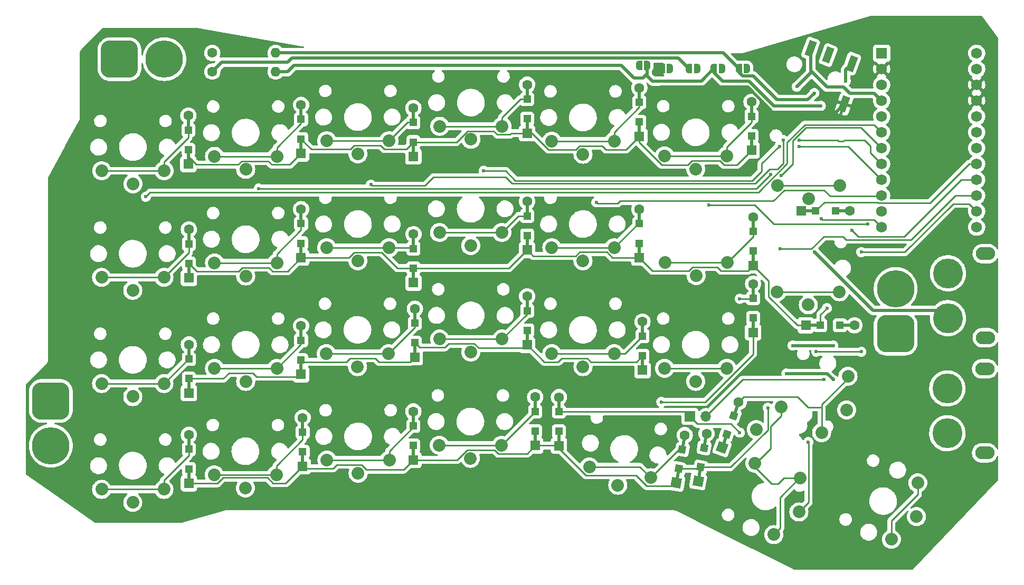
<source format=gbr>
%TF.GenerationSoftware,KiCad,Pcbnew,(6.0.4)*%
%TF.CreationDate,2022-04-18T00:49:10+02:00*%
%TF.ProjectId,ErgoTravel,4572676f-5472-4617-9665-6c2e6b696361,rev?*%
%TF.SameCoordinates,Original*%
%TF.FileFunction,Copper,L1,Top*%
%TF.FilePolarity,Positive*%
%FSLAX46Y46*%
G04 Gerber Fmt 4.6, Leading zero omitted, Abs format (unit mm)*
G04 Created by KiCad (PCBNEW (6.0.4)) date 2022-04-18 00:49:10*
%MOMM*%
%LPD*%
G01*
G04 APERTURE LIST*
G04 Aperture macros list*
%AMRoundRect*
0 Rectangle with rounded corners*
0 $1 Rounding radius*
0 $2 $3 $4 $5 $6 $7 $8 $9 X,Y pos of 4 corners*
0 Add a 4 corners polygon primitive as box body*
4,1,4,$2,$3,$4,$5,$6,$7,$8,$9,$2,$3,0*
0 Add four circle primitives for the rounded corners*
1,1,$1+$1,$2,$3*
1,1,$1+$1,$4,$5*
1,1,$1+$1,$6,$7*
1,1,$1+$1,$8,$9*
0 Add four rect primitives between the rounded corners*
20,1,$1+$1,$2,$3,$4,$5,0*
20,1,$1+$1,$4,$5,$6,$7,0*
20,1,$1+$1,$6,$7,$8,$9,0*
20,1,$1+$1,$8,$9,$2,$3,0*%
%AMRotRect*
0 Rectangle, with rotation*
0 The origin of the aperture is its center*
0 $1 length*
0 $2 width*
0 $3 Rotation angle, in degrees counterclockwise*
0 Add horizontal line*
21,1,$1,$2,0,0,$3*%
%AMFreePoly0*
4,1,22,0.500000,-0.750000,0.000000,-0.750000,0.000000,-0.745033,-0.079941,-0.743568,-0.215256,-0.701293,-0.333266,-0.622738,-0.424486,-0.514219,-0.481581,-0.384460,-0.499164,-0.250000,-0.500000,-0.250000,-0.500000,0.250000,-0.499164,0.250000,-0.499963,0.256109,-0.478152,0.396186,-0.417904,0.524511,-0.324060,0.630769,-0.204165,0.706417,-0.067858,0.745374,0.000000,0.744959,0.000000,0.750000,
0.500000,0.750000,0.500000,-0.750000,0.500000,-0.750000,$1*%
%AMFreePoly1*
4,1,20,0.000000,0.744959,0.073905,0.744508,0.209726,0.703889,0.328688,0.626782,0.421226,0.519385,0.479903,0.390333,0.500000,0.250000,0.500000,-0.250000,0.499851,-0.262216,0.476331,-0.402017,0.414519,-0.529596,0.319384,-0.634700,0.198574,-0.708877,0.061801,-0.746166,0.000000,-0.745033,0.000000,-0.750000,-0.500000,-0.750000,-0.500000,0.750000,0.000000,0.750000,0.000000,0.744959,
0.000000,0.744959,$1*%
G04 Aperture macros list end*
%TA.AperFunction,SMDPad,CuDef*%
%ADD10R,1.200000X1.200000*%
%TD*%
%TA.AperFunction,ComponentPad*%
%ADD11R,1.600000X1.600000*%
%TD*%
%TA.AperFunction,SMDPad,CuDef*%
%ADD12R,0.500000X2.500000*%
%TD*%
%TA.AperFunction,ComponentPad*%
%ADD13C,1.600000*%
%TD*%
%TA.AperFunction,SMDPad,CuDef*%
%ADD14RotRect,2.500000X0.500000X80.000000*%
%TD*%
%TA.AperFunction,ComponentPad*%
%ADD15RotRect,1.600000X1.600000X80.000000*%
%TD*%
%TA.AperFunction,SMDPad,CuDef*%
%ADD16RotRect,1.200000X1.200000X80.000000*%
%TD*%
%TA.AperFunction,SMDPad,CuDef*%
%ADD17R,2.500000X0.500000*%
%TD*%
%TA.AperFunction,SMDPad,CuDef*%
%ADD18RotRect,2.500000X0.500000X70.000000*%
%TD*%
%TA.AperFunction,ComponentPad*%
%ADD19RotRect,1.600000X1.600000X70.000000*%
%TD*%
%TA.AperFunction,SMDPad,CuDef*%
%ADD20RotRect,1.200000X1.200000X70.000000*%
%TD*%
%TA.AperFunction,SMDPad,CuDef*%
%ADD21RotRect,1.200000X2.500000X340.000000*%
%TD*%
%TA.AperFunction,ComponentPad*%
%ADD22R,1.752600X1.752600*%
%TD*%
%TA.AperFunction,ComponentPad*%
%ADD23C,1.752600*%
%TD*%
%TA.AperFunction,ComponentPad*%
%ADD24O,1.600000X1.600000*%
%TD*%
%TA.AperFunction,SMDPad,CuDef*%
%ADD25FreePoly0,0.000000*%
%TD*%
%TA.AperFunction,SMDPad,CuDef*%
%ADD26FreePoly1,0.000000*%
%TD*%
%TA.AperFunction,ComponentPad*%
%ADD27R,1.700000X1.700000*%
%TD*%
%TA.AperFunction,ComponentPad*%
%ADD28O,1.700000X1.700000*%
%TD*%
%TA.AperFunction,ComponentPad*%
%ADD29C,2.032000*%
%TD*%
%TA.AperFunction,ComponentPad*%
%ADD30RoundRect,1.500000X-1.500000X-1.500000X1.500000X-1.500000X1.500000X1.500000X-1.500000X1.500000X0*%
%TD*%
%TA.AperFunction,ComponentPad*%
%ADD31C,6.000000*%
%TD*%
%TA.AperFunction,ComponentPad*%
%ADD32RoundRect,1.500000X-1.500000X1.500000X-1.500000X-1.500000X1.500000X-1.500000X1.500000X1.500000X0*%
%TD*%
%TA.AperFunction,ComponentPad*%
%ADD33O,3.100000X2.100000*%
%TD*%
%TA.AperFunction,ComponentPad*%
%ADD34C,0.600000*%
%TD*%
%TA.AperFunction,ComponentPad*%
%ADD35C,4.800000*%
%TD*%
%TA.AperFunction,ComponentPad*%
%ADD36RoundRect,1.500000X1.500000X-1.500000X1.500000X1.500000X-1.500000X1.500000X-1.500000X-1.500000X0*%
%TD*%
%TA.AperFunction,ViaPad*%
%ADD37C,0.600000*%
%TD*%
%TA.AperFunction,Conductor*%
%ADD38C,0.250000*%
%TD*%
%TA.AperFunction,Conductor*%
%ADD39C,0.500000*%
%TD*%
G04 APERTURE END LIST*
D10*
X97345000Y-66345000D03*
D11*
X97345000Y-68670000D03*
D12*
X97345000Y-67470000D03*
D13*
X97345000Y-60870000D03*
D10*
X97345000Y-63195000D03*
D12*
X97345000Y-62070000D03*
D10*
X97424884Y-84630510D03*
D12*
X97424884Y-85755510D03*
D11*
X97424884Y-86955510D03*
D13*
X97424884Y-79155510D03*
D12*
X97424884Y-80355510D03*
D10*
X97424884Y-81480510D03*
D11*
X97424884Y-105455510D03*
D10*
X97424884Y-103130510D03*
D12*
X97424884Y-104255510D03*
D10*
X97424884Y-99980510D03*
D12*
X97424884Y-98855510D03*
D13*
X97424884Y-97655510D03*
D11*
X97424884Y-119955510D03*
D12*
X97424884Y-118755510D03*
D10*
X97424884Y-117630510D03*
D13*
X97424884Y-112155510D03*
D12*
X97424884Y-113355510D03*
D10*
X97424884Y-114480510D03*
D11*
X115424884Y-66955510D03*
D12*
X115424884Y-65755510D03*
D10*
X115424884Y-64630510D03*
D12*
X115424884Y-60355510D03*
D13*
X115424884Y-59155510D03*
D10*
X115424884Y-61480510D03*
D11*
X115424884Y-83705510D03*
D10*
X115424884Y-81380510D03*
D12*
X115424884Y-82505510D03*
D13*
X115424884Y-75905510D03*
D12*
X115424884Y-77105510D03*
D10*
X115424884Y-78230510D03*
D11*
X115424884Y-102455510D03*
D12*
X115424884Y-101255510D03*
D10*
X115424884Y-100130510D03*
X115424884Y-96980510D03*
D13*
X115424884Y-94655510D03*
D12*
X115424884Y-95855510D03*
X115674884Y-116005510D03*
D11*
X115674884Y-117205510D03*
D10*
X115674884Y-114880510D03*
D13*
X115674884Y-109405510D03*
D12*
X115674884Y-110605510D03*
D10*
X115674884Y-111730510D03*
D11*
X133424884Y-67455510D03*
D10*
X133424884Y-65130510D03*
D12*
X133424884Y-66255510D03*
D13*
X133424884Y-59655510D03*
D12*
X133424884Y-60855510D03*
D10*
X133424884Y-61980510D03*
X133445000Y-85395000D03*
D11*
X133445000Y-87720000D03*
D12*
X133445000Y-86520000D03*
D13*
X133445000Y-79920000D03*
D10*
X133445000Y-82245000D03*
D12*
X133445000Y-81120000D03*
X133674884Y-98505510D03*
D10*
X133674884Y-97380510D03*
D11*
X133674884Y-99705510D03*
D12*
X133674884Y-93105510D03*
D10*
X133674884Y-94230510D03*
D13*
X133674884Y-91905510D03*
D11*
X133424884Y-116205510D03*
D12*
X133424884Y-115005510D03*
D10*
X133424884Y-113880510D03*
D13*
X133424884Y-108405510D03*
D10*
X133424884Y-110730510D03*
D12*
X133424884Y-109605510D03*
D10*
X151674884Y-61382198D03*
D12*
X151674884Y-62507198D03*
D11*
X151674884Y-63707198D03*
D10*
X151674884Y-58232198D03*
D13*
X151674884Y-55907198D03*
D12*
X151674884Y-57107198D03*
X151674884Y-81255510D03*
D10*
X151674884Y-80130510D03*
D11*
X151674884Y-82455510D03*
D10*
X151674884Y-76980510D03*
D12*
X151674884Y-75855510D03*
D13*
X151674884Y-74655510D03*
D11*
X151674884Y-97705510D03*
D12*
X151674884Y-96505510D03*
D10*
X151674884Y-95380510D03*
X151674884Y-92230510D03*
D13*
X151674884Y-89905510D03*
D12*
X151674884Y-91105510D03*
D11*
X152967978Y-113882199D03*
D10*
X152967978Y-111557199D03*
D12*
X152967978Y-112682199D03*
D10*
X152967978Y-108407199D03*
D12*
X152967978Y-107282199D03*
D13*
X152967978Y-106082199D03*
D10*
X169674884Y-61880510D03*
D12*
X169674884Y-63005510D03*
D11*
X169674884Y-64205510D03*
D12*
X169674884Y-57605510D03*
D10*
X169674884Y-58730510D03*
D13*
X169674884Y-56405510D03*
D10*
X169674884Y-81380510D03*
D12*
X169674884Y-82505510D03*
D11*
X169674884Y-83705510D03*
D13*
X169674884Y-75905510D03*
D10*
X169674884Y-78230510D03*
D12*
X169674884Y-77105510D03*
D11*
X170180000Y-101780000D03*
D12*
X170180000Y-100580000D03*
D10*
X170180000Y-99455000D03*
D12*
X170180000Y-95180000D03*
D13*
X170180000Y-93980000D03*
D10*
X170180000Y-96305000D03*
D14*
X175809128Y-118716179D03*
D15*
X175600750Y-119897948D03*
D16*
X176004482Y-117608270D03*
D13*
X176955206Y-112216448D03*
D14*
X176746828Y-113398217D03*
D16*
X176551474Y-114506126D03*
D10*
X187674884Y-64130510D03*
D12*
X187674884Y-65255510D03*
D11*
X187674884Y-66455510D03*
D12*
X187674884Y-59855510D03*
D13*
X187674884Y-58655510D03*
D10*
X187674884Y-60980510D03*
D12*
X187924884Y-83755510D03*
D11*
X187924884Y-84955510D03*
D10*
X187924884Y-82630510D03*
D12*
X187924884Y-78355510D03*
D13*
X187924884Y-77155510D03*
D10*
X187924884Y-79480510D03*
X187924884Y-93382198D03*
D11*
X187924884Y-95707198D03*
D12*
X187924884Y-94507198D03*
D10*
X187924884Y-90232198D03*
D13*
X187924884Y-87907198D03*
D12*
X187924884Y-89107198D03*
D14*
X179309128Y-118466179D03*
D16*
X179504482Y-117358270D03*
D15*
X179100750Y-119647948D03*
D16*
X180051474Y-114256126D03*
D13*
X180455206Y-111966448D03*
D14*
X180246828Y-113148217D03*
D11*
X195650000Y-76200000D03*
D10*
X197975000Y-76200000D03*
D17*
X196850000Y-76200000D03*
D10*
X201125000Y-76200000D03*
D13*
X203450000Y-76200000D03*
D17*
X202250000Y-76200000D03*
X197577978Y-94557198D03*
D11*
X196377978Y-94557198D03*
D10*
X198702978Y-94557198D03*
D13*
X204177978Y-94557198D03*
D10*
X201852978Y-94557198D03*
D17*
X202977978Y-94557198D03*
D18*
X183354524Y-113094368D03*
D19*
X182944099Y-114221999D03*
D20*
X183739296Y-112037214D03*
X184816660Y-109077182D03*
D18*
X185201432Y-108020028D03*
D13*
X185611857Y-106892397D03*
D21*
X203733661Y-52516309D03*
X199974890Y-51148228D03*
X197155812Y-50122168D03*
X202544192Y-59000533D03*
D22*
X208537978Y-50861198D03*
D23*
X208537978Y-53401198D03*
X208537978Y-55941198D03*
X208537978Y-58481198D03*
X208537978Y-61021198D03*
X208537978Y-63561198D03*
X208537978Y-66101198D03*
X208537978Y-68641198D03*
X208537978Y-71181198D03*
X208537978Y-73721198D03*
X208537978Y-76261198D03*
X208537978Y-78801198D03*
X223777978Y-50861198D03*
X223777978Y-53401198D03*
X223777978Y-55941198D03*
X223777978Y-58481198D03*
X223777978Y-61021198D03*
X223777978Y-63561198D03*
X223777978Y-66101198D03*
X223777978Y-68641198D03*
X223777978Y-71181198D03*
X223777978Y-73721198D03*
X223777978Y-76261198D03*
X223777978Y-78801198D03*
D13*
X101177978Y-53807198D03*
D24*
X111337978Y-53807198D03*
D13*
X101177978Y-50807198D03*
D24*
X111337978Y-50807198D03*
D25*
X169627978Y-52807198D03*
D26*
X170927978Y-52807198D03*
D12*
X156777978Y-112707198D03*
D10*
X156777978Y-111582198D03*
D11*
X156777978Y-113907198D03*
D10*
X156777978Y-108432198D03*
D12*
X156777978Y-107307198D03*
D13*
X156777978Y-106107198D03*
D27*
X177800000Y-109220000D03*
D28*
X180340000Y-109220000D03*
D29*
X88444288Y-71837314D03*
X83444288Y-69737314D03*
X93444288Y-69737314D03*
X88424884Y-88955510D03*
X93424884Y-86855510D03*
X83424884Y-86855510D03*
X88424884Y-106015332D03*
X83424884Y-103915332D03*
X93424884Y-103915332D03*
X88424884Y-123014736D03*
X83424884Y-120914736D03*
X93424884Y-120914736D03*
X106536582Y-69515332D03*
X101536582Y-67415332D03*
X111536582Y-67415332D03*
X106536582Y-86633528D03*
X111536582Y-84533528D03*
X101536582Y-84533528D03*
X106536582Y-103574274D03*
X111536582Y-101474274D03*
X101536582Y-101474274D03*
X106477044Y-120692754D03*
X101477044Y-118592754D03*
X111477044Y-118592754D03*
X124529204Y-67014736D03*
X129529204Y-64914736D03*
X119529204Y-64914736D03*
X124529204Y-84192470D03*
X129529204Y-82092470D03*
X119529204Y-82092470D03*
X124469666Y-101192754D03*
X119469666Y-99092754D03*
X129469666Y-99092754D03*
X124569472Y-118311234D03*
X129569472Y-116211234D03*
X119569472Y-116211234D03*
X142660172Y-64692754D03*
X137660172Y-62592754D03*
X147660172Y-62592754D03*
X142621632Y-81751412D03*
X147621632Y-79651412D03*
X137621632Y-79651412D03*
X142640902Y-98870772D03*
X147640902Y-96770772D03*
X137640902Y-96770772D03*
X142581364Y-115929714D03*
X147581364Y-113829714D03*
X137581364Y-113829714D03*
X160633524Y-67074274D03*
X155633524Y-64974274D03*
X165633524Y-64974274D03*
X160633524Y-84192470D03*
X165633524Y-82092470D03*
X155633524Y-82092470D03*
X160633524Y-101192754D03*
X165633524Y-99092754D03*
X155633524Y-99092754D03*
X166217718Y-120245892D03*
X161658340Y-117309555D03*
X171506418Y-119046036D03*
X178718440Y-69455794D03*
X173718440Y-67355794D03*
X183718440Y-67355794D03*
X178777978Y-86573990D03*
X183777978Y-84473990D03*
X173777978Y-84473990D03*
X178718440Y-103574274D03*
X183718440Y-101474274D03*
X173718440Y-101474274D03*
X195269594Y-124550723D03*
X191253256Y-128194763D03*
X195479439Y-119131685D03*
X196818112Y-74186256D03*
X191818112Y-72086256D03*
X201818112Y-72086256D03*
X196777978Y-91277492D03*
X191777978Y-89177492D03*
X201777978Y-89177492D03*
X202932486Y-108152266D03*
X198916148Y-111796306D03*
X203142331Y-102733228D03*
D25*
X173277978Y-53307198D03*
D26*
X174577978Y-53307198D03*
D30*
X86277978Y-51807198D03*
D31*
X93477978Y-51807198D03*
D32*
X75277978Y-106707198D03*
D31*
X75277978Y-113907198D03*
D25*
X177627978Y-53307198D03*
D26*
X178927978Y-53307198D03*
D33*
X225077978Y-101557198D03*
X225077978Y-115057198D03*
D34*
X217733978Y-110564198D03*
D35*
X219077978Y-111907198D03*
D34*
X220421978Y-113251198D03*
X217733978Y-113251198D03*
X217177978Y-111907198D03*
X219077978Y-110007198D03*
X220421978Y-110564198D03*
X220977978Y-111907198D03*
X219077978Y-113807198D03*
X217733978Y-103363198D03*
X220421978Y-103363198D03*
X220421978Y-106050198D03*
X217177978Y-104707198D03*
X217733978Y-106050198D03*
X220977978Y-104707198D03*
X219077978Y-102807198D03*
D35*
X219077978Y-104707198D03*
D34*
X219077978Y-106607198D03*
D33*
X225177978Y-83057198D03*
X225177978Y-96557198D03*
D34*
X219177978Y-91507198D03*
X217833978Y-94751198D03*
D35*
X219177978Y-93407198D03*
D34*
X220521978Y-92064198D03*
X219177978Y-95307198D03*
X221077978Y-93407198D03*
X220521978Y-94751198D03*
X217277978Y-93407198D03*
X217833978Y-92064198D03*
X217277978Y-86207198D03*
X217833978Y-87550198D03*
D35*
X219177978Y-86207198D03*
D34*
X219177978Y-84307198D03*
X220521978Y-87550198D03*
X219177978Y-88107198D03*
X220521978Y-84863198D03*
X217833978Y-84863198D03*
X221077978Y-86207198D03*
D29*
X188430762Y-111313750D03*
X188220917Y-116732788D03*
X192447100Y-107669710D03*
D25*
X181627978Y-53307198D03*
D26*
X182927978Y-53307198D03*
D29*
X214125194Y-125300646D03*
X210108856Y-128944686D03*
X214335039Y-119881608D03*
D25*
X185627978Y-53307198D03*
D26*
X186927978Y-53307198D03*
D36*
X210777978Y-95907198D03*
D31*
X210777978Y-88707198D03*
D37*
X199777978Y-91807198D03*
X203777978Y-79307198D03*
X192277978Y-82307198D03*
X173207117Y-106878059D03*
X205277978Y-82807198D03*
X198059749Y-98807198D03*
X205277978Y-98807198D03*
X190277978Y-107807198D03*
X185777978Y-90307198D03*
X194932681Y-56230170D03*
X177627978Y-53307198D03*
X173277978Y-53307198D03*
X173277978Y-56307198D03*
X198777978Y-59307198D03*
X170927978Y-52807198D03*
X202777978Y-55307198D03*
X181627978Y-53307198D03*
X185627978Y-53307198D03*
X197751759Y-57256230D03*
X199974890Y-51148228D03*
X90513905Y-73906931D03*
X192431278Y-70460498D03*
X108625603Y-72598149D03*
X190777978Y-70307198D03*
X192777978Y-64807198D03*
X195277978Y-64807198D03*
X126618225Y-71966951D03*
X198899511Y-77428731D03*
X199277978Y-103307198D03*
X195277978Y-65807198D03*
X144710653Y-69739873D03*
X192153478Y-65807198D03*
X162777978Y-74807198D03*
X180866999Y-75227164D03*
X206277978Y-78307198D03*
X196777978Y-113307198D03*
X169627978Y-52807198D03*
X185777978Y-111807198D03*
X178927978Y-53307198D03*
X194277978Y-97807198D03*
X200777978Y-97807198D03*
X174577978Y-53307198D03*
X200777978Y-103307198D03*
X193277978Y-102307198D03*
X186927978Y-53307198D03*
X197777978Y-82807198D03*
X182868019Y-53367157D03*
D38*
X133424884Y-65130510D02*
X140326646Y-65130510D01*
X115424884Y-64630510D02*
X117101572Y-66307198D01*
X97345000Y-67470000D02*
X98630843Y-68755843D01*
X117101572Y-66307198D02*
X123340972Y-66307198D01*
X146904045Y-63933265D02*
X148947129Y-63933265D01*
X155078265Y-66314785D02*
X159497243Y-66314785D01*
X185323196Y-68807198D02*
X187674884Y-66455510D01*
X128145005Y-65674225D02*
X128726027Y-66255247D01*
X110145601Y-68174821D02*
X110726623Y-68755843D01*
X207925774Y-74807198D02*
X208040585Y-74922009D01*
X208040585Y-74922009D02*
X216283167Y-74922009D01*
X142104913Y-63352243D02*
X146323023Y-63352243D01*
X222563978Y-68641198D02*
X223777978Y-68641198D01*
X151674884Y-63707198D02*
X152470678Y-63707198D01*
X110726623Y-68755843D02*
X113624551Y-68755843D01*
X164285565Y-66314785D02*
X167565609Y-66314785D01*
X167565609Y-66314785D02*
X169674884Y-64205510D01*
X146323023Y-63352243D02*
X146904045Y-63933265D01*
X132300147Y-66255247D02*
X133424884Y-65130510D01*
X123340972Y-66307198D02*
X123973945Y-65674225D01*
X149173196Y-63707198D02*
X151674884Y-63707198D01*
X105910355Y-68174821D02*
X110145601Y-68174821D01*
X152470678Y-63707198D02*
X155078265Y-66314785D01*
X98630843Y-68755843D02*
X105329333Y-68755843D01*
X123973945Y-65674225D02*
X128145005Y-65674225D01*
X197975000Y-76200000D02*
X199367802Y-74807198D01*
X183274074Y-68807198D02*
X185323196Y-68807198D01*
X169674884Y-65208008D02*
X173274074Y-68807198D01*
X159497243Y-66314785D02*
X160078265Y-65733763D01*
X169674884Y-64205510D02*
X169674884Y-65208008D01*
X173274074Y-68807198D02*
X177471266Y-68807198D01*
X199367802Y-74807198D02*
X207925774Y-74807198D01*
X140326646Y-65130510D02*
X142104913Y-63352243D01*
X105329333Y-68755843D02*
X105910355Y-68174821D01*
X160078265Y-65733763D02*
X163704543Y-65733763D01*
X128726027Y-66255247D02*
X132300147Y-66255247D01*
X148947129Y-63933265D02*
X149173196Y-63707198D01*
X178163181Y-68115283D02*
X182582159Y-68115283D01*
X177471266Y-68807198D02*
X178163181Y-68115283D01*
X216283167Y-74922009D02*
X222563978Y-68641198D01*
X113624551Y-68755843D02*
X115424884Y-66955510D01*
X163704543Y-65733763D02*
X164285565Y-66314785D01*
X182582159Y-68115283D02*
X183274074Y-68807198D01*
X97345000Y-64399762D02*
X97345000Y-63195000D01*
X83444288Y-69737314D02*
X93444288Y-69737314D01*
X93444288Y-68300474D02*
X97345000Y-64399762D01*
X93444288Y-69737314D02*
X93444288Y-68300474D01*
X198702978Y-92882198D02*
X199777978Y-91807198D01*
X187924884Y-84955510D02*
X190437467Y-87468093D01*
X190437467Y-87468093D02*
X190437467Y-89966687D01*
X190437467Y-89966687D02*
X195027978Y-94557198D01*
X123973945Y-82851959D02*
X128322739Y-82851959D01*
X164452482Y-82807198D02*
X165350794Y-83705510D01*
X151674884Y-82455510D02*
X152652355Y-83432981D01*
X98668413Y-85874039D02*
X105386987Y-85874039D01*
X187065893Y-85814501D02*
X187924884Y-84955510D01*
X133445000Y-85395000D02*
X148735394Y-85395000D01*
X195027978Y-94557198D02*
X196377978Y-94557198D01*
X182785281Y-85814501D02*
X187065893Y-85814501D01*
X165350794Y-83705510D02*
X169674884Y-83705510D01*
X152652355Y-83432981D02*
X159497243Y-83432981D01*
X148735394Y-85395000D02*
X151674884Y-82455510D01*
X160123026Y-82807198D02*
X164452482Y-82807198D01*
X178222719Y-85233479D02*
X182204259Y-85233479D01*
X113256355Y-85874039D02*
X115424884Y-83705510D01*
X97424884Y-84630510D02*
X98668413Y-85874039D01*
X177641697Y-85814501D02*
X178222719Y-85233479D01*
X212198703Y-80307198D02*
X221324703Y-71181198D01*
X115424884Y-83705510D02*
X123120394Y-83705510D01*
X130865780Y-85395000D02*
X133445000Y-85395000D01*
X198702978Y-94557198D02*
X198702978Y-92882198D01*
X110844819Y-85874039D02*
X113256355Y-85874039D01*
X182204259Y-85233479D02*
X182785281Y-85814501D01*
X221324703Y-71181198D02*
X223777978Y-71181198D01*
X159497243Y-83432981D02*
X160123026Y-82807198D01*
X204777978Y-80307198D02*
X212198703Y-80307198D01*
X128322739Y-82851959D02*
X130865780Y-85395000D01*
X105968009Y-85293017D02*
X110263797Y-85293017D01*
X171783875Y-85814501D02*
X177641697Y-85814501D01*
X110263797Y-85293017D02*
X110844819Y-85874039D01*
X203777978Y-79307198D02*
X204777978Y-80307198D01*
X169674884Y-83705510D02*
X171783875Y-85814501D01*
X105386987Y-85874039D02*
X105968009Y-85293017D01*
X123120394Y-83705510D02*
X123973945Y-82851959D01*
X83424884Y-86855510D02*
X93424884Y-86855510D01*
X97424884Y-82855510D02*
X97424884Y-81480510D01*
X93424884Y-86855510D02*
X97424884Y-82855510D01*
X133674884Y-99705510D02*
X132947129Y-100433265D01*
X220363978Y-73721198D02*
X223777978Y-73721198D01*
X161323023Y-99852243D02*
X157232933Y-99852243D01*
X139054915Y-97530261D02*
X138473893Y-98111283D01*
X202358271Y-80307671D02*
X202857798Y-80807198D01*
X180210425Y-106878059D02*
X173207117Y-106878059D01*
X115727639Y-100433265D02*
X115424884Y-100130510D01*
X202857798Y-80807198D02*
X213277978Y-80807198D01*
X151674884Y-97705510D02*
X151170756Y-98209638D01*
X151170756Y-98209638D02*
X143875538Y-98209638D01*
X123232933Y-99852243D02*
X122651911Y-100433265D01*
X122651911Y-100433265D02*
X115727639Y-100433265D01*
X143196161Y-97530261D02*
X139054915Y-97530261D01*
X102954666Y-103130510D02*
X97424884Y-103130510D01*
X197277978Y-82307198D02*
X199277505Y-80307671D01*
X138473893Y-98111283D02*
X134405657Y-98111283D01*
X134405657Y-98111283D02*
X133674884Y-97380510D01*
X108285565Y-102814785D02*
X107704543Y-102233763D01*
X187924884Y-99163600D02*
X180210425Y-106878059D01*
X213277978Y-80807198D02*
X220363978Y-73721198D01*
X127904045Y-100433265D02*
X127323023Y-99852243D01*
X199277505Y-80307671D02*
X202358271Y-80307671D01*
X192277978Y-82307198D02*
X197277978Y-82307198D01*
X157232933Y-99852243D02*
X156651911Y-100433265D01*
X115424884Y-102455510D02*
X115065609Y-102814785D01*
X103851413Y-102233763D02*
X102954666Y-103130510D01*
X154402639Y-100433265D02*
X151674884Y-97705510D01*
X107704543Y-102233763D02*
X103851413Y-102233763D01*
X187924884Y-95707198D02*
X187924884Y-99163600D01*
X161904045Y-100433265D02*
X161323023Y-99852243D01*
X127323023Y-99852243D02*
X123232933Y-99852243D01*
X132947129Y-100433265D02*
X127904045Y-100433265D01*
X156651911Y-100433265D02*
X154402639Y-100433265D01*
X169201735Y-100433265D02*
X161904045Y-100433265D01*
X115065609Y-102814785D02*
X108285565Y-102814785D01*
X170180000Y-99455000D02*
X169201735Y-100433265D01*
X143875538Y-98209638D02*
X143196161Y-97530261D01*
X93424884Y-103915332D02*
X97359706Y-99980510D01*
X97359706Y-99980510D02*
X97424884Y-99980510D01*
X83424884Y-103915332D02*
X93424884Y-103915332D01*
X198059749Y-98807198D02*
X205277978Y-98807198D01*
X140409798Y-116205510D02*
X142026105Y-114589203D01*
X142026105Y-114589203D02*
X146445083Y-114589203D01*
X112947129Y-119933265D02*
X110921785Y-119933265D01*
X156777978Y-114324963D02*
X161103081Y-118650066D01*
X133424884Y-116205510D02*
X140409798Y-116205510D01*
X116021119Y-117551745D02*
X115674884Y-117205510D01*
X115674884Y-117205510D02*
X112947129Y-119933265D01*
X205277978Y-82807198D02*
X212277978Y-82807198D01*
X212277978Y-82807198D02*
X220037978Y-75047198D01*
X161103081Y-118650066D02*
X169120846Y-118650066D01*
X147026105Y-115170225D02*
X151679952Y-115170225D01*
X179254482Y-117608270D02*
X179504482Y-117358270D01*
X152967978Y-113882199D02*
X156752979Y-113882199D01*
X110921785Y-119933265D02*
X110030794Y-119042274D01*
X102923294Y-119042274D02*
X102010058Y-119955510D01*
X179504482Y-117358270D02*
X184282012Y-117358270D01*
X176004482Y-117608270D02*
X179254482Y-117608270D01*
X146445083Y-114589203D02*
X147026105Y-115170225D01*
X125909983Y-117755975D02*
X125124731Y-116970723D01*
X133424884Y-116205510D02*
X131874419Y-117755975D01*
X220037978Y-75047198D02*
X222563978Y-75047198D01*
X110030794Y-119042274D02*
X102923294Y-119042274D01*
X175112151Y-120386547D02*
X175600750Y-119897948D01*
X151679952Y-115170225D02*
X152967978Y-113882199D01*
X184282012Y-117358270D02*
X190277978Y-111362304D01*
X121114453Y-116970723D02*
X120533431Y-117551745D01*
X156752979Y-113882199D02*
X156777978Y-113907198D01*
X190277978Y-111362304D02*
X190277978Y-107807198D01*
X102010058Y-119955510D02*
X97424884Y-119955510D01*
X169120846Y-118650066D02*
X170857327Y-120386547D01*
X125124731Y-116970723D02*
X121114453Y-116970723D01*
X131874419Y-117755975D02*
X125909983Y-117755975D01*
X170857327Y-120386547D02*
X175112151Y-120386547D01*
X156777978Y-113907198D02*
X156777978Y-114324963D01*
X222563978Y-75047198D02*
X223777978Y-76261198D01*
X120533431Y-117551745D02*
X116021119Y-117551745D01*
X83424884Y-120914736D02*
X93424884Y-120914736D01*
X93424884Y-119477896D02*
X97424884Y-115477896D01*
X97424884Y-115477896D02*
X97424884Y-114480510D01*
X93424884Y-120914736D02*
X93424884Y-119477896D01*
X111536582Y-67415332D02*
X111536582Y-65978492D01*
X101536582Y-67415332D02*
X111536582Y-67415332D01*
X111536582Y-65978492D02*
X115424884Y-62090190D01*
X115424884Y-62090190D02*
X115424884Y-61480510D01*
X111536582Y-84533528D02*
X111536582Y-83096688D01*
X115424884Y-79208386D02*
X115424884Y-78230510D01*
X111536582Y-83096688D02*
X115424884Y-79208386D01*
X101536582Y-84533528D02*
X111536582Y-84533528D01*
X101536582Y-101474274D02*
X111536582Y-101474274D01*
X115424884Y-97585972D02*
X115424884Y-96980510D01*
X111536582Y-101474274D02*
X115424884Y-97585972D01*
X101477044Y-118592754D02*
X111477044Y-118592754D01*
X111477044Y-118592754D02*
X111477044Y-117155914D01*
X115674884Y-112958074D02*
X115674884Y-111730510D01*
X111477044Y-117155914D02*
X115674884Y-112958074D01*
X129529204Y-64914736D02*
X132463430Y-61980510D01*
X132463430Y-61980510D02*
X133424884Y-61980510D01*
X119529204Y-64914736D02*
X129529204Y-64914736D01*
X119529204Y-82092470D02*
X129529204Y-82092470D01*
X129529204Y-82092470D02*
X133292470Y-82092470D01*
X133292470Y-82092470D02*
X133445000Y-82245000D01*
X129469666Y-99092754D02*
X133674884Y-94887536D01*
X133674884Y-94887536D02*
X133674884Y-94230510D01*
X119469666Y-99092754D02*
X129469666Y-99092754D01*
X119569472Y-116211234D02*
X129569472Y-116211234D01*
X129569472Y-114774394D02*
X133424884Y-110918982D01*
X129569472Y-116211234D02*
X129569472Y-114774394D01*
X133424884Y-110918982D02*
X133424884Y-110730510D01*
X137660172Y-62592754D02*
X147660172Y-62592754D01*
X150583888Y-58232198D02*
X151674884Y-58232198D01*
X147660172Y-62592754D02*
X147660172Y-61155914D01*
X147660172Y-61155914D02*
X150583888Y-58232198D01*
X151674884Y-57141202D02*
X151674884Y-55730510D01*
X150292534Y-76980510D02*
X151674884Y-76980510D01*
X147621632Y-79651412D02*
X150292534Y-76980510D01*
X137621632Y-79651412D02*
X147621632Y-79651412D01*
X151674884Y-92736790D02*
X151674884Y-92230510D01*
X147640902Y-96770772D02*
X151674884Y-92736790D01*
X137640902Y-96770772D02*
X147640902Y-96770772D01*
X152967978Y-108443100D02*
X152967978Y-108407199D01*
X147581364Y-113829714D02*
X152967978Y-108443100D01*
X137581364Y-113829714D02*
X147581364Y-113829714D01*
X169674884Y-59496074D02*
X169674884Y-58730510D01*
X155633524Y-64974274D02*
X165633524Y-64974274D01*
X165633524Y-63537434D02*
X169674884Y-59496074D01*
X165633524Y-64974274D02*
X165633524Y-63537434D01*
X165633524Y-82092470D02*
X169495484Y-78230510D01*
X169495484Y-78230510D02*
X169674884Y-78230510D01*
X155633524Y-82092470D02*
X165633524Y-82092470D01*
X165633524Y-99092754D02*
X167392246Y-99092754D01*
X167392246Y-99092754D02*
X170180000Y-96305000D01*
X155633524Y-99092754D02*
X165633524Y-99092754D01*
X161658340Y-117309555D02*
X169769937Y-117309555D01*
X176046328Y-114506126D02*
X176551474Y-114506126D01*
X169769937Y-117309555D02*
X171506418Y-119046036D01*
X171506418Y-119046036D02*
X176046328Y-114506126D01*
X183718440Y-65918954D02*
X187674884Y-61962510D01*
X187674884Y-61962510D02*
X187674884Y-60980510D01*
X183718440Y-67355794D02*
X183718440Y-65918954D01*
X173718440Y-67355794D02*
X183718440Y-67355794D01*
X183777978Y-84473990D02*
X187924884Y-80327084D01*
X187924884Y-80327084D02*
X187924884Y-79480510D01*
X173777978Y-84473990D02*
X183777978Y-84473990D01*
X173718440Y-101474274D02*
X183718440Y-101474274D01*
X185777978Y-90307198D02*
X187849884Y-90307198D01*
X187849884Y-90307198D02*
X187924884Y-90232198D01*
X192846792Y-119131685D02*
X191961165Y-120017312D01*
X192269255Y-127178764D02*
X192269255Y-122192155D01*
X192447100Y-109138076D02*
X192447100Y-107669710D01*
X195479439Y-119131685D02*
X192846792Y-119131685D01*
X190777978Y-114325441D02*
X190777978Y-110807198D01*
X190777978Y-110807198D02*
X192447100Y-109138076D01*
X192269255Y-122192155D02*
X195329725Y-119131685D01*
X188220917Y-116732788D02*
X188370631Y-116732788D01*
X191253256Y-128194763D02*
X192269255Y-127178764D01*
X195329725Y-119131685D02*
X195479439Y-119131685D01*
X190945991Y-120017312D02*
X188220917Y-117292238D01*
X191961165Y-120017312D02*
X190945991Y-120017312D01*
X188370631Y-116732788D02*
X190777978Y-114325441D01*
X188220917Y-117292238D02*
X188220917Y-116732788D01*
X191818112Y-72086256D02*
X201818112Y-72086256D01*
X191777978Y-89177492D02*
X201777978Y-89177492D01*
X198837337Y-107747839D02*
X198916148Y-107669028D01*
X198916148Y-111796306D02*
X198916148Y-107282263D01*
X195064527Y-106092398D02*
X196719968Y-107747839D01*
X196719968Y-107747839D02*
X198837337Y-107747839D01*
X186411856Y-106092398D02*
X195064527Y-106092398D01*
X203142331Y-103056080D02*
X203142331Y-102733228D01*
X198916148Y-107282263D02*
X203142331Y-103056080D01*
X185611857Y-106892397D02*
X186411856Y-106092398D01*
D39*
X175928467Y-51607687D02*
X177627978Y-53307198D01*
X102677978Y-52307198D02*
X113277978Y-52307198D01*
X199777978Y-56307198D02*
X197155812Y-53685032D01*
X203407320Y-57267198D02*
X202447320Y-56307198D01*
X113277978Y-52307198D02*
X113977489Y-51607687D01*
X207323978Y-57267198D02*
X203407320Y-57267198D01*
X101177978Y-53807198D02*
X102677978Y-52307198D01*
X113977489Y-51607687D02*
X175928467Y-51607687D01*
X202447320Y-56307198D02*
X199777978Y-56307198D01*
X197155812Y-53685032D02*
X197155812Y-50122168D01*
X197155812Y-54007039D02*
X194932681Y-56230170D01*
X208537978Y-58481198D02*
X207323978Y-57267198D01*
X197155812Y-50122168D02*
X197155812Y-54007039D01*
X202544192Y-59000533D02*
X201237527Y-60307198D01*
X201237527Y-60307198D02*
X190777978Y-60307198D01*
X190777978Y-60307198D02*
X190777978Y-59991528D01*
X190777978Y-59991528D02*
X187093648Y-56307198D01*
X187093648Y-56307198D02*
X173277978Y-56307198D01*
X170277978Y-54807198D02*
X170927978Y-54157198D01*
X166777978Y-52807198D02*
X168777978Y-54807198D01*
X187277978Y-55307198D02*
X183042260Y-55307198D01*
X191277978Y-59307198D02*
X187277978Y-55307198D01*
X170927978Y-54157198D02*
X170927978Y-52807198D01*
X170927978Y-54457198D02*
X171777978Y-55307198D01*
X168777978Y-54807198D02*
X170277978Y-54807198D01*
X181627978Y-53892916D02*
X181627978Y-53307198D01*
X170927978Y-52807198D02*
X170927978Y-54457198D01*
X114277978Y-52807198D02*
X166777978Y-52807198D01*
X202777978Y-53471992D02*
X203733661Y-52516309D01*
X202777978Y-55307198D02*
X202777978Y-53471992D01*
X183042260Y-55307198D02*
X181627978Y-53892916D01*
X198777978Y-59307198D02*
X191277978Y-59307198D01*
X179627978Y-55307198D02*
X181627978Y-53307198D01*
X111337978Y-53807198D02*
X113277978Y-53807198D01*
X113277978Y-53807198D02*
X114277978Y-52807198D01*
X171777978Y-55307198D02*
X179627978Y-55307198D01*
X187977498Y-54506718D02*
X191777978Y-58307198D01*
X191777978Y-58307198D02*
X196700791Y-58307198D01*
X183127978Y-50807198D02*
X185627978Y-53307198D01*
X186241780Y-54506718D02*
X187977498Y-54506718D01*
X111337978Y-50807198D02*
X183127978Y-50807198D01*
X185627978Y-53307198D02*
X185627978Y-53892916D01*
X196700791Y-58307198D02*
X197751759Y-57256230D01*
X185627978Y-53892916D02*
X186241780Y-54506718D01*
D38*
X193402489Y-65144398D02*
X196199689Y-62347198D01*
X91198187Y-73222649D02*
X188750445Y-73222649D01*
X196199689Y-62347198D02*
X207323978Y-62347198D01*
X207323978Y-62347198D02*
X208537978Y-63561198D01*
X188750445Y-73222649D02*
X193402489Y-68570605D01*
X193402489Y-68570605D02*
X193402489Y-65144398D01*
X90513905Y-73906931D02*
X91198187Y-73222649D01*
X196375407Y-62807198D02*
X194277978Y-64904627D01*
X205243978Y-62807198D02*
X196375407Y-62807198D01*
X190777978Y-70307198D02*
X188487027Y-72598149D01*
X208537978Y-66101198D02*
X205243978Y-62807198D01*
X194277978Y-68613798D02*
X192431278Y-70460498D01*
X188487027Y-72598149D02*
X108625603Y-72598149D01*
X194277978Y-64904627D02*
X194277978Y-68613798D01*
X192777978Y-64807198D02*
X192777978Y-68559398D01*
X126799903Y-72148629D02*
X126618225Y-71966951D01*
X190573499Y-69511677D02*
X188277978Y-71807198D01*
X208537978Y-68641198D02*
X206777978Y-66881198D01*
X192777978Y-68559398D02*
X191825699Y-69511677D01*
X136645016Y-70781591D02*
X135277978Y-72148629D01*
X202398405Y-64956077D02*
X202547284Y-64807198D01*
X195277978Y-64807198D02*
X201528940Y-64807198D01*
X188277978Y-71807198D02*
X149227532Y-71807198D01*
X206777978Y-66881198D02*
X206777978Y-65807198D01*
X201677819Y-64956077D02*
X202398405Y-64956077D01*
X201528940Y-64807198D02*
X201677819Y-64956077D01*
X205777978Y-64807198D02*
X206756389Y-65785609D01*
X149227532Y-71807198D02*
X148201925Y-70781591D01*
X202547284Y-64807198D02*
X205777978Y-64807198D01*
X148201925Y-70781591D02*
X136645016Y-70781591D01*
X135277978Y-72148629D02*
X126799903Y-72148629D01*
X191825699Y-69511677D02*
X190573499Y-69511677D01*
X207323978Y-77587198D02*
X199057978Y-77587198D01*
X199277978Y-103307198D02*
X186252802Y-103307198D01*
X208537978Y-78801198D02*
X207323978Y-77587198D01*
X199057978Y-77587198D02*
X198899511Y-77428731D01*
X186252802Y-103307198D02*
X180340000Y-109220000D01*
X148210653Y-69739873D02*
X144710653Y-69739873D01*
X208537978Y-71181198D02*
X203163978Y-65807198D01*
X192064162Y-65807198D02*
X189277978Y-68593382D01*
X189277978Y-68593382D02*
X189277978Y-69807198D01*
X149777978Y-71307198D02*
X148210653Y-69739873D01*
X203163978Y-65807198D02*
X195277978Y-65807198D01*
X192153478Y-65807198D02*
X192064162Y-65807198D01*
X187777978Y-71307198D02*
X149777978Y-71307198D01*
X189277978Y-69807198D02*
X187777978Y-71307198D01*
X166213817Y-74962291D02*
X162933071Y-74962291D01*
X162933071Y-74962291D02*
X162777978Y-74807198D01*
X192954393Y-72845745D02*
X191197474Y-74602664D01*
X166573444Y-74602664D02*
X166213817Y-74962291D01*
X191197474Y-74602664D02*
X166573444Y-74602664D01*
X200277978Y-73807198D02*
X199316525Y-72845745D01*
X208537978Y-73721198D02*
X208451978Y-73807198D01*
X208451978Y-73807198D02*
X200277978Y-73807198D01*
X199316525Y-72845745D02*
X192954393Y-72845745D01*
X206277978Y-78307198D02*
X191277978Y-78307198D01*
X188197944Y-75227164D02*
X180866999Y-75227164D01*
X196819950Y-123000367D02*
X196819950Y-113349170D01*
X191277978Y-78307198D02*
X188197944Y-75227164D01*
X196819950Y-113349170D02*
X196777978Y-113307198D01*
X195269594Y-124550723D02*
X196819950Y-123000367D01*
X156777978Y-108432198D02*
X177012198Y-108432198D01*
X210108856Y-125976320D02*
X214335039Y-121750137D01*
X185777978Y-111807198D02*
X184365291Y-110394511D01*
X177012198Y-108432198D02*
X177800000Y-109220000D01*
X210108856Y-128944686D02*
X210108856Y-125976320D01*
X214335039Y-121750137D02*
X214335039Y-119881608D01*
X178974511Y-110394511D02*
X177800000Y-109220000D01*
X184365291Y-110394511D02*
X178974511Y-110394511D01*
D39*
X194277978Y-97807198D02*
X200777978Y-97807198D01*
X199777978Y-102307198D02*
X200777978Y-103307198D01*
X193277978Y-102307198D02*
X199777978Y-102307198D01*
X207127489Y-92156709D02*
X218428467Y-92156709D01*
X197777978Y-82807198D02*
X207127489Y-92156709D01*
X218428467Y-92156709D02*
X219177978Y-91407198D01*
%TA.AperFunction,Conductor*%
G36*
X224528849Y-44835700D02*
G01*
X224561528Y-44866098D01*
X227244278Y-48443097D01*
X227269149Y-48509595D01*
X227269478Y-48518697D01*
X227269478Y-82217181D01*
X227249476Y-82285302D01*
X227195820Y-82331795D01*
X227125546Y-82341899D01*
X227060966Y-82312405D01*
X227038078Y-82284488D01*
X227037494Y-82284885D01*
X226899373Y-82081646D01*
X226899370Y-82081642D01*
X226896527Y-82077459D01*
X226854641Y-82033165D01*
X226727691Y-81898919D01*
X226724211Y-81895239D01*
X226719682Y-81891776D01*
X226528997Y-81745986D01*
X226528993Y-81745983D01*
X226524977Y-81742913D01*
X226507564Y-81733576D01*
X226308413Y-81626793D01*
X226303952Y-81624401D01*
X226299171Y-81622755D01*
X226299167Y-81622753D01*
X226071611Y-81544399D01*
X226066822Y-81542750D01*
X225963289Y-81524867D01*
X225823598Y-81500738D01*
X225823592Y-81500737D01*
X225819688Y-81500063D01*
X225815727Y-81499883D01*
X225815726Y-81499883D01*
X225791047Y-81498762D01*
X225791028Y-81498762D01*
X225789628Y-81498698D01*
X224614963Y-81498698D01*
X224612455Y-81498900D01*
X224612450Y-81498900D01*
X224433034Y-81513335D01*
X224433029Y-81513336D01*
X224427993Y-81513741D01*
X224423085Y-81514946D01*
X224423082Y-81514947D01*
X224207047Y-81568011D01*
X224184439Y-81573564D01*
X224179787Y-81575539D01*
X224179783Y-81575540D01*
X223976408Y-81661868D01*
X223953582Y-81671557D01*
X223869657Y-81724407D01*
X223748033Y-81800998D01*
X223741363Y-81805198D01*
X223553240Y-81971051D01*
X223394054Y-82164847D01*
X223267900Y-82381602D01*
X223266087Y-82386325D01*
X223266086Y-82386327D01*
X223246791Y-82436591D01*
X223178023Y-82615737D01*
X223176990Y-82620683D01*
X223176988Y-82620689D01*
X223138891Y-82803051D01*
X223126737Y-82861231D01*
X223126508Y-82866280D01*
X223126507Y-82866286D01*
X223122106Y-82963215D01*
X223115360Y-83111766D01*
X223115941Y-83116786D01*
X223115941Y-83116790D01*
X223121993Y-83169094D01*
X223144186Y-83360897D01*
X223145565Y-83365771D01*
X223145566Y-83365775D01*
X223210896Y-83596646D01*
X223212472Y-83602215D01*
X223214606Y-83606790D01*
X223214608Y-83606797D01*
X223316325Y-83824929D01*
X223318462Y-83829511D01*
X223321304Y-83833692D01*
X223321304Y-83833693D01*
X223456583Y-84032750D01*
X223456586Y-84032754D01*
X223459429Y-84036937D01*
X223462906Y-84040614D01*
X223462907Y-84040615D01*
X223571085Y-84155011D01*
X223631745Y-84219157D01*
X223635771Y-84222235D01*
X223635772Y-84222236D01*
X223826959Y-84368410D01*
X223826963Y-84368413D01*
X223830979Y-84371483D01*
X223835437Y-84373873D01*
X223835438Y-84373874D01*
X223950550Y-84435596D01*
X224052004Y-84489995D01*
X224056785Y-84491641D01*
X224056789Y-84491643D01*
X224259105Y-84561306D01*
X224289134Y-84571646D01*
X224392667Y-84589529D01*
X224532358Y-84613658D01*
X224532364Y-84613659D01*
X224536268Y-84614333D01*
X224540229Y-84614513D01*
X224540230Y-84614513D01*
X224564909Y-84615634D01*
X224564928Y-84615634D01*
X224566328Y-84615698D01*
X225740993Y-84615698D01*
X225743501Y-84615496D01*
X225743506Y-84615496D01*
X225922922Y-84601061D01*
X225922927Y-84601060D01*
X225927963Y-84600655D01*
X225932871Y-84599450D01*
X225932874Y-84599449D01*
X226166603Y-84542039D01*
X226171517Y-84540832D01*
X226176169Y-84538857D01*
X226176173Y-84538856D01*
X226397719Y-84444815D01*
X226397720Y-84444815D01*
X226402374Y-84442839D01*
X226614593Y-84309198D01*
X226802716Y-84143345D01*
X226961902Y-83949549D01*
X227034579Y-83824677D01*
X227086133Y-83775863D01*
X227155893Y-83762670D01*
X227221711Y-83789287D01*
X227262691Y-83847262D01*
X227269478Y-83888057D01*
X227269478Y-95717181D01*
X227249476Y-95785302D01*
X227195820Y-95831795D01*
X227125546Y-95841899D01*
X227060966Y-95812405D01*
X227038078Y-95784488D01*
X227037494Y-95784885D01*
X226899373Y-95581646D01*
X226899370Y-95581642D01*
X226896527Y-95577459D01*
X226846202Y-95524241D01*
X226727691Y-95398919D01*
X226724211Y-95395239D01*
X226705137Y-95380656D01*
X226528997Y-95245986D01*
X226528993Y-95245983D01*
X226524977Y-95242913D01*
X226470956Y-95213947D01*
X226308413Y-95126793D01*
X226303952Y-95124401D01*
X226299171Y-95122755D01*
X226299167Y-95122753D01*
X226071611Y-95044399D01*
X226066822Y-95042750D01*
X225951282Y-95022793D01*
X225823598Y-95000738D01*
X225823592Y-95000737D01*
X225819688Y-95000063D01*
X225815727Y-94999883D01*
X225815726Y-94999883D01*
X225791047Y-94998762D01*
X225791028Y-94998762D01*
X225789628Y-94998698D01*
X224614963Y-94998698D01*
X224612455Y-94998900D01*
X224612450Y-94998900D01*
X224433034Y-95013335D01*
X224433029Y-95013336D01*
X224427993Y-95013741D01*
X224423085Y-95014946D01*
X224423082Y-95014947D01*
X224205638Y-95068357D01*
X224184439Y-95073564D01*
X224179787Y-95075539D01*
X224179783Y-95075540D01*
X223963773Y-95167231D01*
X223953582Y-95171557D01*
X223844067Y-95240522D01*
X223757437Y-95295076D01*
X223741363Y-95305198D01*
X223627712Y-95405395D01*
X223558178Y-95466698D01*
X223553240Y-95471051D01*
X223394054Y-95664847D01*
X223267900Y-95881602D01*
X223266087Y-95886325D01*
X223266086Y-95886327D01*
X223250961Y-95925729D01*
X223178023Y-96115737D01*
X223176990Y-96120683D01*
X223176988Y-96120689D01*
X223138676Y-96304081D01*
X223126737Y-96361231D01*
X223126508Y-96366280D01*
X223126507Y-96366286D01*
X223122546Y-96453520D01*
X223115360Y-96611766D01*
X223115941Y-96616786D01*
X223115941Y-96616790D01*
X223125127Y-96696182D01*
X223144186Y-96860897D01*
X223145565Y-96865771D01*
X223145566Y-96865775D01*
X223205641Y-97078074D01*
X223212472Y-97102215D01*
X223214606Y-97106790D01*
X223214608Y-97106797D01*
X223316325Y-97324929D01*
X223318462Y-97329511D01*
X223321304Y-97333692D01*
X223321304Y-97333693D01*
X223456583Y-97532750D01*
X223456586Y-97532754D01*
X223459429Y-97536937D01*
X223462906Y-97540614D01*
X223462907Y-97540615D01*
X223604954Y-97690826D01*
X223631745Y-97719157D01*
X223635771Y-97722235D01*
X223635772Y-97722236D01*
X223826959Y-97868410D01*
X223826963Y-97868413D01*
X223830979Y-97871483D01*
X223835437Y-97873873D01*
X223835438Y-97873874D01*
X223926357Y-97922624D01*
X224052004Y-97989995D01*
X224056785Y-97991641D01*
X224056789Y-97991643D01*
X224272490Y-98065915D01*
X224289134Y-98071646D01*
X224354694Y-98082970D01*
X224532358Y-98113658D01*
X224532364Y-98113659D01*
X224536268Y-98114333D01*
X224540229Y-98114513D01*
X224540230Y-98114513D01*
X224564909Y-98115634D01*
X224564928Y-98115634D01*
X224566328Y-98115698D01*
X225740993Y-98115698D01*
X225743501Y-98115496D01*
X225743506Y-98115496D01*
X225922922Y-98101061D01*
X225922927Y-98101060D01*
X225927963Y-98100655D01*
X225932871Y-98099450D01*
X225932874Y-98099449D01*
X226166603Y-98042039D01*
X226171517Y-98040832D01*
X226176169Y-98038857D01*
X226176173Y-98038856D01*
X226397719Y-97944815D01*
X226397720Y-97944815D01*
X226402374Y-97942839D01*
X226581695Y-97829915D01*
X226610312Y-97811894D01*
X226610313Y-97811893D01*
X226614593Y-97809198D01*
X226802716Y-97643345D01*
X226961902Y-97449549D01*
X227034579Y-97324677D01*
X227086133Y-97275863D01*
X227155893Y-97262670D01*
X227221711Y-97289287D01*
X227262691Y-97347262D01*
X227269478Y-97388057D01*
X227269478Y-100928477D01*
X227249476Y-100996598D01*
X227195820Y-101043091D01*
X227125546Y-101053195D01*
X227060966Y-101023701D01*
X227029283Y-100981727D01*
X227027554Y-100978018D01*
X227016200Y-100953671D01*
X226939631Y-100789467D01*
X226939629Y-100789463D01*
X226937494Y-100784885D01*
X226931321Y-100775802D01*
X226799373Y-100581646D01*
X226799370Y-100581642D01*
X226796527Y-100577459D01*
X226779451Y-100559401D01*
X226627691Y-100398919D01*
X226624211Y-100395239D01*
X226617023Y-100389743D01*
X226428997Y-100245986D01*
X226428993Y-100245983D01*
X226424977Y-100242913D01*
X226420164Y-100240332D01*
X226263528Y-100156345D01*
X226203952Y-100124401D01*
X226199171Y-100122755D01*
X226199167Y-100122753D01*
X225971611Y-100044399D01*
X225966822Y-100042750D01*
X225863289Y-100024867D01*
X225723598Y-100000738D01*
X225723592Y-100000737D01*
X225719688Y-100000063D01*
X225715727Y-99999883D01*
X225715726Y-99999883D01*
X225691047Y-99998762D01*
X225691028Y-99998762D01*
X225689628Y-99998698D01*
X224514963Y-99998698D01*
X224512455Y-99998900D01*
X224512450Y-99998900D01*
X224333034Y-100013335D01*
X224333029Y-100013336D01*
X224327993Y-100013741D01*
X224323085Y-100014946D01*
X224323082Y-100014947D01*
X224176042Y-100051064D01*
X224084439Y-100073564D01*
X224079787Y-100075539D01*
X224079783Y-100075540D01*
X223858237Y-100169581D01*
X223853582Y-100171557D01*
X223753590Y-100234525D01*
X223660262Y-100293297D01*
X223641363Y-100305198D01*
X223453240Y-100471051D01*
X223294054Y-100664847D01*
X223167900Y-100881602D01*
X223166087Y-100886325D01*
X223166086Y-100886327D01*
X223126998Y-100988155D01*
X223078023Y-101115737D01*
X223076990Y-101120683D01*
X223076988Y-101120689D01*
X223042598Y-101285308D01*
X223026737Y-101361231D01*
X223026508Y-101366280D01*
X223026507Y-101366286D01*
X223022564Y-101453116D01*
X223015360Y-101611766D01*
X223015941Y-101616786D01*
X223015941Y-101616790D01*
X223021555Y-101665307D01*
X223044186Y-101860897D01*
X223045565Y-101865771D01*
X223045566Y-101865775D01*
X223109469Y-102091603D01*
X223112472Y-102102215D01*
X223114606Y-102106790D01*
X223114608Y-102106797D01*
X223216325Y-102324929D01*
X223218462Y-102329511D01*
X223221304Y-102333692D01*
X223221304Y-102333693D01*
X223356583Y-102532750D01*
X223356586Y-102532754D01*
X223359429Y-102536937D01*
X223362906Y-102540614D01*
X223362907Y-102540615D01*
X223461835Y-102645229D01*
X223531745Y-102719157D01*
X223535771Y-102722235D01*
X223535772Y-102722236D01*
X223726959Y-102868410D01*
X223726963Y-102868413D01*
X223730979Y-102871483D01*
X223735437Y-102873873D01*
X223735438Y-102873874D01*
X223844099Y-102932137D01*
X223952004Y-102989995D01*
X223956785Y-102991641D01*
X223956789Y-102991643D01*
X224110195Y-103044465D01*
X224189134Y-103071646D01*
X224284573Y-103088131D01*
X224432358Y-103113658D01*
X224432364Y-103113659D01*
X224436268Y-103114333D01*
X224440229Y-103114513D01*
X224440230Y-103114513D01*
X224464909Y-103115634D01*
X224464928Y-103115634D01*
X224466328Y-103115698D01*
X225640993Y-103115698D01*
X225643501Y-103115496D01*
X225643506Y-103115496D01*
X225822922Y-103101061D01*
X225822927Y-103101060D01*
X225827963Y-103100655D01*
X225832871Y-103099450D01*
X225832874Y-103099449D01*
X226066603Y-103042039D01*
X226071517Y-103040832D01*
X226076169Y-103038857D01*
X226076173Y-103038856D01*
X226297719Y-102944815D01*
X226297720Y-102944815D01*
X226302374Y-102942839D01*
X226514593Y-102809198D01*
X226702716Y-102643345D01*
X226861902Y-102449549D01*
X226988056Y-102232794D01*
X227008514Y-102179501D01*
X227025847Y-102134346D01*
X227068933Y-102077918D01*
X227135687Y-102053742D01*
X227204914Y-102069494D01*
X227254636Y-102120171D01*
X227269478Y-102179501D01*
X227269478Y-114428477D01*
X227249476Y-114496598D01*
X227195820Y-114543091D01*
X227125546Y-114553195D01*
X227060966Y-114523701D01*
X227029283Y-114481727D01*
X226939631Y-114289467D01*
X226939629Y-114289463D01*
X226937494Y-114284885D01*
X226933811Y-114279466D01*
X226799373Y-114081646D01*
X226799370Y-114081642D01*
X226796527Y-114077459D01*
X226789039Y-114069540D01*
X226627691Y-113898919D01*
X226624211Y-113895239D01*
X226612853Y-113886555D01*
X226428997Y-113745986D01*
X226428993Y-113745983D01*
X226424977Y-113742913D01*
X226419832Y-113740154D01*
X226208413Y-113626793D01*
X226203952Y-113624401D01*
X226199171Y-113622755D01*
X226199167Y-113622753D01*
X225971611Y-113544399D01*
X225966822Y-113542750D01*
X225860754Y-113524429D01*
X225723598Y-113500738D01*
X225723592Y-113500737D01*
X225719688Y-113500063D01*
X225715727Y-113499883D01*
X225715726Y-113499883D01*
X225691047Y-113498762D01*
X225691028Y-113498762D01*
X225689628Y-113498698D01*
X224514963Y-113498698D01*
X224512455Y-113498900D01*
X224512450Y-113498900D01*
X224333034Y-113513335D01*
X224333029Y-113513336D01*
X224327993Y-113513741D01*
X224323085Y-113514946D01*
X224323082Y-113514947D01*
X224170452Y-113552437D01*
X224084439Y-113573564D01*
X224079787Y-113575539D01*
X224079783Y-113575540D01*
X223861052Y-113668386D01*
X223853582Y-113671557D01*
X223744067Y-113740522D01*
X223652746Y-113798030D01*
X223641363Y-113805198D01*
X223453240Y-113971051D01*
X223294054Y-114164847D01*
X223167900Y-114381602D01*
X223166087Y-114386325D01*
X223166086Y-114386327D01*
X223122194Y-114500669D01*
X223078023Y-114615737D01*
X223076990Y-114620683D01*
X223076988Y-114620689D01*
X223042878Y-114783969D01*
X223026737Y-114861231D01*
X223026508Y-114866280D01*
X223026507Y-114866286D01*
X223022688Y-114950387D01*
X223015360Y-115111766D01*
X223015941Y-115116786D01*
X223015941Y-115116790D01*
X223027386Y-115215698D01*
X223044186Y-115360897D01*
X223045565Y-115365771D01*
X223045566Y-115365775D01*
X223108735Y-115589010D01*
X223112472Y-115602215D01*
X223114606Y-115606790D01*
X223114608Y-115606797D01*
X223213533Y-115818941D01*
X223218462Y-115829511D01*
X223221304Y-115833692D01*
X223221304Y-115833693D01*
X223356583Y-116032750D01*
X223356586Y-116032754D01*
X223359429Y-116036937D01*
X223362906Y-116040614D01*
X223362907Y-116040615D01*
X223463216Y-116146689D01*
X223531745Y-116219157D01*
X223535771Y-116222235D01*
X223535772Y-116222236D01*
X223726959Y-116368410D01*
X223726963Y-116368413D01*
X223730979Y-116371483D01*
X223735437Y-116373873D01*
X223735438Y-116373874D01*
X223815641Y-116416878D01*
X223952004Y-116489995D01*
X223956785Y-116491641D01*
X223956789Y-116491643D01*
X224172490Y-116565915D01*
X224189134Y-116571646D01*
X224265972Y-116584918D01*
X224432358Y-116613658D01*
X224432364Y-116613659D01*
X224436268Y-116614333D01*
X224440229Y-116614513D01*
X224440230Y-116614513D01*
X224464909Y-116615634D01*
X224464928Y-116615634D01*
X224466328Y-116615698D01*
X225640993Y-116615698D01*
X225643501Y-116615496D01*
X225643506Y-116615496D01*
X225822922Y-116601061D01*
X225822927Y-116601060D01*
X225827963Y-116600655D01*
X225832871Y-116599450D01*
X225832874Y-116599449D01*
X226066603Y-116542039D01*
X226071517Y-116540832D01*
X226076169Y-116538857D01*
X226076173Y-116538856D01*
X226297719Y-116444815D01*
X226297720Y-116444815D01*
X226302374Y-116442839D01*
X226514593Y-116309198D01*
X226702716Y-116143345D01*
X226861902Y-115949549D01*
X226988056Y-115732794D01*
X226993030Y-115719838D01*
X227025847Y-115634346D01*
X227068933Y-115577918D01*
X227135687Y-115553742D01*
X227204914Y-115569494D01*
X227254636Y-115620171D01*
X227269478Y-115679501D01*
X227269478Y-119377917D01*
X227249476Y-119446038D01*
X227234647Y-119464890D01*
X216732506Y-130473512D01*
X213597534Y-133759672D01*
X213536040Y-133795154D01*
X213506366Y-133798698D01*
X194427763Y-133798698D01*
X194371414Y-133785396D01*
X180756022Y-126977700D01*
X186235178Y-126977700D01*
X186235378Y-126983030D01*
X186235378Y-126983031D01*
X186238593Y-127068677D01*
X186243832Y-127208236D01*
X186291206Y-127434018D01*
X186375945Y-127648590D01*
X186495625Y-127845817D01*
X186499122Y-127849847D01*
X186585746Y-127949672D01*
X186646825Y-128020060D01*
X186650956Y-128023447D01*
X186821093Y-128162952D01*
X186821099Y-128162956D01*
X186825221Y-128166336D01*
X187025713Y-128280462D01*
X187030729Y-128282283D01*
X187030734Y-128282285D01*
X187237553Y-128357357D01*
X187237557Y-128357358D01*
X187242568Y-128359177D01*
X187247817Y-128360126D01*
X187247820Y-128360127D01*
X187465501Y-128399490D01*
X187465508Y-128399491D01*
X187469585Y-128400228D01*
X187487322Y-128401064D01*
X187492270Y-128401298D01*
X187492277Y-128401298D01*
X187493758Y-128401368D01*
X187655903Y-128401368D01*
X187722859Y-128395687D01*
X187822540Y-128387229D01*
X187822544Y-128387228D01*
X187827851Y-128386778D01*
X187833006Y-128385440D01*
X187833012Y-128385439D01*
X188045981Y-128330163D01*
X188045985Y-128330162D01*
X188051150Y-128328821D01*
X188056016Y-128326629D01*
X188056019Y-128326628D01*
X188256627Y-128236261D01*
X188261493Y-128234069D01*
X188265913Y-128231093D01*
X188265917Y-128231091D01*
X188367126Y-128162952D01*
X188452863Y-128105230D01*
X188619790Y-127945990D01*
X188757499Y-127760902D01*
X188812283Y-127653151D01*
X188859636Y-127560014D01*
X188859636Y-127560013D01*
X188862055Y-127555256D01*
X188901321Y-127428799D01*
X188928883Y-127340038D01*
X188928884Y-127340032D01*
X188930467Y-127334935D01*
X188947259Y-127208236D01*
X188960078Y-127111521D01*
X188960078Y-127111516D01*
X188960778Y-127106236D01*
X188952124Y-126875700D01*
X188904750Y-126649918D01*
X188886130Y-126602768D01*
X188856175Y-126526919D01*
X188820011Y-126435346D01*
X188700331Y-126238119D01*
X188676674Y-126210857D01*
X188552631Y-126067909D01*
X188552629Y-126067907D01*
X188549131Y-126063876D01*
X188473935Y-126002219D01*
X188374863Y-125920984D01*
X188374857Y-125920980D01*
X188370735Y-125917600D01*
X188170243Y-125803474D01*
X188165227Y-125801653D01*
X188165222Y-125801651D01*
X187958403Y-125726579D01*
X187958399Y-125726578D01*
X187953388Y-125724759D01*
X187948139Y-125723810D01*
X187948136Y-125723809D01*
X187730455Y-125684446D01*
X187730448Y-125684445D01*
X187726371Y-125683708D01*
X187708634Y-125682872D01*
X187703686Y-125682638D01*
X187703679Y-125682638D01*
X187702198Y-125682568D01*
X187540053Y-125682568D01*
X187473097Y-125688249D01*
X187373416Y-125696707D01*
X187373412Y-125696708D01*
X187368105Y-125697158D01*
X187362950Y-125698496D01*
X187362944Y-125698497D01*
X187149975Y-125753773D01*
X187149971Y-125753774D01*
X187144806Y-125755115D01*
X187139940Y-125757307D01*
X187139937Y-125757308D01*
X186945669Y-125844819D01*
X186934463Y-125849867D01*
X186930043Y-125852843D01*
X186930039Y-125852845D01*
X186853732Y-125904219D01*
X186743093Y-125978706D01*
X186576166Y-126137946D01*
X186572978Y-126142231D01*
X186456577Y-126298680D01*
X186438457Y-126323034D01*
X186436042Y-126327784D01*
X186346604Y-126503696D01*
X186333901Y-126528680D01*
X186313388Y-126594742D01*
X186267073Y-126743898D01*
X186267072Y-126743904D01*
X186265489Y-126749001D01*
X186254824Y-126829472D01*
X186237842Y-126957603D01*
X186235178Y-126977700D01*
X180756022Y-126977700D01*
X176925608Y-125062493D01*
X182902046Y-125062493D01*
X182932540Y-125264127D01*
X182934746Y-125270122D01*
X182934746Y-125270123D01*
X182953400Y-125320822D01*
X183002955Y-125455511D01*
X183070494Y-125564440D01*
X183101935Y-125615148D01*
X183110416Y-125628827D01*
X183114797Y-125633460D01*
X183114798Y-125633461D01*
X183196844Y-125720222D01*
X183250532Y-125776996D01*
X183255762Y-125780658D01*
X183255763Y-125780659D01*
X183412346Y-125890299D01*
X183417579Y-125893963D01*
X183466556Y-125915157D01*
X183579784Y-125964155D01*
X183604734Y-125974952D01*
X183610982Y-125976257D01*
X183610981Y-125976257D01*
X183799606Y-126015664D01*
X183799610Y-126015664D01*
X183804351Y-126016655D01*
X183809188Y-126016908D01*
X183809192Y-126016909D01*
X183809258Y-126016912D01*
X183811030Y-126017005D01*
X183960785Y-126017005D01*
X184078067Y-126005092D01*
X184106352Y-126002219D01*
X184106353Y-126002219D01*
X184112701Y-126001574D01*
X184307296Y-125940591D01*
X184485655Y-125841726D01*
X184640491Y-125709015D01*
X184765479Y-125547881D01*
X184855514Y-125364906D01*
X184868410Y-125315399D01*
X184905308Y-125173746D01*
X184905308Y-125173743D01*
X184906918Y-125167564D01*
X184912480Y-125061424D01*
X184917256Y-124970299D01*
X184917256Y-124970295D01*
X184917590Y-124963917D01*
X184887096Y-124762283D01*
X184835102Y-124620967D01*
X184818885Y-124576889D01*
X184818884Y-124576888D01*
X184816681Y-124570899D01*
X184738480Y-124444775D01*
X184712582Y-124403005D01*
X184712581Y-124403004D01*
X184709220Y-124397583D01*
X184683845Y-124370749D01*
X184573489Y-124254051D01*
X184569104Y-124249414D01*
X184542144Y-124230536D01*
X184407290Y-124136111D01*
X184407289Y-124136110D01*
X184402057Y-124132447D01*
X184214902Y-124051458D01*
X184164445Y-124040917D01*
X184020030Y-124010746D01*
X184020026Y-124010746D01*
X184015285Y-124009755D01*
X184010448Y-124009502D01*
X184010444Y-124009501D01*
X184010378Y-124009498D01*
X184008606Y-124009405D01*
X183858851Y-124009405D01*
X183792497Y-124016145D01*
X183713284Y-124024191D01*
X183713283Y-124024191D01*
X183706935Y-124024836D01*
X183512340Y-124085819D01*
X183333981Y-124184684D01*
X183179145Y-124317395D01*
X183054157Y-124478529D01*
X182964122Y-124661504D01*
X182962513Y-124667682D01*
X182962512Y-124667684D01*
X182920729Y-124828093D01*
X182912718Y-124858846D01*
X182910738Y-124896633D01*
X182903742Y-125030134D01*
X182902046Y-125062493D01*
X176925608Y-125062493D01*
X175568942Y-124384160D01*
X175563953Y-124381287D01*
X175560027Y-124377820D01*
X175499732Y-124349512D01*
X175496931Y-124348155D01*
X175476742Y-124338060D01*
X175476741Y-124338060D01*
X175472728Y-124336053D01*
X175468465Y-124334634D01*
X175467588Y-124334271D01*
X175462278Y-124331927D01*
X175428178Y-124315917D01*
X175408678Y-124312881D01*
X175388256Y-124307928D01*
X175384532Y-124306688D01*
X175369525Y-124301691D01*
X175334057Y-124300382D01*
X175327266Y-124299729D01*
X175327259Y-124299823D01*
X175322401Y-124299447D01*
X175317592Y-124298698D01*
X175290794Y-124298698D01*
X175286144Y-124298612D01*
X175232941Y-124296647D01*
X175232938Y-124296647D01*
X175223967Y-124296316D01*
X175216556Y-124298189D01*
X175206900Y-124298698D01*
X103329305Y-124298698D01*
X103309161Y-124297077D01*
X103287434Y-124293556D01*
X103278524Y-124294665D01*
X103278523Y-124294665D01*
X103271655Y-124295520D01*
X103249643Y-124298260D01*
X103245161Y-124298698D01*
X103241465Y-124298698D01*
X103237028Y-124299333D01*
X103237020Y-124299334D01*
X103211637Y-124302969D01*
X103209364Y-124303273D01*
X103199293Y-124304527D01*
X103181207Y-124306778D01*
X103181205Y-124306778D01*
X103176372Y-124307380D01*
X103172795Y-124308402D01*
X103168465Y-124309152D01*
X103160123Y-124310347D01*
X103133791Y-124314118D01*
X103125617Y-124317835D01*
X103125616Y-124317835D01*
X103110195Y-124324847D01*
X103092657Y-124331299D01*
X96223809Y-126293827D01*
X96189161Y-126298675D01*
X82476934Y-126295032D01*
X82405035Y-126272482D01*
X74699693Y-120914736D01*
X81895670Y-120914736D01*
X81914497Y-121153958D01*
X81915651Y-121158765D01*
X81915652Y-121158771D01*
X81949458Y-121299581D01*
X81970515Y-121387289D01*
X81972408Y-121391860D01*
X81972409Y-121391862D01*
X82052999Y-121586423D01*
X82062344Y-121608985D01*
X82187724Y-121813585D01*
X82343566Y-121996054D01*
X82347328Y-121999267D01*
X82486944Y-122118509D01*
X82526035Y-122151896D01*
X82730635Y-122277276D01*
X82735205Y-122279169D01*
X82735207Y-122279170D01*
X82947758Y-122367211D01*
X82952331Y-122369105D01*
X83033921Y-122388693D01*
X83180849Y-122423968D01*
X83180855Y-122423969D01*
X83185662Y-122425123D01*
X83424884Y-122443950D01*
X83664106Y-122425123D01*
X83668913Y-122423969D01*
X83668919Y-122423968D01*
X83815847Y-122388693D01*
X83897437Y-122369105D01*
X83902010Y-122367211D01*
X84114561Y-122279170D01*
X84114563Y-122279169D01*
X84119133Y-122277276D01*
X84323733Y-122151896D01*
X84362825Y-122118509D01*
X84502440Y-121999267D01*
X84506202Y-121996054D01*
X84662044Y-121813585D01*
X84787424Y-121608985D01*
X84789352Y-121610166D01*
X84831700Y-121565380D01*
X84895154Y-121548236D01*
X87454568Y-121548236D01*
X87522689Y-121568238D01*
X87569182Y-121621894D01*
X87579286Y-121692168D01*
X87549792Y-121756748D01*
X87529238Y-121775613D01*
X87526035Y-121777576D01*
X87343566Y-121933418D01*
X87340353Y-121937180D01*
X87194387Y-122108086D01*
X87187724Y-122115887D01*
X87062344Y-122320487D01*
X87060451Y-122325057D01*
X87060450Y-122325059D01*
X87011365Y-122443562D01*
X86970515Y-122542183D01*
X86969360Y-122546995D01*
X86915652Y-122770701D01*
X86915651Y-122770707D01*
X86914497Y-122775514D01*
X86895670Y-123014736D01*
X86914497Y-123253958D01*
X86915651Y-123258765D01*
X86915652Y-123258771D01*
X86950927Y-123405699D01*
X86970515Y-123487289D01*
X86972408Y-123491860D01*
X86972409Y-123491862D01*
X87050918Y-123681399D01*
X87062344Y-123708985D01*
X87187724Y-123913585D01*
X87190941Y-123917352D01*
X87190942Y-123917353D01*
X87269643Y-124009501D01*
X87343566Y-124096054D01*
X87347328Y-124099267D01*
X87483237Y-124215343D01*
X87526035Y-124251896D01*
X87730635Y-124377276D01*
X87735205Y-124379169D01*
X87735207Y-124379170D01*
X87947758Y-124467211D01*
X87952331Y-124469105D01*
X88033921Y-124488693D01*
X88180849Y-124523968D01*
X88180855Y-124523969D01*
X88185662Y-124525123D01*
X88424884Y-124543950D01*
X88664106Y-124525123D01*
X88668913Y-124523969D01*
X88668919Y-124523968D01*
X88815847Y-124488693D01*
X88897437Y-124469105D01*
X88902010Y-124467211D01*
X89114561Y-124379170D01*
X89114563Y-124379169D01*
X89119133Y-124377276D01*
X89323733Y-124251896D01*
X89366532Y-124215343D01*
X89502440Y-124099267D01*
X89506202Y-124096054D01*
X89580125Y-124009501D01*
X89658826Y-123917353D01*
X89658827Y-123917352D01*
X89662044Y-123913585D01*
X89787424Y-123708985D01*
X89798851Y-123681399D01*
X89877359Y-123491862D01*
X89877360Y-123491860D01*
X89879253Y-123487289D01*
X89898841Y-123405699D01*
X89934116Y-123258771D01*
X89934117Y-123258765D01*
X89935271Y-123253958D01*
X89954098Y-123014736D01*
X89935271Y-122775514D01*
X89934117Y-122770707D01*
X89934116Y-122770701D01*
X89880408Y-122546995D01*
X89879253Y-122542183D01*
X89838403Y-122443562D01*
X89789318Y-122325059D01*
X89789317Y-122325057D01*
X89787424Y-122320487D01*
X89662044Y-122115887D01*
X89655382Y-122108086D01*
X89509415Y-121937180D01*
X89506202Y-121933418D01*
X89323733Y-121777576D01*
X89320868Y-121775820D01*
X89277786Y-121719951D01*
X89271709Y-121649215D01*
X89304841Y-121586423D01*
X89366660Y-121551511D01*
X89395200Y-121548236D01*
X91954614Y-121548236D01*
X92022735Y-121568238D01*
X92060593Y-121610058D01*
X92062344Y-121608985D01*
X92187724Y-121813585D01*
X92343566Y-121996054D01*
X92347328Y-121999267D01*
X92486944Y-122118509D01*
X92526035Y-122151896D01*
X92730635Y-122277276D01*
X92735205Y-122279169D01*
X92735207Y-122279170D01*
X92947758Y-122367211D01*
X92952331Y-122369105D01*
X93033921Y-122388693D01*
X93180849Y-122423968D01*
X93180855Y-122423969D01*
X93185662Y-122425123D01*
X93424884Y-122443950D01*
X93664106Y-122425123D01*
X93668913Y-122423969D01*
X93668919Y-122423968D01*
X93815847Y-122388693D01*
X93897437Y-122369105D01*
X93902010Y-122367211D01*
X94114561Y-122279170D01*
X94114563Y-122279169D01*
X94119133Y-122277276D01*
X94323733Y-122151896D01*
X94362825Y-122118509D01*
X94502440Y-121999267D01*
X94506202Y-121996054D01*
X94662044Y-121813585D01*
X94787424Y-121608985D01*
X94796770Y-121586423D01*
X94877359Y-121391862D01*
X94877360Y-121391860D01*
X94879253Y-121387289D01*
X94900310Y-121299581D01*
X94934116Y-121158771D01*
X94934117Y-121158765D01*
X94935271Y-121153958D01*
X94954098Y-120914736D01*
X94935271Y-120675514D01*
X94934117Y-120670707D01*
X94934116Y-120670701D01*
X94896750Y-120515062D01*
X94879253Y-120442183D01*
X94872401Y-120425641D01*
X94789318Y-120225059D01*
X94789317Y-120225057D01*
X94787424Y-120220487D01*
X94662044Y-120015887D01*
X94650208Y-120002028D01*
X94509415Y-119837180D01*
X94506202Y-119833418D01*
X94407371Y-119749009D01*
X94327506Y-119680798D01*
X94327503Y-119680796D01*
X94323733Y-119677576D01*
X94323935Y-119677340D01*
X94282094Y-119623082D01*
X94276017Y-119552346D01*
X94310413Y-119488271D01*
X96101289Y-117697395D01*
X96163601Y-117663369D01*
X96234416Y-117668434D01*
X96291252Y-117710981D01*
X96316063Y-117777501D01*
X96316384Y-117786490D01*
X96316384Y-118278644D01*
X96323139Y-118340826D01*
X96374269Y-118477215D01*
X96410013Y-118524908D01*
X96434860Y-118591411D01*
X96419808Y-118660794D01*
X96377150Y-118703522D01*
X96378179Y-118704895D01*
X96261623Y-118792249D01*
X96174269Y-118908805D01*
X96123139Y-119045194D01*
X96116384Y-119107376D01*
X96116384Y-120803644D01*
X96123139Y-120865826D01*
X96174269Y-121002215D01*
X96261623Y-121118771D01*
X96378179Y-121206125D01*
X96514568Y-121257255D01*
X96576750Y-121264010D01*
X98273018Y-121264010D01*
X98335200Y-121257255D01*
X98471589Y-121206125D01*
X98588145Y-121118771D01*
X98675499Y-121002215D01*
X98726629Y-120865826D01*
X98733384Y-120803644D01*
X98733384Y-120715010D01*
X98753386Y-120646889D01*
X98807042Y-120600396D01*
X98859384Y-120589010D01*
X101931291Y-120589010D01*
X101942474Y-120589537D01*
X101949967Y-120591212D01*
X101957893Y-120590963D01*
X101957894Y-120590963D01*
X102018044Y-120589072D01*
X102022003Y-120589010D01*
X102049914Y-120589010D01*
X102053849Y-120588513D01*
X102053914Y-120588505D01*
X102065751Y-120587572D01*
X102098009Y-120586558D01*
X102102028Y-120586432D01*
X102109947Y-120586183D01*
X102129401Y-120580531D01*
X102148758Y-120576523D01*
X102160988Y-120574978D01*
X102160989Y-120574978D01*
X102168855Y-120573984D01*
X102176226Y-120571065D01*
X102176228Y-120571065D01*
X102209970Y-120557706D01*
X102221200Y-120553861D01*
X102256041Y-120543739D01*
X102256042Y-120543739D01*
X102263651Y-120541528D01*
X102270470Y-120537495D01*
X102270475Y-120537493D01*
X102281086Y-120531217D01*
X102298834Y-120522522D01*
X102317675Y-120515062D01*
X102330622Y-120505656D01*
X102353445Y-120489074D01*
X102363365Y-120482558D01*
X102394593Y-120464090D01*
X102394596Y-120464088D01*
X102401420Y-120460052D01*
X102415741Y-120445731D01*
X102430775Y-120432890D01*
X102440752Y-120425641D01*
X102447165Y-120420982D01*
X102452216Y-120414877D01*
X102452221Y-120414872D01*
X102475357Y-120386906D01*
X102483345Y-120378128D01*
X103148794Y-119712679D01*
X103211106Y-119678653D01*
X103237889Y-119675774D01*
X105087286Y-119675774D01*
X105155407Y-119695776D01*
X105201900Y-119749432D01*
X105212004Y-119819706D01*
X105194718Y-119867608D01*
X105114504Y-119998505D01*
X105112611Y-120003075D01*
X105112610Y-120003077D01*
X105061842Y-120125643D01*
X105022675Y-120220201D01*
X105012824Y-120261234D01*
X104967812Y-120448719D01*
X104967811Y-120448725D01*
X104966657Y-120453532D01*
X104947830Y-120692754D01*
X104966657Y-120931976D01*
X104967811Y-120936783D01*
X104967812Y-120936789D01*
X104994796Y-121049182D01*
X105022675Y-121165307D01*
X105024568Y-121169878D01*
X105024569Y-121169880D01*
X105111457Y-121379646D01*
X105114504Y-121387003D01*
X105239884Y-121591603D01*
X105243101Y-121595370D01*
X105243102Y-121595371D01*
X105255646Y-121610058D01*
X105395726Y-121774072D01*
X105399488Y-121777285D01*
X105544340Y-121900999D01*
X105578195Y-121929914D01*
X105782795Y-122055294D01*
X105787365Y-122057187D01*
X105787367Y-122057188D01*
X105966141Y-122131238D01*
X106004491Y-122147123D01*
X106048506Y-122157690D01*
X106233009Y-122201986D01*
X106233015Y-122201987D01*
X106237822Y-122203141D01*
X106477044Y-122221968D01*
X106716266Y-122203141D01*
X106721073Y-122201987D01*
X106721079Y-122201986D01*
X106905582Y-122157690D01*
X106949597Y-122147123D01*
X106987947Y-122131238D01*
X107166721Y-122057188D01*
X107166723Y-122057187D01*
X107171293Y-122055294D01*
X107375893Y-121929914D01*
X107409749Y-121900999D01*
X107554600Y-121777285D01*
X107558362Y-121774072D01*
X107698442Y-121610058D01*
X107710986Y-121595371D01*
X107710987Y-121595370D01*
X107714204Y-121591603D01*
X107839584Y-121387003D01*
X107842632Y-121379646D01*
X107929519Y-121169880D01*
X107929520Y-121169878D01*
X107931413Y-121165307D01*
X107959292Y-121049182D01*
X107986276Y-120936789D01*
X107986277Y-120936783D01*
X107987431Y-120931976D01*
X108006258Y-120692754D01*
X107987431Y-120453532D01*
X107986277Y-120448725D01*
X107986276Y-120448719D01*
X107941264Y-120261234D01*
X107931413Y-120220201D01*
X107892246Y-120125643D01*
X107841478Y-120003077D01*
X107841477Y-120003075D01*
X107839584Y-119998505D01*
X107759370Y-119867608D01*
X107740831Y-119799076D01*
X107762287Y-119731399D01*
X107816926Y-119686066D01*
X107866802Y-119675774D01*
X109716200Y-119675774D01*
X109784321Y-119695776D01*
X109805295Y-119712679D01*
X110418128Y-120325512D01*
X110425672Y-120333802D01*
X110429785Y-120340283D01*
X110435562Y-120345708D01*
X110479452Y-120386923D01*
X110482294Y-120389678D01*
X110502016Y-120409400D01*
X110505140Y-120411823D01*
X110505144Y-120411827D01*
X110505209Y-120411877D01*
X110514230Y-120419582D01*
X110546464Y-120449851D01*
X110553412Y-120453670D01*
X110553414Y-120453672D01*
X110564217Y-120459611D01*
X110580744Y-120470467D01*
X110590483Y-120478022D01*
X110590485Y-120478023D01*
X110596745Y-120482879D01*
X110637325Y-120500439D01*
X110647973Y-120505656D01*
X110672761Y-120519283D01*
X110686725Y-120526960D01*
X110694401Y-120528931D01*
X110694404Y-120528932D01*
X110706347Y-120531998D01*
X110725052Y-120538402D01*
X110743640Y-120546446D01*
X110751463Y-120547685D01*
X110751473Y-120547688D01*
X110787309Y-120553364D01*
X110798929Y-120555770D01*
X110830744Y-120563938D01*
X110841755Y-120566765D01*
X110862009Y-120566765D01*
X110881719Y-120568316D01*
X110901728Y-120571485D01*
X110909620Y-120570739D01*
X110928365Y-120568967D01*
X110945747Y-120567324D01*
X110957604Y-120566765D01*
X112868362Y-120566765D01*
X112879545Y-120567292D01*
X112887038Y-120568967D01*
X112894964Y-120568718D01*
X112894965Y-120568718D01*
X112955115Y-120566827D01*
X112959074Y-120566765D01*
X112986985Y-120566765D01*
X112990920Y-120566268D01*
X112990985Y-120566260D01*
X113002822Y-120565327D01*
X113035080Y-120564313D01*
X113039099Y-120564187D01*
X113047018Y-120563938D01*
X113066472Y-120558286D01*
X113085829Y-120554278D01*
X113098059Y-120552733D01*
X113098060Y-120552733D01*
X113105926Y-120551739D01*
X113113297Y-120548820D01*
X113113299Y-120548820D01*
X113147041Y-120535461D01*
X113158271Y-120531616D01*
X113193112Y-120521494D01*
X113193113Y-120521494D01*
X113200722Y-120519283D01*
X113207541Y-120515250D01*
X113207546Y-120515248D01*
X113218157Y-120508972D01*
X113235905Y-120500277D01*
X113254746Y-120492817D01*
X113265349Y-120485114D01*
X113290516Y-120466829D01*
X113300436Y-120460313D01*
X113331664Y-120441845D01*
X113331667Y-120441843D01*
X113338491Y-120437807D01*
X113352812Y-120423486D01*
X113367846Y-120410645D01*
X113369560Y-120409400D01*
X113384236Y-120398737D01*
X113412427Y-120364660D01*
X113420417Y-120355881D01*
X115225384Y-118550915D01*
X115287696Y-118516889D01*
X115314479Y-118514010D01*
X116523018Y-118514010D01*
X116585200Y-118507255D01*
X116721589Y-118456125D01*
X116838145Y-118368771D01*
X116925499Y-118252215D01*
X116926768Y-118248830D01*
X116975117Y-118200589D01*
X117035378Y-118185245D01*
X120454664Y-118185245D01*
X120465847Y-118185772D01*
X120473340Y-118187447D01*
X120481266Y-118187198D01*
X120481267Y-118187198D01*
X120541417Y-118185307D01*
X120545376Y-118185245D01*
X120573287Y-118185245D01*
X120577222Y-118184748D01*
X120577287Y-118184740D01*
X120589124Y-118183807D01*
X120621382Y-118182793D01*
X120625401Y-118182667D01*
X120633320Y-118182418D01*
X120652774Y-118176766D01*
X120672131Y-118172758D01*
X120684361Y-118171213D01*
X120684362Y-118171213D01*
X120692228Y-118170219D01*
X120699599Y-118167300D01*
X120699601Y-118167300D01*
X120733343Y-118153941D01*
X120744573Y-118150096D01*
X120779414Y-118139974D01*
X120779415Y-118139974D01*
X120787024Y-118137763D01*
X120793843Y-118133730D01*
X120793848Y-118133728D01*
X120804459Y-118127452D01*
X120822207Y-118118757D01*
X120841048Y-118111297D01*
X120876818Y-118085309D01*
X120886738Y-118078793D01*
X120917966Y-118060325D01*
X120917969Y-118060323D01*
X120924793Y-118056287D01*
X120939114Y-118041966D01*
X120954148Y-118029125D01*
X120970538Y-118017217D01*
X120998729Y-117983140D01*
X121006719Y-117974361D01*
X121339952Y-117641128D01*
X121402264Y-117607102D01*
X121429047Y-117604223D01*
X123023646Y-117604223D01*
X123091767Y-117624225D01*
X123138260Y-117677881D01*
X123148364Y-117748155D01*
X123140055Y-117778441D01*
X123117179Y-117833670D01*
X123115103Y-117838681D01*
X123099643Y-117903077D01*
X123060240Y-118067199D01*
X123060239Y-118067205D01*
X123059085Y-118072012D01*
X123040258Y-118311234D01*
X123059085Y-118550456D01*
X123060239Y-118555263D01*
X123060240Y-118555269D01*
X123086659Y-118665309D01*
X123115103Y-118783787D01*
X123116996Y-118788358D01*
X123116997Y-118788360D01*
X123199270Y-118986984D01*
X123206932Y-119005483D01*
X123332312Y-119210083D01*
X123335529Y-119213850D01*
X123335530Y-119213851D01*
X123437755Y-119333542D01*
X123488154Y-119392552D01*
X123491916Y-119395765D01*
X123635726Y-119518589D01*
X123670623Y-119548394D01*
X123875223Y-119673774D01*
X123879793Y-119675667D01*
X123879795Y-119675668D01*
X124066606Y-119753047D01*
X124096919Y-119765603D01*
X124129142Y-119773339D01*
X124325437Y-119820466D01*
X124325443Y-119820467D01*
X124330250Y-119821621D01*
X124569472Y-119840448D01*
X124808694Y-119821621D01*
X124813501Y-119820467D01*
X124813507Y-119820466D01*
X125009802Y-119773339D01*
X125042025Y-119765603D01*
X125072338Y-119753047D01*
X125259149Y-119675668D01*
X125259151Y-119675667D01*
X125263721Y-119673774D01*
X125468321Y-119548394D01*
X125503219Y-119518589D01*
X125647028Y-119395765D01*
X125650790Y-119392552D01*
X125701189Y-119333542D01*
X125803414Y-119213851D01*
X125803415Y-119213850D01*
X125806632Y-119210083D01*
X125932012Y-119005483D01*
X125939675Y-118986984D01*
X126021947Y-118788360D01*
X126021948Y-118788358D01*
X126023841Y-118783787D01*
X126078408Y-118556501D01*
X126078704Y-118555267D01*
X126079859Y-118550456D01*
X126083390Y-118505589D01*
X126108675Y-118439248D01*
X126165813Y-118397108D01*
X126209002Y-118389475D01*
X131795652Y-118389475D01*
X131806835Y-118390002D01*
X131814328Y-118391677D01*
X131822254Y-118391428D01*
X131822255Y-118391428D01*
X131882405Y-118389537D01*
X131886364Y-118389475D01*
X131914275Y-118389475D01*
X131918210Y-118388978D01*
X131918275Y-118388970D01*
X131930112Y-118388037D01*
X131962370Y-118387023D01*
X131966389Y-118386897D01*
X131974308Y-118386648D01*
X131993762Y-118380996D01*
X132013119Y-118376988D01*
X132025349Y-118375443D01*
X132025350Y-118375443D01*
X132033216Y-118374449D01*
X132040587Y-118371530D01*
X132040589Y-118371530D01*
X132074331Y-118358171D01*
X132085561Y-118354326D01*
X132120402Y-118344204D01*
X132120403Y-118344204D01*
X132128012Y-118341993D01*
X132134831Y-118337960D01*
X132134836Y-118337958D01*
X132145447Y-118331682D01*
X132163195Y-118322987D01*
X132182036Y-118315527D01*
X132217806Y-118289539D01*
X132227726Y-118283023D01*
X132258954Y-118264555D01*
X132258957Y-118264553D01*
X132265781Y-118260517D01*
X132280102Y-118246196D01*
X132295136Y-118233355D01*
X132295969Y-118232750D01*
X132311526Y-118221447D01*
X132339717Y-118187370D01*
X132347707Y-118178591D01*
X132975383Y-117550915D01*
X133037695Y-117516889D01*
X133064478Y-117514010D01*
X134273018Y-117514010D01*
X134335200Y-117507255D01*
X134471589Y-117456125D01*
X134588145Y-117368771D01*
X134675499Y-117252215D01*
X134726629Y-117115826D01*
X134733384Y-117053644D01*
X134733384Y-116965010D01*
X134753386Y-116896889D01*
X134807042Y-116850396D01*
X134859384Y-116839010D01*
X140331031Y-116839010D01*
X140342214Y-116839537D01*
X140349707Y-116841212D01*
X140357633Y-116840963D01*
X140357634Y-116840963D01*
X140417784Y-116839072D01*
X140421743Y-116839010D01*
X140449654Y-116839010D01*
X140453589Y-116838513D01*
X140453654Y-116838505D01*
X140465491Y-116837572D01*
X140497749Y-116836558D01*
X140501768Y-116836432D01*
X140509687Y-116836183D01*
X140529141Y-116830531D01*
X140548498Y-116826523D01*
X140560728Y-116824978D01*
X140560729Y-116824978D01*
X140568595Y-116823984D01*
X140575966Y-116821065D01*
X140575968Y-116821065D01*
X140609710Y-116807706D01*
X140620940Y-116803861D01*
X140655781Y-116793739D01*
X140655782Y-116793739D01*
X140663391Y-116791528D01*
X140670210Y-116787495D01*
X140670215Y-116787493D01*
X140680826Y-116781217D01*
X140698574Y-116772522D01*
X140717415Y-116765062D01*
X140724467Y-116759939D01*
X140753185Y-116739074D01*
X140763105Y-116732558D01*
X140794333Y-116714090D01*
X140794336Y-116714088D01*
X140801160Y-116710052D01*
X140815481Y-116695731D01*
X140830515Y-116682890D01*
X140846905Y-116670982D01*
X140875096Y-116636905D01*
X140883086Y-116628126D01*
X140988367Y-116522845D01*
X141050679Y-116488819D01*
X141121494Y-116493884D01*
X141178330Y-116536431D01*
X141193871Y-116563721D01*
X141197154Y-116571646D01*
X141218824Y-116623963D01*
X141344204Y-116828563D01*
X141347421Y-116832330D01*
X141347422Y-116832331D01*
X141424662Y-116922768D01*
X141500046Y-117011032D01*
X141503808Y-117014245D01*
X141637956Y-117128817D01*
X141682515Y-117166874D01*
X141887115Y-117292254D01*
X141891685Y-117294147D01*
X141891687Y-117294148D01*
X142084835Y-117374152D01*
X142108811Y-117384083D01*
X142178246Y-117400753D01*
X142337329Y-117438946D01*
X142337335Y-117438947D01*
X142342142Y-117440101D01*
X142581364Y-117458928D01*
X142820586Y-117440101D01*
X142825393Y-117438947D01*
X142825399Y-117438946D01*
X142984482Y-117400753D01*
X143053917Y-117384083D01*
X143077893Y-117374152D01*
X143271041Y-117294148D01*
X143271043Y-117294147D01*
X143275613Y-117292254D01*
X143480213Y-117166874D01*
X143524773Y-117128817D01*
X143658920Y-117014245D01*
X143662682Y-117011032D01*
X143738066Y-116922768D01*
X143815306Y-116832331D01*
X143815307Y-116832330D01*
X143818524Y-116828563D01*
X143943904Y-116623963D01*
X143946331Y-116618105D01*
X144033839Y-116406840D01*
X144033840Y-116406838D01*
X144035733Y-116402267D01*
X144057480Y-116311685D01*
X144090596Y-116173749D01*
X144090597Y-116173743D01*
X144091751Y-116168936D01*
X144110578Y-115929714D01*
X144091751Y-115690492D01*
X144090597Y-115685685D01*
X144090596Y-115685679D01*
X144050504Y-115518685D01*
X144035733Y-115457161D01*
X144023687Y-115428078D01*
X144010781Y-115396921D01*
X144003192Y-115326331D01*
X144034972Y-115262844D01*
X144096030Y-115226617D01*
X144127190Y-115222703D01*
X146130489Y-115222703D01*
X146198610Y-115242705D01*
X146219584Y-115259608D01*
X146522448Y-115562472D01*
X146529992Y-115570762D01*
X146534105Y-115577243D01*
X146539882Y-115582668D01*
X146583772Y-115623883D01*
X146586614Y-115626638D01*
X146606335Y-115646359D01*
X146609530Y-115648837D01*
X146618552Y-115656543D01*
X146650784Y-115686811D01*
X146661116Y-115692491D01*
X146668537Y-115696571D01*
X146685061Y-115707424D01*
X146701064Y-115719838D01*
X146741648Y-115737401D01*
X146752278Y-115742608D01*
X146791045Y-115763920D01*
X146798722Y-115765891D01*
X146798727Y-115765893D01*
X146810663Y-115768957D01*
X146829371Y-115775362D01*
X146847960Y-115783406D01*
X146855788Y-115784646D01*
X146855795Y-115784648D01*
X146891629Y-115790324D01*
X146903249Y-115792730D01*
X146935064Y-115800898D01*
X146946075Y-115803725D01*
X146966329Y-115803725D01*
X146986039Y-115805276D01*
X147006048Y-115808445D01*
X147013940Y-115807699D01*
X147032685Y-115805927D01*
X147050067Y-115804284D01*
X147061924Y-115803725D01*
X151601185Y-115803725D01*
X151612368Y-115804252D01*
X151619861Y-115805927D01*
X151627787Y-115805678D01*
X151627788Y-115805678D01*
X151687938Y-115803787D01*
X151691897Y-115803725D01*
X151719808Y-115803725D01*
X151723743Y-115803228D01*
X151723808Y-115803220D01*
X151735645Y-115802287D01*
X151767903Y-115801273D01*
X151771922Y-115801147D01*
X151779841Y-115800898D01*
X151799295Y-115795246D01*
X151818652Y-115791238D01*
X151830882Y-115789693D01*
X151830883Y-115789693D01*
X151838749Y-115788699D01*
X151846120Y-115785780D01*
X151846122Y-115785780D01*
X151879864Y-115772421D01*
X151891094Y-115768576D01*
X151925935Y-115758454D01*
X151925936Y-115758454D01*
X151933545Y-115756243D01*
X151940364Y-115752210D01*
X151940369Y-115752208D01*
X151950980Y-115745932D01*
X151968728Y-115737237D01*
X151987569Y-115729777D01*
X152001163Y-115719901D01*
X152023339Y-115703789D01*
X152033259Y-115697273D01*
X152064487Y-115678805D01*
X152064490Y-115678803D01*
X152071314Y-115674767D01*
X152085635Y-115660446D01*
X152100669Y-115647605D01*
X152102384Y-115646359D01*
X152117059Y-115635697D01*
X152145250Y-115601620D01*
X152153240Y-115592841D01*
X152518477Y-115227604D01*
X152580789Y-115193578D01*
X152607572Y-115190699D01*
X153816112Y-115190699D01*
X153878294Y-115183944D01*
X154014683Y-115132814D01*
X154131239Y-115045460D01*
X154218593Y-114928904D01*
X154269723Y-114792515D01*
X154276478Y-114730333D01*
X154276478Y-114641699D01*
X154296480Y-114573578D01*
X154350136Y-114527085D01*
X154402478Y-114515699D01*
X155343478Y-114515699D01*
X155411599Y-114535701D01*
X155458092Y-114589357D01*
X155469478Y-114641699D01*
X155469478Y-114755332D01*
X155476233Y-114817514D01*
X155527363Y-114953903D01*
X155614717Y-115070459D01*
X155731273Y-115157813D01*
X155867662Y-115208943D01*
X155929844Y-115215698D01*
X156720619Y-115215698D01*
X156788740Y-115235700D01*
X156809714Y-115252603D01*
X160599424Y-119042313D01*
X160606968Y-119050603D01*
X160611081Y-119057084D01*
X160616858Y-119062509D01*
X160660748Y-119103724D01*
X160663590Y-119106479D01*
X160683311Y-119126200D01*
X160686506Y-119128678D01*
X160695528Y-119136384D01*
X160727760Y-119166652D01*
X160734709Y-119170472D01*
X160745513Y-119176412D01*
X160762037Y-119187265D01*
X160778040Y-119199679D01*
X160818624Y-119217242D01*
X160829254Y-119222449D01*
X160868021Y-119243761D01*
X160875698Y-119245732D01*
X160875703Y-119245734D01*
X160887639Y-119248798D01*
X160906347Y-119255203D01*
X160924936Y-119263247D01*
X160932764Y-119264487D01*
X160932771Y-119264489D01*
X160968605Y-119270165D01*
X160980225Y-119272571D01*
X161015370Y-119281594D01*
X161023051Y-119283566D01*
X161043305Y-119283566D01*
X161063015Y-119285117D01*
X161083024Y-119288286D01*
X161090916Y-119287540D01*
X161105599Y-119286152D01*
X161127043Y-119284125D01*
X161138900Y-119283566D01*
X164794468Y-119283566D01*
X164862589Y-119303568D01*
X164909082Y-119357224D01*
X164919186Y-119427498D01*
X164901902Y-119475398D01*
X164855178Y-119551643D01*
X164853285Y-119556213D01*
X164853284Y-119556215D01*
X164771754Y-119753047D01*
X164763349Y-119773339D01*
X164751664Y-119822009D01*
X164708486Y-120001857D01*
X164708485Y-120001863D01*
X164707331Y-120006670D01*
X164688504Y-120245892D01*
X164707331Y-120485114D01*
X164708485Y-120489921D01*
X164708486Y-120489927D01*
X164734822Y-120599622D01*
X164763349Y-120718445D01*
X164765242Y-120723016D01*
X164765243Y-120723018D01*
X164841432Y-120906954D01*
X164855178Y-120940141D01*
X164980558Y-121144741D01*
X164983775Y-121148508D01*
X164983776Y-121148509D01*
X165086950Y-121269311D01*
X165136400Y-121327210D01*
X165318869Y-121483052D01*
X165523469Y-121608432D01*
X165528039Y-121610325D01*
X165528041Y-121610326D01*
X165740592Y-121698367D01*
X165745165Y-121700261D01*
X165803708Y-121714316D01*
X165973683Y-121755124D01*
X165973689Y-121755125D01*
X165978496Y-121756279D01*
X166217718Y-121775106D01*
X166456940Y-121756279D01*
X166461747Y-121755125D01*
X166461753Y-121755124D01*
X166631728Y-121714316D01*
X166690271Y-121700261D01*
X166694844Y-121698367D01*
X166907395Y-121610326D01*
X166907397Y-121610325D01*
X166911967Y-121608432D01*
X167116567Y-121483052D01*
X167299036Y-121327210D01*
X167348486Y-121269311D01*
X167451660Y-121148509D01*
X167451661Y-121148508D01*
X167454878Y-121144741D01*
X167580258Y-120940141D01*
X167594005Y-120906954D01*
X167670193Y-120723018D01*
X167670194Y-120723016D01*
X167672087Y-120718445D01*
X167700614Y-120599622D01*
X167726950Y-120489927D01*
X167726951Y-120489921D01*
X167728105Y-120485114D01*
X167746932Y-120245892D01*
X167728105Y-120006670D01*
X167726951Y-120001863D01*
X167726950Y-120001857D01*
X167683772Y-119822009D01*
X167672087Y-119773339D01*
X167663682Y-119753047D01*
X167582152Y-119556215D01*
X167582151Y-119556213D01*
X167580258Y-119551643D01*
X167533535Y-119475399D01*
X167514997Y-119406868D01*
X167536453Y-119339191D01*
X167591092Y-119293858D01*
X167640968Y-119283566D01*
X168806252Y-119283566D01*
X168874373Y-119303568D01*
X168895347Y-119320471D01*
X170353675Y-120778800D01*
X170361215Y-120787086D01*
X170365327Y-120793565D01*
X170414790Y-120840013D01*
X170414978Y-120840190D01*
X170417820Y-120842945D01*
X170437557Y-120862682D01*
X170440754Y-120865162D01*
X170449774Y-120872865D01*
X170482006Y-120903133D01*
X170488952Y-120906952D01*
X170488955Y-120906954D01*
X170499761Y-120912895D01*
X170516280Y-120923746D01*
X170532286Y-120936161D01*
X170539555Y-120939306D01*
X170539559Y-120939309D01*
X170572864Y-120953721D01*
X170583514Y-120958938D01*
X170622267Y-120980242D01*
X170629942Y-120982213D01*
X170629943Y-120982213D01*
X170641889Y-120985280D01*
X170660593Y-120991684D01*
X170664626Y-120993429D01*
X170679182Y-120999728D01*
X170687005Y-121000967D01*
X170687015Y-121000970D01*
X170722851Y-121006646D01*
X170734471Y-121009052D01*
X170769616Y-121018075D01*
X170777297Y-121020047D01*
X170797551Y-121020047D01*
X170817261Y-121021598D01*
X170837270Y-121024767D01*
X170845162Y-121024021D01*
X170881288Y-121020606D01*
X170893146Y-121020047D01*
X174454108Y-121020047D01*
X174489260Y-121025050D01*
X174538282Y-121039292D01*
X175188585Y-121153958D01*
X176205422Y-121333254D01*
X176205424Y-121333254D01*
X176208780Y-121333846D01*
X176222997Y-121334790D01*
X176263312Y-121337468D01*
X176263314Y-121337468D01*
X176271191Y-121337991D01*
X176414386Y-121311322D01*
X176459618Y-121288424D01*
X176536331Y-121249590D01*
X176536334Y-121249588D01*
X176544340Y-121245535D01*
X176550890Y-121239395D01*
X176644061Y-121152055D01*
X176644063Y-121152052D01*
X176650607Y-121145918D01*
X176704674Y-121054315D01*
X176720628Y-121027285D01*
X176720629Y-121027282D01*
X176724644Y-121020480D01*
X176726847Y-121012896D01*
X176726849Y-121012892D01*
X176739212Y-120970336D01*
X176742094Y-120960416D01*
X176912450Y-119994282D01*
X177036056Y-119293276D01*
X177036056Y-119293274D01*
X177036648Y-119289918D01*
X177038472Y-119262458D01*
X177040270Y-119235386D01*
X177040270Y-119235384D01*
X177040793Y-119227507D01*
X177014124Y-119084312D01*
X176996026Y-119048561D01*
X176952392Y-118962367D01*
X176952390Y-118962364D01*
X176948337Y-118954358D01*
X176941321Y-118946873D01*
X176848720Y-118848091D01*
X176849973Y-118846916D01*
X176815359Y-118797360D01*
X176812626Y-118726416D01*
X176848626Y-118665309D01*
X176885557Y-118630689D01*
X176892107Y-118624549D01*
X176941167Y-118541429D01*
X176962128Y-118505916D01*
X176962129Y-118505913D01*
X176966144Y-118499111D01*
X176983594Y-118439046D01*
X176994317Y-118378231D01*
X177000020Y-118345890D01*
X177031548Y-118282278D01*
X177092461Y-118245808D01*
X177124106Y-118241770D01*
X177923593Y-118241770D01*
X177991714Y-118261772D01*
X178038207Y-118315428D01*
X178048311Y-118385702D01*
X178032102Y-118431815D01*
X178030996Y-118433688D01*
X177980872Y-118518611D01*
X177980871Y-118518614D01*
X177976856Y-118525416D01*
X177974653Y-118533000D01*
X177974651Y-118533004D01*
X177968183Y-118555269D01*
X177959406Y-118585480D01*
X177854240Y-119181905D01*
X177685661Y-120137967D01*
X177664852Y-120255978D01*
X177664626Y-120259382D01*
X177661637Y-120304392D01*
X177660707Y-120318389D01*
X177687376Y-120461584D01*
X177691430Y-120469592D01*
X177749108Y-120583529D01*
X177749110Y-120583532D01*
X177753163Y-120591538D01*
X177759303Y-120598088D01*
X177846643Y-120691259D01*
X177846646Y-120691261D01*
X177852780Y-120697805D01*
X177879597Y-120713633D01*
X177971413Y-120767826D01*
X177971416Y-120767827D01*
X177978218Y-120771842D01*
X177985802Y-120774045D01*
X177985806Y-120774047D01*
X178007871Y-120780457D01*
X178038282Y-120789292D01*
X178683906Y-120903133D01*
X179705422Y-121083254D01*
X179705424Y-121083254D01*
X179708780Y-121083846D01*
X179722997Y-121084790D01*
X179763312Y-121087468D01*
X179763314Y-121087468D01*
X179771191Y-121087991D01*
X179914386Y-121061322D01*
X179986596Y-121024767D01*
X180036331Y-120999590D01*
X180036334Y-120999588D01*
X180044340Y-120995535D01*
X180071221Y-120970336D01*
X180144061Y-120902055D01*
X180144063Y-120902052D01*
X180150607Y-120895918D01*
X180205070Y-120803644D01*
X180220628Y-120777285D01*
X180220629Y-120777282D01*
X180224644Y-120770480D01*
X180226847Y-120762896D01*
X180226849Y-120762892D01*
X180235085Y-120734542D01*
X180242094Y-120710416D01*
X180419832Y-119702412D01*
X180536056Y-119043276D01*
X180536056Y-119043274D01*
X180536648Y-119039918D01*
X180540793Y-118977507D01*
X180514124Y-118834312D01*
X180484309Y-118775416D01*
X180452392Y-118712367D01*
X180452390Y-118712364D01*
X180448337Y-118704358D01*
X180348720Y-118598091D01*
X180349973Y-118596916D01*
X180315359Y-118547360D01*
X180312626Y-118476416D01*
X180348626Y-118415309D01*
X180385557Y-118380689D01*
X180392107Y-118374549D01*
X180455183Y-118267682D01*
X180462128Y-118255916D01*
X180462129Y-118255913D01*
X180466144Y-118249111D01*
X180483594Y-118189046D01*
X180495989Y-118118751D01*
X180500020Y-118095890D01*
X180531548Y-118032278D01*
X180592461Y-117995808D01*
X180624106Y-117991770D01*
X184203245Y-117991770D01*
X184214428Y-117992297D01*
X184221921Y-117993972D01*
X184229847Y-117993723D01*
X184229848Y-117993723D01*
X184289998Y-117991832D01*
X184293957Y-117991770D01*
X184321868Y-117991770D01*
X184325803Y-117991273D01*
X184325868Y-117991265D01*
X184337705Y-117990332D01*
X184369963Y-117989318D01*
X184373982Y-117989192D01*
X184381901Y-117988943D01*
X184401355Y-117983291D01*
X184420712Y-117979283D01*
X184432942Y-117977738D01*
X184432943Y-117977738D01*
X184440809Y-117976744D01*
X184448180Y-117973825D01*
X184448182Y-117973825D01*
X184481924Y-117960466D01*
X184493154Y-117956621D01*
X184527995Y-117946499D01*
X184527996Y-117946499D01*
X184535605Y-117944288D01*
X184542424Y-117940255D01*
X184542429Y-117940253D01*
X184553040Y-117933977D01*
X184570788Y-117925282D01*
X184589629Y-117917822D01*
X184625399Y-117891834D01*
X184635319Y-117885318D01*
X184666547Y-117866850D01*
X184666550Y-117866848D01*
X184673374Y-117862812D01*
X184687695Y-117848491D01*
X184702729Y-117835650D01*
X184719119Y-117823742D01*
X184747310Y-117789665D01*
X184755300Y-117780886D01*
X186676526Y-115859660D01*
X186738838Y-115825634D01*
X186809653Y-115830699D01*
X186866489Y-115873246D01*
X186891300Y-115939766D01*
X186873055Y-116014588D01*
X186858377Y-116038539D01*
X186856484Y-116043109D01*
X186856483Y-116043111D01*
X186773946Y-116242375D01*
X186766548Y-116260235D01*
X186754196Y-116311685D01*
X186711685Y-116488753D01*
X186711684Y-116488759D01*
X186710530Y-116493566D01*
X186691703Y-116732788D01*
X186710530Y-116972010D01*
X186711684Y-116976817D01*
X186711685Y-116976823D01*
X186745057Y-117115826D01*
X186766548Y-117205341D01*
X186768441Y-117209912D01*
X186768442Y-117209914D01*
X186855675Y-117420513D01*
X186858377Y-117427037D01*
X186983757Y-117631637D01*
X186986974Y-117635404D01*
X186986975Y-117635405D01*
X187082893Y-117747711D01*
X187139599Y-117814106D01*
X187143361Y-117817319D01*
X187294613Y-117946499D01*
X187322068Y-117969948D01*
X187526668Y-118095328D01*
X187531238Y-118097221D01*
X187531240Y-118097222D01*
X187742548Y-118184748D01*
X187748364Y-118187157D01*
X187793091Y-118197895D01*
X187976882Y-118242020D01*
X187976888Y-118242021D01*
X187981695Y-118243175D01*
X188220917Y-118262002D01*
X188225847Y-118261614D01*
X188225856Y-118261614D01*
X188231488Y-118261171D01*
X188300967Y-118275770D01*
X188330463Y-118297688D01*
X189672875Y-119640100D01*
X189706901Y-119702412D01*
X189701836Y-119773227D01*
X189659289Y-119830063D01*
X189608686Y-119852709D01*
X189338227Y-119907242D01*
X189059003Y-120003387D01*
X189008562Y-120028646D01*
X188814863Y-120125643D01*
X188794947Y-120135616D01*
X188550700Y-120301607D01*
X188547586Y-120304391D01*
X188547585Y-120304392D01*
X188531930Y-120318389D01*
X188330551Y-120498443D01*
X188327834Y-120501613D01*
X188327833Y-120501614D01*
X188142571Y-120717763D01*
X188138369Y-120722665D01*
X188136095Y-120726167D01*
X188136091Y-120726172D01*
X187979808Y-120966826D01*
X187977529Y-120970336D01*
X187975735Y-120974114D01*
X187975734Y-120974116D01*
X187951683Y-121024767D01*
X187850859Y-121237103D01*
X187849580Y-121241086D01*
X187849579Y-121241089D01*
X187769140Y-121491627D01*
X187760583Y-121518279D01*
X187759842Y-121522398D01*
X187709895Y-121799995D01*
X187708288Y-121808925D01*
X187708099Y-121813092D01*
X187708098Y-121813099D01*
X187695913Y-122081443D01*
X187694892Y-122103934D01*
X187695255Y-122108082D01*
X187695255Y-122108086D01*
X187706478Y-122236360D01*
X187720630Y-122398124D01*
X187721540Y-122402196D01*
X187721541Y-122402201D01*
X187757489Y-122563022D01*
X187785050Y-122686325D01*
X187887022Y-122963474D01*
X187888969Y-122967167D01*
X187888970Y-122967169D01*
X187927342Y-123039948D01*
X188024752Y-123224702D01*
X188042037Y-123249024D01*
X188193397Y-123462010D01*
X188193402Y-123462016D01*
X188195821Y-123465420D01*
X188198665Y-123468470D01*
X188198670Y-123468476D01*
X188336338Y-123616107D01*
X188397224Y-123681399D01*
X188625423Y-123868843D01*
X188876407Y-124024460D01*
X189145768Y-124145516D01*
X189318569Y-124197030D01*
X189393367Y-124219328D01*
X189428773Y-124229883D01*
X189432893Y-124230536D01*
X189432895Y-124230536D01*
X189716970Y-124275530D01*
X189716976Y-124275531D01*
X189720451Y-124276081D01*
X189745010Y-124277196D01*
X189811395Y-124280211D01*
X189811416Y-124280211D01*
X189812815Y-124280275D01*
X189997279Y-124280275D01*
X190217042Y-124265678D01*
X190221141Y-124264852D01*
X190221145Y-124264851D01*
X190394568Y-124229883D01*
X190506529Y-124207308D01*
X190785753Y-124111163D01*
X190958145Y-124024836D01*
X191046073Y-123980805D01*
X191046075Y-123980804D01*
X191049809Y-123978934D01*
X191294056Y-123812943D01*
X191425773Y-123695175D01*
X191489886Y-123664681D01*
X191560309Y-123673691D01*
X191614681Y-123719344D01*
X191635755Y-123789105D01*
X191635755Y-126559935D01*
X191615753Y-126628056D01*
X191562097Y-126674549D01*
X191492504Y-126684046D01*
X191492478Y-126684376D01*
X191253256Y-126665549D01*
X191014034Y-126684376D01*
X191009227Y-126685530D01*
X191009221Y-126685531D01*
X190870756Y-126718774D01*
X190780703Y-126740394D01*
X190776132Y-126742287D01*
X190776130Y-126742288D01*
X190563579Y-126830329D01*
X190563577Y-126830330D01*
X190559007Y-126832223D01*
X190354407Y-126957603D01*
X190350640Y-126960820D01*
X190350639Y-126960821D01*
X190224355Y-127068677D01*
X190171938Y-127113445D01*
X190168725Y-127117207D01*
X190020611Y-127290628D01*
X190016096Y-127295914D01*
X189890716Y-127500514D01*
X189888823Y-127505084D01*
X189888822Y-127505086D01*
X189804969Y-127707526D01*
X189798887Y-127722210D01*
X189796308Y-127732954D01*
X189744024Y-127950728D01*
X189744023Y-127950734D01*
X189742869Y-127955541D01*
X189724042Y-128194763D01*
X189742869Y-128433985D01*
X189744023Y-128438792D01*
X189744024Y-128438798D01*
X189762344Y-128515105D01*
X189798887Y-128667316D01*
X189800780Y-128671887D01*
X189800781Y-128671889D01*
X189875169Y-128851477D01*
X189890716Y-128889012D01*
X190016096Y-129093612D01*
X190019313Y-129097379D01*
X190019314Y-129097380D01*
X190052897Y-129136701D01*
X190171938Y-129276081D01*
X190354407Y-129431923D01*
X190559007Y-129557303D01*
X190563577Y-129559196D01*
X190563579Y-129559197D01*
X190745047Y-129634363D01*
X190780703Y-129649132D01*
X190862293Y-129668720D01*
X191009221Y-129703995D01*
X191009227Y-129703996D01*
X191014034Y-129705150D01*
X191253256Y-129723977D01*
X191492478Y-129705150D01*
X191497285Y-129703996D01*
X191497291Y-129703995D01*
X191644219Y-129668720D01*
X191725809Y-129649132D01*
X191761465Y-129634363D01*
X191942933Y-129559197D01*
X191942935Y-129559196D01*
X191947505Y-129557303D01*
X192152105Y-129431923D01*
X192334574Y-129276081D01*
X192453615Y-129136701D01*
X192487198Y-129097380D01*
X192487199Y-129097379D01*
X192490416Y-129093612D01*
X192615796Y-128889012D01*
X192631344Y-128851477D01*
X192705731Y-128671889D01*
X192705732Y-128671887D01*
X192707625Y-128667316D01*
X192744168Y-128515105D01*
X192762488Y-128438798D01*
X192762489Y-128438792D01*
X192763643Y-128433985D01*
X192782470Y-128194763D01*
X192763643Y-127955541D01*
X192762489Y-127950734D01*
X192762488Y-127950728D01*
X192708925Y-127727623D01*
X205090778Y-127727623D01*
X205099432Y-127958159D01*
X205146806Y-128183941D01*
X205148764Y-128188900D01*
X205148765Y-128188902D01*
X205167468Y-128236261D01*
X205231545Y-128398513D01*
X205351225Y-128595740D01*
X205354722Y-128599770D01*
X205441346Y-128699595D01*
X205502425Y-128769983D01*
X205506556Y-128773370D01*
X205676693Y-128912875D01*
X205676699Y-128912879D01*
X205680821Y-128916259D01*
X205881313Y-129030385D01*
X205886329Y-129032206D01*
X205886334Y-129032208D01*
X206093153Y-129107280D01*
X206093157Y-129107281D01*
X206098168Y-129109100D01*
X206103417Y-129110049D01*
X206103420Y-129110050D01*
X206321101Y-129149413D01*
X206321108Y-129149414D01*
X206325185Y-129150151D01*
X206342922Y-129150987D01*
X206347870Y-129151221D01*
X206347877Y-129151221D01*
X206349358Y-129151291D01*
X206511503Y-129151291D01*
X206578459Y-129145610D01*
X206678140Y-129137152D01*
X206678144Y-129137151D01*
X206683451Y-129136701D01*
X206688606Y-129135363D01*
X206688612Y-129135362D01*
X206901581Y-129080086D01*
X206901585Y-129080085D01*
X206906750Y-129078744D01*
X206911616Y-129076552D01*
X206911619Y-129076551D01*
X207112227Y-128986184D01*
X207117093Y-128983992D01*
X207121513Y-128981016D01*
X207121517Y-128981014D01*
X207175476Y-128944686D01*
X208579642Y-128944686D01*
X208598469Y-129183908D01*
X208599623Y-129188715D01*
X208599624Y-129188721D01*
X208620598Y-129276081D01*
X208654487Y-129417239D01*
X208656380Y-129421810D01*
X208656381Y-129421812D01*
X208713288Y-129559197D01*
X208746316Y-129638935D01*
X208871696Y-129843535D01*
X209027538Y-130026004D01*
X209210007Y-130181846D01*
X209414607Y-130307226D01*
X209419177Y-130309119D01*
X209419179Y-130309120D01*
X209631730Y-130397161D01*
X209636303Y-130399055D01*
X209717893Y-130418643D01*
X209864821Y-130453918D01*
X209864827Y-130453919D01*
X209869634Y-130455073D01*
X210108856Y-130473900D01*
X210348078Y-130455073D01*
X210352885Y-130453919D01*
X210352891Y-130453918D01*
X210499819Y-130418643D01*
X210581409Y-130399055D01*
X210585982Y-130397161D01*
X210798533Y-130309120D01*
X210798535Y-130309119D01*
X210803105Y-130307226D01*
X211007705Y-130181846D01*
X211190174Y-130026004D01*
X211346016Y-129843535D01*
X211471396Y-129638935D01*
X211504425Y-129559197D01*
X211561331Y-129421812D01*
X211561332Y-129421810D01*
X211563225Y-129417239D01*
X211597114Y-129276081D01*
X211618088Y-129188721D01*
X211618089Y-129188715D01*
X211619243Y-129183908D01*
X211638070Y-128944686D01*
X211619243Y-128705464D01*
X211618089Y-128700657D01*
X211618088Y-128700651D01*
X211564380Y-128476945D01*
X211563225Y-128472133D01*
X211534620Y-128403074D01*
X211473290Y-128255009D01*
X211473289Y-128255007D01*
X211471396Y-128250437D01*
X211346016Y-128045837D01*
X211266580Y-127952828D01*
X211193387Y-127867130D01*
X211190174Y-127863368D01*
X211007705Y-127707526D01*
X210803105Y-127582146D01*
X210804286Y-127580218D01*
X210759500Y-127537870D01*
X210742356Y-127474416D01*
X210742356Y-126290914D01*
X210762358Y-126222793D01*
X210779261Y-126201819D01*
X212623917Y-124357163D01*
X212686229Y-124323137D01*
X212757044Y-124328202D01*
X212813880Y-124370749D01*
X212838691Y-124437269D01*
X212820444Y-124512093D01*
X212762654Y-124606397D01*
X212760761Y-124610967D01*
X212760760Y-124610969D01*
X212692361Y-124776100D01*
X212670825Y-124828093D01*
X212658403Y-124879834D01*
X212615962Y-125056611D01*
X212615961Y-125056617D01*
X212614807Y-125061424D01*
X212595980Y-125300646D01*
X212614807Y-125539868D01*
X212615961Y-125544675D01*
X212615962Y-125544681D01*
X212649066Y-125682568D01*
X212670825Y-125773199D01*
X212672718Y-125777770D01*
X212672719Y-125777772D01*
X212740161Y-125940591D01*
X212762654Y-125994895D01*
X212888034Y-126199495D01*
X213043876Y-126381964D01*
X213047638Y-126385177D01*
X213221635Y-126533783D01*
X213226345Y-126537806D01*
X213430945Y-126663186D01*
X213435515Y-126665079D01*
X213435517Y-126665080D01*
X213648068Y-126753121D01*
X213652641Y-126755015D01*
X213734231Y-126774603D01*
X213881159Y-126809878D01*
X213881165Y-126809879D01*
X213885972Y-126811033D01*
X214125194Y-126829860D01*
X214364416Y-126811033D01*
X214369223Y-126809879D01*
X214369229Y-126809878D01*
X214516157Y-126774603D01*
X214597747Y-126755015D01*
X214602320Y-126753121D01*
X214814871Y-126665080D01*
X214814873Y-126665079D01*
X214819443Y-126663186D01*
X215024043Y-126537806D01*
X215028754Y-126533783D01*
X215202750Y-126385177D01*
X215206512Y-126381964D01*
X215362354Y-126199495D01*
X215487734Y-125994895D01*
X215510228Y-125940591D01*
X215577669Y-125777772D01*
X215577670Y-125777770D01*
X215579563Y-125773199D01*
X215601322Y-125682568D01*
X215634426Y-125544681D01*
X215634427Y-125544675D01*
X215635581Y-125539868D01*
X215654408Y-125300646D01*
X215635581Y-125061424D01*
X215634427Y-125056617D01*
X215634426Y-125056611D01*
X215591985Y-124879834D01*
X215579563Y-124828093D01*
X215558027Y-124776100D01*
X215489628Y-124610969D01*
X215489627Y-124610967D01*
X215487734Y-124606397D01*
X215362354Y-124401797D01*
X215299499Y-124328202D01*
X215209725Y-124223090D01*
X215206512Y-124219328D01*
X215024043Y-124063486D01*
X214819443Y-123938106D01*
X214814873Y-123936213D01*
X214814871Y-123936212D01*
X214602320Y-123848171D01*
X214602318Y-123848170D01*
X214597747Y-123846277D01*
X214516157Y-123826689D01*
X214369229Y-123791414D01*
X214369223Y-123791413D01*
X214364416Y-123790259D01*
X214125194Y-123771432D01*
X213885972Y-123790259D01*
X213881165Y-123791413D01*
X213881159Y-123791414D01*
X213734231Y-123826689D01*
X213652641Y-123846277D01*
X213648070Y-123848170D01*
X213648068Y-123848171D01*
X213435517Y-123936212D01*
X213435515Y-123936213D01*
X213430945Y-123938106D01*
X213364320Y-123978934D01*
X213336641Y-123995896D01*
X213268108Y-124014435D01*
X213200431Y-123992979D01*
X213155098Y-123938340D01*
X213146501Y-123867866D01*
X213181711Y-123799369D01*
X214727286Y-122253794D01*
X214735576Y-122246250D01*
X214742057Y-122242137D01*
X214788698Y-122192469D01*
X214791452Y-122189628D01*
X214811173Y-122169907D01*
X214813651Y-122166712D01*
X214821357Y-122157690D01*
X214846197Y-122131238D01*
X214851625Y-122125458D01*
X214858958Y-122112119D01*
X214861385Y-122107705D01*
X214872238Y-122091182D01*
X214879792Y-122081443D01*
X214884652Y-122075178D01*
X214902215Y-122034594D01*
X214907422Y-122023964D01*
X214928734Y-121985197D01*
X214930705Y-121977520D01*
X214930707Y-121977515D01*
X214933771Y-121965579D01*
X214940177Y-121946867D01*
X214945072Y-121935556D01*
X214948220Y-121928282D01*
X214949460Y-121920454D01*
X214949462Y-121920447D01*
X214955138Y-121884613D01*
X214957544Y-121872993D01*
X214966567Y-121837848D01*
X214966567Y-121837847D01*
X214968539Y-121830167D01*
X214968539Y-121809913D01*
X214970090Y-121790202D01*
X214972019Y-121778023D01*
X214973259Y-121770194D01*
X214969098Y-121726173D01*
X214968539Y-121714316D01*
X214968539Y-121351878D01*
X214988541Y-121283757D01*
X215030361Y-121245899D01*
X215029288Y-121244148D01*
X215091335Y-121206125D01*
X215233888Y-121118768D01*
X215282896Y-121076912D01*
X215412595Y-120966139D01*
X215416357Y-120962926D01*
X215555314Y-120800227D01*
X215568981Y-120784225D01*
X215568982Y-120784224D01*
X215572199Y-120780457D01*
X215697579Y-120575857D01*
X215701114Y-120567324D01*
X215787514Y-120358734D01*
X215787515Y-120358732D01*
X215789408Y-120354161D01*
X215811718Y-120261234D01*
X215844271Y-120125643D01*
X215844272Y-120125637D01*
X215845426Y-120120830D01*
X215864253Y-119881608D01*
X215845426Y-119642386D01*
X215844272Y-119637579D01*
X215844271Y-119637573D01*
X215798287Y-119446038D01*
X215789408Y-119409055D01*
X215787298Y-119403961D01*
X215699473Y-119191931D01*
X215699472Y-119191929D01*
X215697579Y-119187359D01*
X215572199Y-118982759D01*
X215567714Y-118977507D01*
X215419570Y-118804052D01*
X215416357Y-118800290D01*
X215271244Y-118676353D01*
X215237656Y-118647666D01*
X215237655Y-118647665D01*
X215233888Y-118644448D01*
X215029288Y-118519068D01*
X215024718Y-118517175D01*
X215024716Y-118517174D01*
X214812165Y-118429133D01*
X214812163Y-118429132D01*
X214807592Y-118427239D01*
X214726002Y-118407651D01*
X214579074Y-118372376D01*
X214579068Y-118372375D01*
X214574261Y-118371221D01*
X214335039Y-118352394D01*
X214095817Y-118371221D01*
X214091010Y-118372375D01*
X214091004Y-118372376D01*
X213944076Y-118407651D01*
X213862486Y-118427239D01*
X213857915Y-118429132D01*
X213857913Y-118429133D01*
X213645362Y-118517174D01*
X213645360Y-118517175D01*
X213640790Y-118519068D01*
X213436190Y-118644448D01*
X213432423Y-118647665D01*
X213432422Y-118647666D01*
X213398834Y-118676353D01*
X213253721Y-118800290D01*
X213250508Y-118804052D01*
X213102365Y-118977507D01*
X213097879Y-118982759D01*
X212972499Y-119187359D01*
X212970606Y-119191929D01*
X212970605Y-119191931D01*
X212882780Y-119403961D01*
X212880670Y-119409055D01*
X212871791Y-119446038D01*
X212825807Y-119637573D01*
X212825806Y-119637579D01*
X212824652Y-119642386D01*
X212805825Y-119881608D01*
X212824652Y-120120830D01*
X212825806Y-120125637D01*
X212825807Y-120125643D01*
X212858360Y-120261234D01*
X212880670Y-120354161D01*
X212882563Y-120358732D01*
X212882564Y-120358734D01*
X212968965Y-120567324D01*
X212972499Y-120575857D01*
X213097879Y-120780457D01*
X213101096Y-120784224D01*
X213101097Y-120784225D01*
X213114764Y-120800227D01*
X213253721Y-120962926D01*
X213257483Y-120966139D01*
X213387183Y-121076912D01*
X213436190Y-121118768D01*
X213578743Y-121206125D01*
X213640790Y-121244148D01*
X213639609Y-121246076D01*
X213684395Y-121288424D01*
X213701539Y-121351878D01*
X213701539Y-121435542D01*
X213681537Y-121503663D01*
X213664634Y-121524637D01*
X209716603Y-125472668D01*
X209708317Y-125480208D01*
X209701838Y-125484320D01*
X209696413Y-125490097D01*
X209655213Y-125533971D01*
X209652458Y-125536813D01*
X209632721Y-125556550D01*
X209630241Y-125559747D01*
X209622538Y-125568767D01*
X209592270Y-125600999D01*
X209588451Y-125607945D01*
X209588449Y-125607948D01*
X209582508Y-125618754D01*
X209571657Y-125635273D01*
X209559242Y-125651279D01*
X209556097Y-125658548D01*
X209556094Y-125658552D01*
X209541682Y-125691857D01*
X209536465Y-125702507D01*
X209515161Y-125741260D01*
X209513190Y-125748935D01*
X209513190Y-125748936D01*
X209510123Y-125760882D01*
X209503719Y-125779586D01*
X209495675Y-125798175D01*
X209494436Y-125805998D01*
X209494433Y-125806008D01*
X209488757Y-125841844D01*
X209486351Y-125853464D01*
X209475356Y-125896290D01*
X209475356Y-125916544D01*
X209473805Y-125936254D01*
X209470636Y-125956263D01*
X209471382Y-125964155D01*
X209474797Y-126000281D01*
X209475356Y-126012139D01*
X209475356Y-127474416D01*
X209455354Y-127542537D01*
X209413534Y-127580395D01*
X209414607Y-127582146D01*
X209210007Y-127707526D01*
X209027538Y-127863368D01*
X209024325Y-127867130D01*
X208951133Y-127952828D01*
X208871696Y-128045837D01*
X208746316Y-128250437D01*
X208744423Y-128255007D01*
X208744422Y-128255009D01*
X208683092Y-128403074D01*
X208654487Y-128472133D01*
X208653332Y-128476945D01*
X208599624Y-128700651D01*
X208599623Y-128700657D01*
X208598469Y-128705464D01*
X208579642Y-128944686D01*
X207175476Y-128944686D01*
X207258171Y-128889012D01*
X207308463Y-128855153D01*
X207475390Y-128695913D01*
X207613099Y-128510825D01*
X207668750Y-128401368D01*
X207715236Y-128309937D01*
X207715236Y-128309936D01*
X207717655Y-128305179D01*
X207756921Y-128178722D01*
X207784483Y-128089961D01*
X207784484Y-128089955D01*
X207786067Y-128084858D01*
X207816378Y-127856159D01*
X207815819Y-127841254D01*
X207810919Y-127710744D01*
X207807724Y-127625623D01*
X207760350Y-127399841D01*
X207750737Y-127375498D01*
X207717819Y-127292146D01*
X207675611Y-127185269D01*
X207555931Y-126988042D01*
X207532310Y-126960821D01*
X207408231Y-126817832D01*
X207408229Y-126817830D01*
X207404731Y-126813799D01*
X207333039Y-126755015D01*
X207230463Y-126670907D01*
X207230457Y-126670903D01*
X207226335Y-126667523D01*
X207025843Y-126553397D01*
X207020827Y-126551576D01*
X207020822Y-126551574D01*
X206814003Y-126476502D01*
X206813999Y-126476501D01*
X206808988Y-126474682D01*
X206803739Y-126473733D01*
X206803736Y-126473732D01*
X206586055Y-126434369D01*
X206586048Y-126434368D01*
X206581971Y-126433631D01*
X206564234Y-126432795D01*
X206559286Y-126432561D01*
X206559279Y-126432561D01*
X206557798Y-126432491D01*
X206395653Y-126432491D01*
X206328697Y-126438172D01*
X206229016Y-126446630D01*
X206229012Y-126446631D01*
X206223705Y-126447081D01*
X206218550Y-126448419D01*
X206218544Y-126448420D01*
X206005575Y-126503696D01*
X206005571Y-126503697D01*
X206000406Y-126505038D01*
X205995540Y-126507230D01*
X205995537Y-126507231D01*
X205897099Y-126551574D01*
X205790063Y-126599790D01*
X205785643Y-126602766D01*
X205785639Y-126602768D01*
X205715606Y-126649918D01*
X205598693Y-126728629D01*
X205431766Y-126887869D01*
X205294057Y-127072957D01*
X205291642Y-127077707D01*
X205198493Y-127260918D01*
X205189501Y-127278603D01*
X205165186Y-127356909D01*
X205122673Y-127493821D01*
X205122672Y-127493827D01*
X205121089Y-127498924D01*
X205110315Y-127580218D01*
X205092102Y-127717637D01*
X205090778Y-127727623D01*
X192708925Y-127727623D01*
X192707625Y-127722210D01*
X192709848Y-127721676D01*
X192708069Y-127660185D01*
X192740089Y-127604395D01*
X192739977Y-127604296D01*
X192740462Y-127603746D01*
X192740846Y-127603077D01*
X192745390Y-127598533D01*
X192747867Y-127595340D01*
X192755572Y-127586319D01*
X192780414Y-127559864D01*
X192785841Y-127554085D01*
X192789662Y-127547135D01*
X192795601Y-127536332D01*
X192806457Y-127519805D01*
X192814012Y-127510066D01*
X192814013Y-127510064D01*
X192818869Y-127503804D01*
X192836429Y-127463224D01*
X192841646Y-127452576D01*
X192859130Y-127420773D01*
X192859131Y-127420771D01*
X192862950Y-127413824D01*
X192865201Y-127405060D01*
X192867988Y-127394202D01*
X192874392Y-127375498D01*
X192879288Y-127364184D01*
X192879288Y-127364183D01*
X192882436Y-127356909D01*
X192883675Y-127349086D01*
X192883678Y-127349076D01*
X192889354Y-127313240D01*
X192891760Y-127301620D01*
X192900783Y-127266475D01*
X192900783Y-127266474D01*
X192902755Y-127258794D01*
X192902755Y-127238540D01*
X192904306Y-127218829D01*
X192906235Y-127206650D01*
X192907475Y-127198821D01*
X192903314Y-127154802D01*
X192902755Y-127142945D01*
X192902755Y-122506749D01*
X192922757Y-122438628D01*
X192939660Y-122417654D01*
X194414268Y-120943046D01*
X194476580Y-120909020D01*
X194547395Y-120914085D01*
X194594911Y-120945567D01*
X194719117Y-121076912D01*
X194724347Y-121080574D01*
X194724348Y-121080575D01*
X194880931Y-121190215D01*
X194886164Y-121193879D01*
X195012076Y-121248366D01*
X195048228Y-121264010D01*
X195073319Y-121274868D01*
X195079567Y-121276173D01*
X195079566Y-121276173D01*
X195268191Y-121315580D01*
X195268195Y-121315580D01*
X195272936Y-121316571D01*
X195277773Y-121316824D01*
X195277777Y-121316825D01*
X195277843Y-121316828D01*
X195279615Y-121316921D01*
X195429370Y-121316921D01*
X195502016Y-121309542D01*
X195574937Y-121302135D01*
X195574938Y-121302135D01*
X195581286Y-121301490D01*
X195775881Y-121240507D01*
X195954240Y-121141642D01*
X195978453Y-121120889D01*
X196043192Y-121091745D01*
X196113410Y-121102229D01*
X196166814Y-121149011D01*
X196186450Y-121216558D01*
X196186450Y-122685772D01*
X196166448Y-122753893D01*
X196149545Y-122774867D01*
X195861279Y-123063133D01*
X195798967Y-123097159D01*
X195742636Y-123094318D01*
X195742147Y-123096354D01*
X195513629Y-123041491D01*
X195513623Y-123041490D01*
X195508816Y-123040336D01*
X195269594Y-123021509D01*
X195030372Y-123040336D01*
X195025565Y-123041490D01*
X195025559Y-123041491D01*
X194896533Y-123072468D01*
X194797041Y-123096354D01*
X194792470Y-123098247D01*
X194792468Y-123098248D01*
X194579917Y-123186289D01*
X194579915Y-123186290D01*
X194575345Y-123188183D01*
X194370745Y-123313563D01*
X194188276Y-123469405D01*
X194185063Y-123473167D01*
X194056767Y-123623384D01*
X194032434Y-123651874D01*
X193907054Y-123856474D01*
X193905161Y-123861044D01*
X193905160Y-123861046D01*
X193821307Y-124063486D01*
X193815225Y-124078170D01*
X193810160Y-124099267D01*
X193760362Y-124306688D01*
X193760361Y-124306694D01*
X193759207Y-124311501D01*
X193740380Y-124550723D01*
X193759207Y-124789945D01*
X193760361Y-124794752D01*
X193760362Y-124794758D01*
X193793195Y-124931514D01*
X193815225Y-125023276D01*
X193817118Y-125027847D01*
X193817119Y-125027849D01*
X193828826Y-125056111D01*
X193907054Y-125244972D01*
X194032434Y-125449572D01*
X194188276Y-125632041D01*
X194192038Y-125635254D01*
X194352569Y-125772359D01*
X194370745Y-125787883D01*
X194575345Y-125913263D01*
X194579915Y-125915156D01*
X194579917Y-125915157D01*
X194792468Y-126003198D01*
X194797041Y-126005092D01*
X194859329Y-126020046D01*
X195025559Y-126059955D01*
X195025565Y-126059956D01*
X195030372Y-126061110D01*
X195269594Y-126079937D01*
X195508816Y-126061110D01*
X195513623Y-126059956D01*
X195513629Y-126059955D01*
X195679859Y-126020046D01*
X195742147Y-126005092D01*
X195746720Y-126003198D01*
X195959271Y-125915157D01*
X195959273Y-125915156D01*
X195963843Y-125913263D01*
X196128409Y-125812416D01*
X201757646Y-125812416D01*
X201788140Y-126014050D01*
X201790346Y-126020045D01*
X201790346Y-126020046D01*
X201805455Y-126061110D01*
X201858555Y-126205434D01*
X201966016Y-126378750D01*
X202106132Y-126526919D01*
X202111362Y-126530581D01*
X202111363Y-126530582D01*
X202210203Y-126599790D01*
X202273179Y-126643886D01*
X202460334Y-126724875D01*
X202466582Y-126726180D01*
X202466581Y-126726180D01*
X202655206Y-126765587D01*
X202655210Y-126765587D01*
X202659951Y-126766578D01*
X202664788Y-126766831D01*
X202664792Y-126766832D01*
X202664858Y-126766835D01*
X202666630Y-126766928D01*
X202816385Y-126766928D01*
X202940775Y-126754293D01*
X202961952Y-126752142D01*
X202961953Y-126752142D01*
X202968301Y-126751497D01*
X203162896Y-126690514D01*
X203341255Y-126591649D01*
X203496091Y-126458938D01*
X203621079Y-126297804D01*
X203711114Y-126114829D01*
X203723336Y-126067909D01*
X203760908Y-125923669D01*
X203760908Y-125923666D01*
X203762518Y-125917487D01*
X203768588Y-125801651D01*
X203772856Y-125720222D01*
X203772856Y-125720218D01*
X203773190Y-125713840D01*
X203742696Y-125512206D01*
X203723832Y-125460934D01*
X203674485Y-125326812D01*
X203674484Y-125326811D01*
X203672281Y-125320822D01*
X203577257Y-125167564D01*
X203568182Y-125152928D01*
X203568181Y-125152927D01*
X203564820Y-125147506D01*
X203484428Y-125062493D01*
X203429089Y-125003974D01*
X203424704Y-124999337D01*
X203397744Y-124980459D01*
X203262890Y-124886034D01*
X203262889Y-124886033D01*
X203257657Y-124882370D01*
X203070502Y-124801381D01*
X202992145Y-124785011D01*
X202875630Y-124760669D01*
X202875626Y-124760669D01*
X202870885Y-124759678D01*
X202866048Y-124759425D01*
X202866044Y-124759424D01*
X202865978Y-124759421D01*
X202864206Y-124759328D01*
X202714451Y-124759328D01*
X202641805Y-124766707D01*
X202568884Y-124774114D01*
X202568883Y-124774114D01*
X202562535Y-124774759D01*
X202367940Y-124835742D01*
X202189581Y-124934607D01*
X202034745Y-125067318D01*
X201909757Y-125228452D01*
X201819722Y-125411427D01*
X201818113Y-125417605D01*
X201818112Y-125417607D01*
X201782866Y-125552920D01*
X201768318Y-125608769D01*
X201766090Y-125651279D01*
X201757982Y-125806008D01*
X201757646Y-125812416D01*
X196128409Y-125812416D01*
X196168443Y-125787883D01*
X196186620Y-125772359D01*
X196347150Y-125635254D01*
X196350912Y-125632041D01*
X196506754Y-125449572D01*
X196632134Y-125244972D01*
X196710363Y-125056111D01*
X196722069Y-125027849D01*
X196722070Y-125027847D01*
X196723963Y-125023276D01*
X196745993Y-124931514D01*
X196778826Y-124794758D01*
X196778827Y-124794752D01*
X196779981Y-124789945D01*
X196798808Y-124550723D01*
X196779981Y-124311501D01*
X196778827Y-124306694D01*
X196778826Y-124306688D01*
X196723963Y-124078170D01*
X196726186Y-124077636D01*
X196724407Y-124016145D01*
X196757184Y-123959037D01*
X197212197Y-123504024D01*
X197220487Y-123496480D01*
X197226968Y-123492367D01*
X197243941Y-123474293D01*
X197273608Y-123442700D01*
X197276363Y-123439858D01*
X197296084Y-123420137D01*
X197298562Y-123416942D01*
X197306268Y-123407920D01*
X197331108Y-123381468D01*
X197336536Y-123375688D01*
X197346296Y-123357935D01*
X197357149Y-123341412D01*
X197364703Y-123331673D01*
X197369563Y-123325408D01*
X197387126Y-123284824D01*
X197392333Y-123274194D01*
X197413645Y-123235427D01*
X197415616Y-123227750D01*
X197415618Y-123227745D01*
X197418682Y-123215809D01*
X197425088Y-123197097D01*
X197429984Y-123185784D01*
X197433131Y-123178512D01*
X197437311Y-123152124D01*
X197440047Y-123134848D01*
X197442454Y-123123227D01*
X197451478Y-123088078D01*
X197451478Y-123088077D01*
X197453450Y-123080397D01*
X197453450Y-123060136D01*
X197455001Y-123040425D01*
X197456929Y-123028252D01*
X197458169Y-123020424D01*
X197454009Y-122976413D01*
X197453450Y-122964556D01*
X197453450Y-122853857D01*
X206550492Y-122853857D01*
X206550855Y-122858005D01*
X206550855Y-122858009D01*
X206565159Y-123021509D01*
X206576230Y-123148047D01*
X206577140Y-123152119D01*
X206577141Y-123152124D01*
X206637049Y-123420137D01*
X206640650Y-123436248D01*
X206642093Y-123440171D01*
X206642094Y-123440173D01*
X206654234Y-123473167D01*
X206742622Y-123713397D01*
X206880352Y-123974625D01*
X206914199Y-124022253D01*
X207048997Y-124211933D01*
X207049002Y-124211939D01*
X207051421Y-124215343D01*
X207054265Y-124218393D01*
X207054270Y-124218399D01*
X207217041Y-124392949D01*
X207252824Y-124431322D01*
X207481023Y-124618766D01*
X207732007Y-124774383D01*
X208001368Y-124895439D01*
X208284373Y-124979806D01*
X208288493Y-124980459D01*
X208288495Y-124980459D01*
X208572570Y-125025453D01*
X208572576Y-125025454D01*
X208576051Y-125026004D01*
X208600610Y-125027119D01*
X208666995Y-125030134D01*
X208667016Y-125030134D01*
X208668415Y-125030198D01*
X208852879Y-125030198D01*
X209072642Y-125015601D01*
X209076741Y-125014775D01*
X209076745Y-125014774D01*
X209250168Y-124979806D01*
X209362129Y-124957231D01*
X209641353Y-124861086D01*
X209813745Y-124774759D01*
X209901673Y-124730728D01*
X209901675Y-124730727D01*
X209905409Y-124728857D01*
X210149656Y-124562866D01*
X210170813Y-124543950D01*
X210355109Y-124379170D01*
X210369805Y-124366030D01*
X210393778Y-124338060D01*
X210559267Y-124144982D01*
X210559270Y-124144978D01*
X210561987Y-124141808D01*
X210564261Y-124138306D01*
X210564265Y-124138301D01*
X210720548Y-123897647D01*
X210720551Y-123897642D01*
X210722827Y-123894137D01*
X210734838Y-123868843D01*
X210847701Y-123631152D01*
X210849497Y-123627370D01*
X210900513Y-123468476D01*
X210938493Y-123350181D01*
X210938493Y-123350180D01*
X210939773Y-123346194D01*
X210956369Y-123253958D01*
X210991329Y-123059657D01*
X210991330Y-123059652D01*
X210992068Y-123055548D01*
X210992707Y-123041491D01*
X211005275Y-122764709D01*
X211005275Y-122764704D01*
X211005464Y-122760539D01*
X210998615Y-122682247D01*
X210980090Y-122470510D01*
X210979726Y-122466349D01*
X210977091Y-122454559D01*
X210916218Y-122182226D01*
X210916216Y-122182219D01*
X210915306Y-122178148D01*
X210813334Y-121900999D01*
X210801603Y-121878748D01*
X210721159Y-121726173D01*
X210675604Y-121639771D01*
X210592192Y-121522398D01*
X210506959Y-121402463D01*
X210506954Y-121402457D01*
X210504535Y-121399053D01*
X210501691Y-121396003D01*
X210501686Y-121395997D01*
X210305978Y-121186126D01*
X210303132Y-121183074D01*
X210074933Y-120995630D01*
X209823949Y-120840013D01*
X209814769Y-120835887D01*
X209699815Y-120784225D01*
X209554588Y-120718957D01*
X209335700Y-120653704D01*
X209275582Y-120635782D01*
X209275580Y-120635782D01*
X209271583Y-120634590D01*
X209267463Y-120633937D01*
X209267461Y-120633937D01*
X208983386Y-120588943D01*
X208983380Y-120588942D01*
X208979905Y-120588392D01*
X208955346Y-120587277D01*
X208888961Y-120584262D01*
X208888940Y-120584262D01*
X208887541Y-120584198D01*
X208703077Y-120584198D01*
X208483314Y-120598795D01*
X208479215Y-120599621D01*
X208479211Y-120599622D01*
X208336617Y-120628374D01*
X208193827Y-120657165D01*
X207914603Y-120753310D01*
X207823382Y-120798990D01*
X207675138Y-120873225D01*
X207650547Y-120885539D01*
X207406300Y-121051530D01*
X207403186Y-121054314D01*
X207403185Y-121054315D01*
X207365521Y-121087991D01*
X207186151Y-121248366D01*
X207183434Y-121251536D01*
X207183433Y-121251537D01*
X207031993Y-121428225D01*
X206993969Y-121472588D01*
X206991695Y-121476090D01*
X206991691Y-121476095D01*
X206836988Y-121714316D01*
X206833129Y-121720259D01*
X206831335Y-121724037D01*
X206831334Y-121724039D01*
X206809418Y-121770194D01*
X206706459Y-121987026D01*
X206705180Y-121991009D01*
X206705179Y-121991012D01*
X206623374Y-122245805D01*
X206616183Y-122268202D01*
X206615442Y-122272321D01*
X206566021Y-122546995D01*
X206563888Y-122558848D01*
X206563699Y-122563015D01*
X206563698Y-122563022D01*
X206554049Y-122775514D01*
X206550492Y-122853857D01*
X197453450Y-122853857D01*
X197453450Y-117758237D01*
X209739578Y-117758237D01*
X209739778Y-117763567D01*
X209739778Y-117763568D01*
X209740649Y-117786766D01*
X209748232Y-117988773D01*
X209795606Y-118214555D01*
X209797564Y-118219514D01*
X209797565Y-118219516D01*
X209823840Y-118286048D01*
X209880345Y-118429127D01*
X210000025Y-118626354D01*
X210003522Y-118630384D01*
X210146313Y-118794936D01*
X210151225Y-118800597D01*
X210155356Y-118803984D01*
X210325493Y-118943489D01*
X210325499Y-118943493D01*
X210329621Y-118946873D01*
X210530113Y-119060999D01*
X210535129Y-119062820D01*
X210535134Y-119062822D01*
X210741953Y-119137894D01*
X210741957Y-119137895D01*
X210746968Y-119139714D01*
X210752217Y-119140663D01*
X210752220Y-119140664D01*
X210969901Y-119180027D01*
X210969908Y-119180028D01*
X210973985Y-119180765D01*
X210991722Y-119181601D01*
X210996670Y-119181835D01*
X210996677Y-119181835D01*
X210998158Y-119181905D01*
X211160303Y-119181905D01*
X211227259Y-119176224D01*
X211326940Y-119167766D01*
X211326944Y-119167765D01*
X211332251Y-119167315D01*
X211337406Y-119165977D01*
X211337412Y-119165976D01*
X211550381Y-119110700D01*
X211550385Y-119110699D01*
X211555550Y-119109358D01*
X211560416Y-119107166D01*
X211560419Y-119107165D01*
X211761027Y-119016798D01*
X211765893Y-119014606D01*
X211770313Y-119011630D01*
X211770317Y-119011628D01*
X211893782Y-118928505D01*
X211957263Y-118885767D01*
X212124190Y-118726527D01*
X212202116Y-118621791D01*
X212258715Y-118545719D01*
X212258717Y-118545716D01*
X212261899Y-118541439D01*
X212296697Y-118472996D01*
X212364036Y-118340551D01*
X212364036Y-118340550D01*
X212366455Y-118335793D01*
X212410147Y-118195082D01*
X212433283Y-118120575D01*
X212433284Y-118120569D01*
X212434867Y-118115472D01*
X212453272Y-117976604D01*
X212464478Y-117892058D01*
X212464478Y-117892053D01*
X212465178Y-117886773D01*
X212456524Y-117656237D01*
X212409150Y-117430455D01*
X212405156Y-117420340D01*
X212359497Y-117304725D01*
X212324411Y-117215883D01*
X212204731Y-117018656D01*
X212158485Y-116965362D01*
X212057031Y-116848446D01*
X212057029Y-116848444D01*
X212053531Y-116844413D01*
X212008764Y-116807706D01*
X211879263Y-116701521D01*
X211879257Y-116701517D01*
X211875135Y-116698137D01*
X211674643Y-116584011D01*
X211669627Y-116582190D01*
X211669622Y-116582188D01*
X211462803Y-116507116D01*
X211462799Y-116507115D01*
X211457788Y-116505296D01*
X211452539Y-116504347D01*
X211452536Y-116504346D01*
X211234855Y-116464983D01*
X211234848Y-116464982D01*
X211230771Y-116464245D01*
X211213034Y-116463409D01*
X211208086Y-116463175D01*
X211208079Y-116463175D01*
X211206598Y-116463105D01*
X211044453Y-116463105D01*
X210992150Y-116467543D01*
X210877816Y-116477244D01*
X210877812Y-116477245D01*
X210872505Y-116477695D01*
X210867350Y-116479033D01*
X210867344Y-116479034D01*
X210654375Y-116534310D01*
X210654371Y-116534311D01*
X210649206Y-116535652D01*
X210644340Y-116537844D01*
X210644337Y-116537845D01*
X210451785Y-116624583D01*
X210438863Y-116630404D01*
X210434443Y-116633380D01*
X210434439Y-116633382D01*
X210342720Y-116695132D01*
X210247493Y-116759243D01*
X210080566Y-116918483D01*
X210077378Y-116922768D01*
X209957774Y-117083522D01*
X209942857Y-117103571D01*
X209928647Y-117131519D01*
X209847925Y-117290289D01*
X209838301Y-117309217D01*
X209815054Y-117384083D01*
X209771473Y-117524435D01*
X209771472Y-117524441D01*
X209769889Y-117529538D01*
X209757779Y-117620910D01*
X209742034Y-117739708D01*
X209739578Y-117758237D01*
X197453450Y-117758237D01*
X197453450Y-116350563D01*
X206169781Y-116350563D01*
X206200275Y-116552197D01*
X206202481Y-116558192D01*
X206202481Y-116558193D01*
X206259840Y-116714090D01*
X206270690Y-116743581D01*
X206337638Y-116851557D01*
X206373691Y-116909703D01*
X206378151Y-116916897D01*
X206382532Y-116921530D01*
X206382533Y-116921531D01*
X206504462Y-117050468D01*
X206518267Y-117065066D01*
X206523497Y-117068728D01*
X206523498Y-117068729D01*
X206680081Y-117178369D01*
X206685314Y-117182033D01*
X206872469Y-117263022D01*
X206878717Y-117264327D01*
X206878716Y-117264327D01*
X207067341Y-117303734D01*
X207067345Y-117303734D01*
X207072086Y-117304725D01*
X207076923Y-117304978D01*
X207076927Y-117304979D01*
X207076993Y-117304982D01*
X207078765Y-117305075D01*
X207228520Y-117305075D01*
X207336095Y-117294148D01*
X207374087Y-117290289D01*
X207374088Y-117290289D01*
X207380436Y-117289644D01*
X207575031Y-117228661D01*
X207753390Y-117129796D01*
X207908226Y-116997085D01*
X208033214Y-116835951D01*
X208099362Y-116701521D01*
X208120431Y-116658703D01*
X208123249Y-116652976D01*
X208128625Y-116632337D01*
X208173043Y-116461816D01*
X208173043Y-116461813D01*
X208174653Y-116455634D01*
X208180494Y-116344181D01*
X208184991Y-116258369D01*
X208184991Y-116258365D01*
X208185325Y-116251987D01*
X208154831Y-116050353D01*
X208152445Y-116043868D01*
X208086620Y-115864959D01*
X208086619Y-115864958D01*
X208084416Y-115858969D01*
X207998151Y-115719838D01*
X207980317Y-115691075D01*
X207980316Y-115691074D01*
X207976955Y-115685653D01*
X207971799Y-115680200D01*
X207841224Y-115542121D01*
X207836839Y-115537484D01*
X207827758Y-115531125D01*
X207675025Y-115424181D01*
X207675024Y-115424180D01*
X207669792Y-115420517D01*
X207527468Y-115358928D01*
X207488493Y-115342062D01*
X207488492Y-115342062D01*
X207482637Y-115339528D01*
X207419468Y-115326331D01*
X207287765Y-115298816D01*
X207287761Y-115298816D01*
X207283020Y-115297825D01*
X207278183Y-115297572D01*
X207278179Y-115297571D01*
X207278113Y-115297568D01*
X207276341Y-115297475D01*
X207126586Y-115297475D01*
X207092208Y-115300967D01*
X206981019Y-115312261D01*
X206981018Y-115312261D01*
X206974670Y-115312906D01*
X206780075Y-115373889D01*
X206601716Y-115472754D01*
X206446880Y-115605465D01*
X206321892Y-115766599D01*
X206231857Y-115949574D01*
X206230248Y-115955752D01*
X206230247Y-115955754D01*
X206182772Y-116138015D01*
X206180453Y-116146916D01*
X206177018Y-116212457D01*
X206171939Y-116309390D01*
X206169781Y-116350563D01*
X197453450Y-116350563D01*
X197453450Y-113789644D01*
X197474501Y-113719918D01*
X197501621Y-113679100D01*
X197553416Y-113542750D01*
X197563533Y-113516118D01*
X197563534Y-113516116D01*
X197566033Y-113509536D01*
X197567137Y-113501683D01*
X197590726Y-113333837D01*
X197590726Y-113333834D01*
X197591277Y-113329915D01*
X197591482Y-113315256D01*
X197591539Y-113311160D01*
X197591539Y-113311155D01*
X197591594Y-113307198D01*
X197571375Y-113126943D01*
X197568958Y-113120003D01*
X197514042Y-112962304D01*
X197514040Y-112962301D01*
X197511723Y-112955646D01*
X197460204Y-112873197D01*
X197419337Y-112807796D01*
X197415604Y-112801822D01*
X197395051Y-112781125D01*
X197292756Y-112678113D01*
X197292752Y-112678110D01*
X197287793Y-112673116D01*
X197276675Y-112666060D01*
X197206864Y-112621757D01*
X197134644Y-112575925D01*
X197098445Y-112563035D01*
X196970403Y-112517441D01*
X196970398Y-112517440D01*
X196963768Y-112515079D01*
X196956780Y-112514246D01*
X196956777Y-112514245D01*
X196828776Y-112498982D01*
X196783658Y-112493602D01*
X196776655Y-112494338D01*
X196776654Y-112494338D01*
X196610266Y-112511826D01*
X196610264Y-112511827D01*
X196603266Y-112512562D01*
X196431557Y-112571016D01*
X196377624Y-112604196D01*
X196283073Y-112662364D01*
X196283070Y-112662366D01*
X196277066Y-112666060D01*
X196272031Y-112670991D01*
X196272028Y-112670993D01*
X196159143Y-112781539D01*
X196147471Y-112792969D01*
X196049213Y-112945436D01*
X196047869Y-112944570D01*
X196005386Y-112990504D01*
X195936653Y-113008290D01*
X195869216Y-112986093D01*
X195822484Y-112925866D01*
X195814778Y-112904923D01*
X195814777Y-112904920D01*
X195813334Y-112900999D01*
X195803288Y-112881944D01*
X195721130Y-112726118D01*
X195675604Y-112639771D01*
X195627563Y-112572171D01*
X195506959Y-112402463D01*
X195506954Y-112402457D01*
X195504535Y-112399053D01*
X195501691Y-112396003D01*
X195501686Y-112395997D01*
X195325368Y-112206919D01*
X195293539Y-112143457D01*
X195301072Y-112072861D01*
X195345577Y-112017545D01*
X195406866Y-111995438D01*
X195425688Y-111993841D01*
X195485432Y-111988772D01*
X195485436Y-111988771D01*
X195490743Y-111988321D01*
X195495898Y-111986983D01*
X195495904Y-111986982D01*
X195708873Y-111931706D01*
X195708877Y-111931705D01*
X195714042Y-111930364D01*
X195718908Y-111928172D01*
X195718911Y-111928171D01*
X195919519Y-111837804D01*
X195924385Y-111835612D01*
X195928805Y-111832636D01*
X195928809Y-111832634D01*
X196043858Y-111755177D01*
X196115755Y-111706773D01*
X196282682Y-111547533D01*
X196364282Y-111437859D01*
X196417207Y-111366725D01*
X196417209Y-111366722D01*
X196420391Y-111362445D01*
X196475175Y-111254694D01*
X196522528Y-111161557D01*
X196522528Y-111161556D01*
X196524947Y-111156799D01*
X196564213Y-111030342D01*
X196591775Y-110941581D01*
X196591776Y-110941575D01*
X196593359Y-110936478D01*
X196613156Y-110787110D01*
X196622970Y-110713064D01*
X196622970Y-110713059D01*
X196623670Y-110707779D01*
X196622826Y-110685281D01*
X196618104Y-110559501D01*
X196615016Y-110477243D01*
X196567642Y-110251461D01*
X196562322Y-110237990D01*
X196555905Y-110167284D01*
X196588733Y-110104333D01*
X196627765Y-110076828D01*
X196761027Y-110016798D01*
X196765893Y-110014606D01*
X196770313Y-110011630D01*
X196770317Y-110011628D01*
X196865884Y-109947287D01*
X196957263Y-109885767D01*
X197124190Y-109726527D01*
X197166633Y-109669482D01*
X197258715Y-109545719D01*
X197258717Y-109545716D01*
X197261899Y-109541439D01*
X197331009Y-109405510D01*
X197364036Y-109340551D01*
X197364036Y-109340550D01*
X197366455Y-109335793D01*
X197408543Y-109200248D01*
X197433283Y-109120575D01*
X197433284Y-109120569D01*
X197434867Y-109115472D01*
X197450521Y-108997361D01*
X197464478Y-108892058D01*
X197464478Y-108892053D01*
X197465178Y-108886773D01*
X197464398Y-108865980D01*
X197459675Y-108740189D01*
X197456524Y-108656237D01*
X197430711Y-108533213D01*
X197436298Y-108462437D01*
X197479263Y-108405916D01*
X197545965Y-108381597D01*
X197554026Y-108381339D01*
X198156648Y-108381339D01*
X198224769Y-108401341D01*
X198271262Y-108454997D01*
X198282648Y-108507339D01*
X198282648Y-110326036D01*
X198262646Y-110394157D01*
X198220826Y-110432015D01*
X198221899Y-110433766D01*
X198017299Y-110559146D01*
X198013532Y-110562363D01*
X198013531Y-110562364D01*
X197879996Y-110676413D01*
X197834830Y-110714988D01*
X197831617Y-110718750D01*
X197693190Y-110880829D01*
X197678988Y-110897457D01*
X197553608Y-111102057D01*
X197551715Y-111106627D01*
X197551714Y-111106629D01*
X197463880Y-111318680D01*
X197461779Y-111323753D01*
X197442907Y-111402360D01*
X197406916Y-111552271D01*
X197406915Y-111552277D01*
X197405761Y-111557084D01*
X197386934Y-111796306D01*
X197405761Y-112035528D01*
X197406915Y-112040335D01*
X197406916Y-112040341D01*
X197437764Y-112168829D01*
X197461779Y-112268859D01*
X197463672Y-112273430D01*
X197463673Y-112273432D01*
X197550115Y-112482121D01*
X197553608Y-112490555D01*
X197678988Y-112695155D01*
X197682205Y-112698922D01*
X197682206Y-112698923D01*
X197790371Y-112825569D01*
X197834830Y-112877624D01*
X197838592Y-112880837D01*
X197983663Y-113004738D01*
X198017299Y-113033466D01*
X198221899Y-113158846D01*
X198226469Y-113160739D01*
X198226471Y-113160740D01*
X198438824Y-113248699D01*
X198443595Y-113250675D01*
X198483507Y-113260257D01*
X198672113Y-113305538D01*
X198672119Y-113305539D01*
X198676926Y-113306693D01*
X198916148Y-113325520D01*
X199155370Y-113306693D01*
X199160177Y-113305539D01*
X199160183Y-113305538D01*
X199348789Y-113260257D01*
X199388701Y-113250675D01*
X199393472Y-113248699D01*
X199605825Y-113160740D01*
X199605827Y-113160739D01*
X199610397Y-113158846D01*
X199814997Y-113033466D01*
X199848634Y-113004738D01*
X199993704Y-112880837D01*
X199997466Y-112877624D01*
X200041925Y-112825569D01*
X200150090Y-112698923D01*
X200150091Y-112698922D01*
X200153308Y-112695155D01*
X200278688Y-112490555D01*
X200282182Y-112482121D01*
X200368623Y-112273432D01*
X200368624Y-112273430D01*
X200370517Y-112268859D01*
X200394532Y-112168829D01*
X200425380Y-112040341D01*
X200425381Y-112040335D01*
X200426535Y-112035528D01*
X200443837Y-111815685D01*
X216165987Y-111815685D01*
X216166082Y-111819315D01*
X216166082Y-111819317D01*
X216174049Y-112123559D01*
X216174767Y-112150987D01*
X216175278Y-112154577D01*
X216175278Y-112154578D01*
X216220194Y-112470171D01*
X216222028Y-112483059D01*
X216307142Y-112807497D01*
X216308999Y-112812259D01*
X216418280Y-113092550D01*
X216428983Y-113120003D01*
X216460750Y-113180000D01*
X216583010Y-113410908D01*
X216585935Y-113416433D01*
X216587987Y-113419418D01*
X216587992Y-113419427D01*
X216693098Y-113572357D01*
X216775917Y-113692859D01*
X216778294Y-113695583D01*
X216778298Y-113695589D01*
X216977929Y-113924429D01*
X216996413Y-113945617D01*
X217244498Y-114171358D01*
X217516885Y-114367087D01*
X217809963Y-114530213D01*
X218119848Y-114658572D01*
X218123342Y-114659567D01*
X218123344Y-114659568D01*
X218438932Y-114749465D01*
X218438937Y-114749466D01*
X218442433Y-114750462D01*
X218651261Y-114784659D01*
X218769862Y-114804081D01*
X218769866Y-114804081D01*
X218773442Y-114804667D01*
X218777068Y-114804838D01*
X219104860Y-114820296D01*
X219104861Y-114820296D01*
X219108487Y-114820467D01*
X219121408Y-114819586D01*
X219439496Y-114797902D01*
X219439504Y-114797901D01*
X219443127Y-114797654D01*
X219446703Y-114796991D01*
X219446705Y-114796991D01*
X219769363Y-114737190D01*
X219769367Y-114737189D01*
X219772928Y-114736529D01*
X220093518Y-114637903D01*
X220298545Y-114547902D01*
X220397324Y-114504541D01*
X220397328Y-114504539D01*
X220400647Y-114503082D01*
X220404777Y-114500669D01*
X220687105Y-114335690D01*
X220687107Y-114335689D01*
X220690245Y-114333855D01*
X220694041Y-114331005D01*
X220955566Y-114134646D01*
X220955570Y-114134643D01*
X220958473Y-114132463D01*
X221201776Y-113901577D01*
X221416930Y-113644257D01*
X221430977Y-113622873D01*
X221599095Y-113366938D01*
X221599100Y-113366929D01*
X221601082Y-113363912D01*
X221751791Y-113064260D01*
X221753076Y-113060748D01*
X221865812Y-112752684D01*
X221865815Y-112752674D01*
X221867060Y-112749272D01*
X221867905Y-112745750D01*
X221867908Y-112745742D01*
X221944515Y-112426651D01*
X221944516Y-112426647D01*
X221945362Y-112423122D01*
X221948368Y-112398281D01*
X221985322Y-112092913D01*
X221985323Y-112092906D01*
X221985658Y-112090134D01*
X221985864Y-112083602D01*
X221991247Y-111912277D01*
X221991407Y-111907198D01*
X221991168Y-111903049D01*
X221972308Y-111575957D01*
X221972307Y-111575952D01*
X221972099Y-111572337D01*
X221968427Y-111551298D01*
X221915055Y-111245487D01*
X221915053Y-111245480D01*
X221914431Y-111241914D01*
X221909801Y-111226281D01*
X221869475Y-111090147D01*
X221819167Y-110920309D01*
X221802328Y-110880829D01*
X221698043Y-110636336D01*
X221687571Y-110611785D01*
X221680658Y-110599666D01*
X221523188Y-110323591D01*
X221523183Y-110323584D01*
X221521385Y-110320431D01*
X221322814Y-110050108D01*
X221094488Y-109804401D01*
X220959213Y-109688865D01*
X220842207Y-109588932D01*
X220842202Y-109588928D01*
X220839435Y-109586565D01*
X220836410Y-109584532D01*
X220564042Y-109401508D01*
X220564038Y-109401506D01*
X220561034Y-109399487D01*
X220262976Y-109245648D01*
X219949212Y-109127087D01*
X219623900Y-109045374D01*
X219483603Y-109026903D01*
X219294956Y-109002067D01*
X219294948Y-109002066D01*
X219291352Y-109001593D01*
X219152917Y-108999419D01*
X218959618Y-108996382D01*
X218959614Y-108996382D01*
X218955976Y-108996325D01*
X218952361Y-108996686D01*
X218952356Y-108996686D01*
X218715352Y-109020342D01*
X218622217Y-109029638D01*
X218294499Y-109101092D01*
X218291072Y-109102265D01*
X218291066Y-109102267D01*
X217980597Y-109208565D01*
X217980592Y-109208567D01*
X217977166Y-109209740D01*
X217973898Y-109211299D01*
X217973890Y-109211302D01*
X217869508Y-109261090D01*
X217674423Y-109354141D01*
X217671344Y-109356072D01*
X217671343Y-109356073D01*
X217662400Y-109361683D01*
X217390283Y-109532381D01*
X217387449Y-109534651D01*
X217387444Y-109534655D01*
X217131345Y-109739829D01*
X217128513Y-109742098D01*
X217093190Y-109777793D01*
X216902218Y-109970777D01*
X216892583Y-109980513D01*
X216890347Y-109983365D01*
X216890345Y-109983367D01*
X216695269Y-110232156D01*
X216685618Y-110244465D01*
X216683725Y-110247554D01*
X216683723Y-110247557D01*
X216602960Y-110379350D01*
X216510363Y-110530455D01*
X216508836Y-110533745D01*
X216508831Y-110533754D01*
X216402944Y-110761868D01*
X216369140Y-110834693D01*
X216263822Y-111153147D01*
X216263086Y-111156702D01*
X216263085Y-111156705D01*
X216197477Y-111473512D01*
X216195803Y-111481595D01*
X216195480Y-111485217D01*
X216195479Y-111485222D01*
X216166532Y-111809573D01*
X216165987Y-111815685D01*
X200443837Y-111815685D01*
X200445362Y-111796306D01*
X200436806Y-111687593D01*
X200451402Y-111618114D01*
X200480421Y-111582040D01*
X200516360Y-111551237D01*
X200516366Y-111551231D01*
X200521211Y-111547078D01*
X200646199Y-111385944D01*
X200736234Y-111202969D01*
X200744583Y-111170917D01*
X200786028Y-111011809D01*
X200786028Y-111011806D01*
X200787638Y-111005627D01*
X200793504Y-110893689D01*
X200797976Y-110808362D01*
X200797976Y-110808358D01*
X200798310Y-110801980D01*
X200767816Y-110600346D01*
X200765458Y-110593938D01*
X200699605Y-110414952D01*
X200699604Y-110414951D01*
X200697401Y-110408962D01*
X200597124Y-110247233D01*
X200593302Y-110241068D01*
X200593301Y-110241067D01*
X200589940Y-110235646D01*
X200574499Y-110219317D01*
X200454209Y-110092114D01*
X200449824Y-110087477D01*
X200439896Y-110080525D01*
X200288010Y-109974174D01*
X200288009Y-109974173D01*
X200282777Y-109970510D01*
X200095622Y-109889521D01*
X200025206Y-109874810D01*
X199900750Y-109848809D01*
X199900746Y-109848809D01*
X199896005Y-109847818D01*
X199891168Y-109847565D01*
X199891164Y-109847564D01*
X199891098Y-109847561D01*
X199889326Y-109847468D01*
X199739571Y-109847468D01*
X199688380Y-109852668D01*
X199618588Y-109839653D01*
X199566911Y-109790970D01*
X199549648Y-109727313D01*
X199549648Y-108152266D01*
X201403272Y-108152266D01*
X201422099Y-108391488D01*
X201423253Y-108396295D01*
X201423254Y-108396301D01*
X201431454Y-108430455D01*
X201478117Y-108624819D01*
X201480010Y-108629390D01*
X201480011Y-108629392D01*
X201566259Y-108837613D01*
X201569946Y-108846515D01*
X201695326Y-109051115D01*
X201698543Y-109054882D01*
X201698544Y-109054883D01*
X201757161Y-109123515D01*
X201851168Y-109233584D01*
X201854930Y-109236797D01*
X202022691Y-109380077D01*
X202033637Y-109389426D01*
X202238237Y-109514806D01*
X202242807Y-109516699D01*
X202242809Y-109516700D01*
X202454501Y-109604385D01*
X202459933Y-109606635D01*
X202533509Y-109624299D01*
X202688451Y-109661498D01*
X202688457Y-109661499D01*
X202693264Y-109662653D01*
X202932486Y-109681480D01*
X203171708Y-109662653D01*
X203176515Y-109661499D01*
X203176521Y-109661498D01*
X203331463Y-109624299D01*
X203405039Y-109606635D01*
X203410471Y-109604385D01*
X203622163Y-109516700D01*
X203622165Y-109516699D01*
X203626735Y-109514806D01*
X203831335Y-109389426D01*
X203842282Y-109380077D01*
X204010042Y-109236797D01*
X204013804Y-109233584D01*
X204107811Y-109123515D01*
X204166428Y-109054883D01*
X204166429Y-109054882D01*
X204169646Y-109051115D01*
X204295026Y-108846515D01*
X204298714Y-108837613D01*
X204384961Y-108629392D01*
X204384962Y-108629390D01*
X204386855Y-108624819D01*
X204433518Y-108430455D01*
X204441718Y-108396301D01*
X204441719Y-108396295D01*
X204442873Y-108391488D01*
X204461700Y-108152266D01*
X204442873Y-107913044D01*
X204441719Y-107908237D01*
X204441718Y-107908231D01*
X204396979Y-107721882D01*
X204386855Y-107679713D01*
X204384961Y-107675140D01*
X204296920Y-107462589D01*
X204296919Y-107462587D01*
X204295026Y-107458017D01*
X204169646Y-107253417D01*
X204166290Y-107249487D01*
X204017017Y-107074710D01*
X204013804Y-107070948D01*
X203945442Y-107012562D01*
X203835103Y-106918324D01*
X203835102Y-106918323D01*
X203831335Y-106915106D01*
X203626735Y-106789726D01*
X203622165Y-106787833D01*
X203622163Y-106787832D01*
X203409612Y-106699791D01*
X203409610Y-106699790D01*
X203405039Y-106697897D01*
X203323449Y-106678309D01*
X203176521Y-106643034D01*
X203176515Y-106643033D01*
X203171708Y-106641879D01*
X202932486Y-106623052D01*
X202693264Y-106641879D01*
X202688457Y-106643033D01*
X202688451Y-106643034D01*
X202541523Y-106678309D01*
X202459933Y-106697897D01*
X202455362Y-106699790D01*
X202455360Y-106699791D01*
X202242809Y-106787832D01*
X202242807Y-106787833D01*
X202238237Y-106789726D01*
X202033637Y-106915106D01*
X202029870Y-106918323D01*
X202029869Y-106918324D01*
X201919530Y-107012562D01*
X201851168Y-107070948D01*
X201847955Y-107074710D01*
X201698683Y-107249487D01*
X201695326Y-107253417D01*
X201569946Y-107458017D01*
X201568053Y-107462587D01*
X201568052Y-107462589D01*
X201480011Y-107675140D01*
X201478117Y-107679713D01*
X201467993Y-107721882D01*
X201423254Y-107908231D01*
X201423253Y-107908237D01*
X201422099Y-107913044D01*
X201403272Y-108152266D01*
X199549648Y-108152266D01*
X199549648Y-107728804D01*
X199551199Y-107709093D01*
X199553128Y-107696914D01*
X199554368Y-107689085D01*
X199550207Y-107645066D01*
X199549648Y-107633209D01*
X199549648Y-107596857D01*
X199569650Y-107528736D01*
X199586553Y-107507762D01*
X202478630Y-104615685D01*
X216165987Y-104615685D01*
X216166082Y-104619315D01*
X216166082Y-104619317D01*
X216174328Y-104934226D01*
X216174767Y-104950987D01*
X216222028Y-105283059D01*
X216307142Y-105607497D01*
X216428983Y-105920003D01*
X216430687Y-105923221D01*
X216581287Y-106207654D01*
X216585935Y-106216433D01*
X216587987Y-106219418D01*
X216587992Y-106219427D01*
X216683691Y-106358669D01*
X216775917Y-106492859D01*
X216778294Y-106495583D01*
X216778298Y-106495589D01*
X216994033Y-106742889D01*
X216996413Y-106745617D01*
X217244498Y-106971358D01*
X217516885Y-107167087D01*
X217809963Y-107330213D01*
X218119848Y-107458572D01*
X218123342Y-107459567D01*
X218123344Y-107459568D01*
X218438932Y-107549465D01*
X218438937Y-107549466D01*
X218442433Y-107550462D01*
X218630236Y-107581216D01*
X218769862Y-107604081D01*
X218769866Y-107604081D01*
X218773442Y-107604667D01*
X218777068Y-107604838D01*
X219104860Y-107620296D01*
X219104861Y-107620296D01*
X219108487Y-107620467D01*
X219129918Y-107619006D01*
X219439496Y-107597902D01*
X219439504Y-107597901D01*
X219443127Y-107597654D01*
X219446703Y-107596991D01*
X219446705Y-107596991D01*
X219769363Y-107537190D01*
X219769367Y-107537189D01*
X219772928Y-107536529D01*
X220069032Y-107445436D01*
X220090040Y-107438973D01*
X220093518Y-107437903D01*
X220322412Y-107337425D01*
X220397324Y-107304541D01*
X220397328Y-107304539D01*
X220400647Y-107303082D01*
X220417954Y-107292969D01*
X220687105Y-107135690D01*
X220687107Y-107135689D01*
X220690245Y-107133855D01*
X220700975Y-107125799D01*
X220955566Y-106934646D01*
X220955570Y-106934643D01*
X220958473Y-106932463D01*
X221201776Y-106701577D01*
X221416930Y-106444257D01*
X221419783Y-106439914D01*
X221599095Y-106166938D01*
X221599100Y-106166929D01*
X221601082Y-106163912D01*
X221751791Y-105864260D01*
X221757450Y-105848797D01*
X221865812Y-105552684D01*
X221865815Y-105552674D01*
X221867060Y-105549272D01*
X221867905Y-105545750D01*
X221867908Y-105545742D01*
X221944515Y-105226651D01*
X221944516Y-105226647D01*
X221945362Y-105223122D01*
X221957365Y-105123938D01*
X221985322Y-104892913D01*
X221985323Y-104892906D01*
X221985658Y-104890134D01*
X221987674Y-104826002D01*
X221991319Y-104709995D01*
X221991407Y-104707198D01*
X221988617Y-104658805D01*
X221972308Y-104375957D01*
X221972307Y-104375952D01*
X221972099Y-104372337D01*
X221959375Y-104299429D01*
X221915055Y-104045487D01*
X221915053Y-104045480D01*
X221914431Y-104041914D01*
X221910773Y-104029562D01*
X221860860Y-103861061D01*
X221819167Y-103720309D01*
X221814462Y-103709277D01*
X221719171Y-103485871D01*
X221687571Y-103411785D01*
X221656875Y-103357970D01*
X221523188Y-103123591D01*
X221523183Y-103123584D01*
X221521385Y-103120431D01*
X221322814Y-102850108D01*
X221094488Y-102604401D01*
X220936363Y-102469349D01*
X220842207Y-102388932D01*
X220842202Y-102388928D01*
X220839435Y-102386565D01*
X220820302Y-102373708D01*
X220564042Y-102201508D01*
X220564038Y-102201506D01*
X220561034Y-102199487D01*
X220262976Y-102045648D01*
X219949212Y-101927087D01*
X219623900Y-101845374D01*
X219483603Y-101826903D01*
X219294956Y-101802067D01*
X219294948Y-101802066D01*
X219291352Y-101801593D01*
X219152917Y-101799419D01*
X218959618Y-101796382D01*
X218959614Y-101796382D01*
X218955976Y-101796325D01*
X218952361Y-101796686D01*
X218952356Y-101796686D01*
X218715352Y-101820342D01*
X218622217Y-101829638D01*
X218544546Y-101846573D01*
X218339749Y-101891226D01*
X218294499Y-101901092D01*
X218291072Y-101902265D01*
X218291066Y-101902267D01*
X217980597Y-102008565D01*
X217980592Y-102008567D01*
X217977166Y-102009740D01*
X217973898Y-102011299D01*
X217973890Y-102011302D01*
X217851889Y-102069494D01*
X217674423Y-102154141D01*
X217671344Y-102156072D01*
X217671343Y-102156073D01*
X217631152Y-102181285D01*
X217390283Y-102332381D01*
X217387449Y-102334651D01*
X217387444Y-102334655D01*
X217184792Y-102497010D01*
X217128513Y-102542098D01*
X217115160Y-102555592D01*
X216934497Y-102738158D01*
X216892583Y-102780513D01*
X216890347Y-102783365D01*
X216890345Y-102783367D01*
X216728328Y-102989995D01*
X216685618Y-103044465D01*
X216683725Y-103047554D01*
X216683723Y-103047557D01*
X216641966Y-103115698D01*
X216510363Y-103330455D01*
X216508836Y-103333745D01*
X216508831Y-103333754D01*
X216453823Y-103452259D01*
X216369140Y-103634693D01*
X216263822Y-103953147D01*
X216263086Y-103956702D01*
X216263085Y-103956705D01*
X216196541Y-104278031D01*
X216195803Y-104281595D01*
X216195480Y-104285217D01*
X216195479Y-104285222D01*
X216166310Y-104612063D01*
X216165987Y-104615685D01*
X202478630Y-104615685D01*
X202813449Y-104280866D01*
X202875761Y-104246840D01*
X202912430Y-104244349D01*
X203137401Y-104262054D01*
X203142331Y-104262442D01*
X203381553Y-104243615D01*
X203386360Y-104242461D01*
X203386366Y-104242460D01*
X203548560Y-104203520D01*
X203614884Y-104187597D01*
X203619457Y-104185703D01*
X203832008Y-104097662D01*
X203832010Y-104097661D01*
X203836580Y-104095768D01*
X204041180Y-103970388D01*
X204099871Y-103920262D01*
X204219887Y-103817759D01*
X204223649Y-103814546D01*
X204310810Y-103712493D01*
X204376273Y-103635845D01*
X204376274Y-103635844D01*
X204379491Y-103632077D01*
X204504871Y-103427477D01*
X204513216Y-103407332D01*
X204594806Y-103210354D01*
X204594807Y-103210352D01*
X204596700Y-103205781D01*
X204626479Y-103081745D01*
X204651563Y-102977263D01*
X204651564Y-102977257D01*
X204652718Y-102972450D01*
X204671545Y-102733228D01*
X204652718Y-102494006D01*
X204650969Y-102486718D01*
X204615051Y-102337114D01*
X204596700Y-102260675D01*
X204586963Y-102237168D01*
X204506765Y-102043551D01*
X204506764Y-102043549D01*
X204504871Y-102038979D01*
X204379491Y-101834379D01*
X204375135Y-101829278D01*
X204226862Y-101655672D01*
X204223649Y-101651910D01*
X204091006Y-101538623D01*
X204044948Y-101499286D01*
X204044947Y-101499285D01*
X204041180Y-101496068D01*
X203836580Y-101370688D01*
X203832010Y-101368795D01*
X203832008Y-101368794D01*
X203619457Y-101280753D01*
X203619455Y-101280752D01*
X203614884Y-101278859D01*
X203533294Y-101259271D01*
X203386366Y-101223996D01*
X203386360Y-101223995D01*
X203381553Y-101222841D01*
X203142331Y-101204014D01*
X202903109Y-101222841D01*
X202898302Y-101223995D01*
X202898296Y-101223996D01*
X202751368Y-101259271D01*
X202669778Y-101278859D01*
X202665207Y-101280752D01*
X202665205Y-101280753D01*
X202452654Y-101368794D01*
X202452652Y-101368795D01*
X202448082Y-101370688D01*
X202243482Y-101496068D01*
X202239715Y-101499285D01*
X202239714Y-101499286D01*
X202193656Y-101538623D01*
X202061013Y-101651910D01*
X202057800Y-101655672D01*
X201909528Y-101829278D01*
X201905171Y-101834379D01*
X201779791Y-102038979D01*
X201777898Y-102043549D01*
X201777897Y-102043551D01*
X201697699Y-102237168D01*
X201687962Y-102260675D01*
X201669611Y-102337114D01*
X201633694Y-102486718D01*
X201631944Y-102494006D01*
X201615339Y-102705000D01*
X201615154Y-102707348D01*
X201589869Y-102773689D01*
X201532731Y-102815829D01*
X201461881Y-102820388D01*
X201400136Y-102786246D01*
X201394083Y-102780150D01*
X201345762Y-102731491D01*
X201292756Y-102678113D01*
X201292752Y-102678110D01*
X201287793Y-102673116D01*
X201248655Y-102648278D01*
X201140597Y-102579703D01*
X201140598Y-102579703D01*
X201134644Y-102575925D01*
X201128004Y-102573561D01*
X201125510Y-102572344D01*
X201091653Y-102548192D01*
X200583649Y-102040188D01*
X200549623Y-101977876D01*
X200554688Y-101907061D01*
X200602377Y-101846573D01*
X200760132Y-101740365D01*
X200760134Y-101740364D01*
X200764555Y-101737387D01*
X200931482Y-101578147D01*
X200979026Y-101514245D01*
X201066007Y-101397339D01*
X201066009Y-101397336D01*
X201069191Y-101393059D01*
X201126290Y-101280753D01*
X201171328Y-101192171D01*
X201171328Y-101192170D01*
X201173747Y-101187413D01*
X201211190Y-101066827D01*
X201240575Y-100972195D01*
X201240576Y-100972189D01*
X201242159Y-100967092D01*
X201259658Y-100835062D01*
X201271770Y-100743678D01*
X201271770Y-100743673D01*
X201272470Y-100738393D01*
X201271616Y-100715628D01*
X201265662Y-100557041D01*
X201263816Y-100507857D01*
X201216442Y-100282075D01*
X201205839Y-100255225D01*
X201166789Y-100156345D01*
X201131703Y-100067503D01*
X201028321Y-99897135D01*
X201014792Y-99874839D01*
X201014791Y-99874838D01*
X201012023Y-99870276D01*
X200948339Y-99796886D01*
X200864323Y-99700066D01*
X200864321Y-99700064D01*
X200860823Y-99696033D01*
X200821917Y-99664132D01*
X200781922Y-99605472D01*
X200779991Y-99534502D01*
X200816735Y-99473754D01*
X200880490Y-99442515D01*
X200901808Y-99440698D01*
X204731881Y-99440698D01*
X204800874Y-99461266D01*
X204889989Y-99519581D01*
X204911137Y-99533420D01*
X204917741Y-99535876D01*
X204917743Y-99535877D01*
X205074536Y-99594188D01*
X205074538Y-99594188D01*
X205081146Y-99596646D01*
X205159846Y-99607147D01*
X205253958Y-99619705D01*
X205253962Y-99619705D01*
X205260939Y-99620636D01*
X205267950Y-99619998D01*
X205267954Y-99619998D01*
X205422492Y-99605933D01*
X205441578Y-99604196D01*
X205448280Y-99602018D01*
X205448282Y-99602018D01*
X205607387Y-99550322D01*
X205607390Y-99550321D01*
X205614086Y-99548145D01*
X205759827Y-99461266D01*
X205763838Y-99458875D01*
X205763840Y-99458874D01*
X205769890Y-99455267D01*
X205901244Y-99330180D01*
X206001621Y-99179100D01*
X206049876Y-99052070D01*
X206063533Y-99016118D01*
X206063534Y-99016116D01*
X206066033Y-99009536D01*
X206069014Y-98988324D01*
X206090726Y-98833837D01*
X206090726Y-98833834D01*
X206091277Y-98829915D01*
X206091594Y-98807198D01*
X206071375Y-98626943D01*
X206069027Y-98620201D01*
X206014042Y-98462304D01*
X206014040Y-98462301D01*
X206011723Y-98455646D01*
X205979692Y-98404385D01*
X205919337Y-98307796D01*
X205915604Y-98301822D01*
X205889897Y-98275935D01*
X205792756Y-98178113D01*
X205792752Y-98178110D01*
X205787793Y-98173116D01*
X205777589Y-98166640D01*
X205697316Y-98115698D01*
X205634644Y-98075925D01*
X205599220Y-98063311D01*
X205470403Y-98017441D01*
X205470398Y-98017440D01*
X205463768Y-98015079D01*
X205456780Y-98014246D01*
X205456777Y-98014245D01*
X205333676Y-97999566D01*
X205283658Y-97993602D01*
X205276655Y-97994338D01*
X205276654Y-97994338D01*
X205110266Y-98011826D01*
X205110264Y-98011827D01*
X205103266Y-98012562D01*
X204931557Y-98071016D01*
X204795017Y-98155017D01*
X204728997Y-98173698D01*
X201685511Y-98173698D01*
X201617390Y-98153696D01*
X201570897Y-98100040D01*
X201560793Y-98029766D01*
X201563470Y-98016362D01*
X201563533Y-98016118D01*
X201566033Y-98009536D01*
X201568169Y-97994338D01*
X201590726Y-97833837D01*
X201590726Y-97833834D01*
X201591277Y-97829915D01*
X201591432Y-97818807D01*
X201591539Y-97811160D01*
X201591539Y-97811155D01*
X201591594Y-97807198D01*
X201571375Y-97626943D01*
X201569058Y-97620289D01*
X201514042Y-97462304D01*
X201514040Y-97462301D01*
X201511723Y-97455646D01*
X201503688Y-97442787D01*
X201419337Y-97307796D01*
X201415604Y-97301822D01*
X201401325Y-97287443D01*
X201292756Y-97178113D01*
X201292752Y-97178110D01*
X201287793Y-97173116D01*
X201276721Y-97166089D01*
X201205074Y-97120621D01*
X201134644Y-97075925D01*
X201098602Y-97063091D01*
X200970403Y-97017441D01*
X200970398Y-97017440D01*
X200963768Y-97015079D01*
X200956780Y-97014246D01*
X200956777Y-97014245D01*
X200826067Y-96998659D01*
X200783658Y-96993602D01*
X200776655Y-96994338D01*
X200776654Y-96994338D01*
X200610266Y-97011826D01*
X200610264Y-97011827D01*
X200603266Y-97012562D01*
X200535298Y-97035700D01*
X200516862Y-97041976D01*
X200476257Y-97048698D01*
X194579944Y-97048698D01*
X194537677Y-97041397D01*
X194470402Y-97017441D01*
X194470400Y-97017440D01*
X194463768Y-97015079D01*
X194456780Y-97014246D01*
X194456777Y-97014245D01*
X194326067Y-96998659D01*
X194283658Y-96993602D01*
X194276655Y-96994338D01*
X194276654Y-96994338D01*
X194110266Y-97011826D01*
X194110264Y-97011827D01*
X194103266Y-97012562D01*
X193931557Y-97071016D01*
X193881725Y-97101673D01*
X193783073Y-97162364D01*
X193783070Y-97162366D01*
X193777066Y-97166060D01*
X193772031Y-97170991D01*
X193772028Y-97170993D01*
X193678411Y-97262670D01*
X193647471Y-97292969D01*
X193549213Y-97445436D01*
X193546804Y-97452056D01*
X193546802Y-97452059D01*
X193497979Y-97586200D01*
X193487175Y-97615883D01*
X193464441Y-97795838D01*
X193482141Y-97976358D01*
X193539396Y-98148471D01*
X193543043Y-98154493D01*
X193543044Y-98154495D01*
X193629242Y-98296825D01*
X193633358Y-98303622D01*
X193638247Y-98308685D01*
X193638248Y-98308686D01*
X193681288Y-98353255D01*
X193759360Y-98434100D01*
X193802460Y-98462304D01*
X193882958Y-98514980D01*
X193911137Y-98533420D01*
X193917741Y-98535876D01*
X193917743Y-98535877D01*
X194074536Y-98594188D01*
X194074538Y-98594188D01*
X194081146Y-98596646D01*
X194164973Y-98607831D01*
X194253958Y-98619705D01*
X194253962Y-98619705D01*
X194260939Y-98620636D01*
X194267950Y-98619998D01*
X194267954Y-98619998D01*
X194410437Y-98607030D01*
X194441578Y-98604196D01*
X194448280Y-98602018D01*
X194448282Y-98602018D01*
X194541083Y-98571865D01*
X194580019Y-98565698D01*
X194952599Y-98565698D01*
X195020720Y-98585700D01*
X195067213Y-98639356D01*
X195077317Y-98709630D01*
X195065654Y-98747327D01*
X195050784Y-98777548D01*
X195039149Y-98801194D01*
X195037540Y-98807372D01*
X195037539Y-98807374D01*
X194995348Y-98969349D01*
X194987745Y-98998536D01*
X194985000Y-99050915D01*
X194977634Y-99191486D01*
X194977073Y-99202183D01*
X195007567Y-99403817D01*
X195009773Y-99409812D01*
X195009773Y-99409813D01*
X195072557Y-99580455D01*
X195077982Y-99595201D01*
X195138401Y-99692646D01*
X195181722Y-99762515D01*
X195185443Y-99768517D01*
X195189824Y-99773150D01*
X195189825Y-99773151D01*
X195307202Y-99897274D01*
X195325559Y-99916686D01*
X195330789Y-99920348D01*
X195330790Y-99920349D01*
X195487373Y-100029989D01*
X195492606Y-100033653D01*
X195589859Y-100075738D01*
X195661018Y-100106531D01*
X195679761Y-100114642D01*
X195726474Y-100124401D01*
X195874633Y-100155354D01*
X195874637Y-100155354D01*
X195879378Y-100156345D01*
X195884215Y-100156598D01*
X195884219Y-100156599D01*
X195884285Y-100156602D01*
X195886057Y-100156695D01*
X196035812Y-100156695D01*
X196162181Y-100143859D01*
X196181379Y-100141909D01*
X196181380Y-100141909D01*
X196187728Y-100141264D01*
X196382323Y-100080281D01*
X196560682Y-99981416D01*
X196715518Y-99848705D01*
X196840506Y-99687571D01*
X196925240Y-99515370D01*
X196927723Y-99510323D01*
X196930541Y-99504596D01*
X196934853Y-99488043D01*
X196980335Y-99313436D01*
X196980335Y-99313433D01*
X196981945Y-99307254D01*
X196989006Y-99172512D01*
X196992283Y-99109989D01*
X196992283Y-99109985D01*
X196992617Y-99103607D01*
X196962123Y-98901973D01*
X196953848Y-98879481D01*
X196900765Y-98735205D01*
X196896015Y-98664368D01*
X196930317Y-98602207D01*
X196992779Y-98568460D01*
X197019015Y-98565698D01*
X197132367Y-98565698D01*
X197200488Y-98585700D01*
X197246981Y-98639356D01*
X197257373Y-98707490D01*
X197255887Y-98719256D01*
X197246212Y-98795838D01*
X197263912Y-98976358D01*
X197321167Y-99148471D01*
X197324814Y-99154493D01*
X197324815Y-99154495D01*
X197408220Y-99292213D01*
X197415129Y-99303622D01*
X197420018Y-99308685D01*
X197420019Y-99308686D01*
X197477020Y-99367712D01*
X197541131Y-99434100D01*
X197614905Y-99482376D01*
X197671760Y-99519581D01*
X197692908Y-99533420D01*
X197699512Y-99535876D01*
X197699514Y-99535877D01*
X197856307Y-99594188D01*
X197856309Y-99594188D01*
X197862917Y-99596646D01*
X197941617Y-99607147D01*
X198035729Y-99619705D01*
X198035733Y-99619705D01*
X198042710Y-99620636D01*
X198049721Y-99619998D01*
X198049725Y-99619998D01*
X198204263Y-99605933D01*
X198223349Y-99604196D01*
X198230051Y-99602018D01*
X198230053Y-99602018D01*
X198389158Y-99550322D01*
X198389161Y-99550321D01*
X198395857Y-99548145D01*
X198546289Y-99458469D01*
X198610807Y-99440698D01*
X198918539Y-99440698D01*
X198986660Y-99460700D01*
X199033153Y-99514356D01*
X199043257Y-99584630D01*
X199013763Y-99649210D01*
X199005512Y-99657867D01*
X198887858Y-99770103D01*
X198884670Y-99774388D01*
X198754708Y-99949064D01*
X198750149Y-99955191D01*
X198735243Y-99984509D01*
X198655217Y-100141909D01*
X198645593Y-100160837D01*
X198623089Y-100233312D01*
X198578765Y-100376055D01*
X198578764Y-100376061D01*
X198577181Y-100381158D01*
X198566697Y-100460258D01*
X198549602Y-100589247D01*
X198546870Y-100609857D01*
X198555524Y-100840393D01*
X198602898Y-101066175D01*
X198604856Y-101071134D01*
X198604857Y-101071136D01*
X198632220Y-101140423D01*
X198687637Y-101280747D01*
X198705161Y-101309625D01*
X198734110Y-101357333D01*
X198752349Y-101425947D01*
X198730597Y-101493529D01*
X198675761Y-101538623D01*
X198626391Y-101548698D01*
X193579944Y-101548698D01*
X193537677Y-101541397D01*
X193470402Y-101517441D01*
X193470400Y-101517440D01*
X193463768Y-101515079D01*
X193456780Y-101514246D01*
X193456777Y-101514245D01*
X193304338Y-101496068D01*
X193283658Y-101493602D01*
X193276655Y-101494338D01*
X193276654Y-101494338D01*
X193110266Y-101511826D01*
X193110264Y-101511827D01*
X193103266Y-101512562D01*
X192931557Y-101571016D01*
X192925553Y-101574710D01*
X192783073Y-101662364D01*
X192783070Y-101662366D01*
X192777066Y-101666060D01*
X192772031Y-101670991D01*
X192772028Y-101670993D01*
X192688117Y-101753165D01*
X192647471Y-101792969D01*
X192549213Y-101945436D01*
X192546804Y-101952056D01*
X192546802Y-101952059D01*
X192499319Y-102082517D01*
X192487175Y-102115883D01*
X192464441Y-102295838D01*
X192482141Y-102476358D01*
X192492643Y-102507927D01*
X192495165Y-102578879D01*
X192458927Y-102639931D01*
X192395435Y-102671700D01*
X192373084Y-102673698D01*
X186331570Y-102673698D01*
X186320387Y-102673171D01*
X186312894Y-102671496D01*
X186304968Y-102671745D01*
X186304967Y-102671745D01*
X186244804Y-102673636D01*
X186240846Y-102673698D01*
X186212946Y-102673698D01*
X186208956Y-102674202D01*
X186197122Y-102675134D01*
X186152913Y-102676524D01*
X186145299Y-102678736D01*
X186145294Y-102678737D01*
X186133461Y-102682175D01*
X186114098Y-102686186D01*
X186094005Y-102688724D01*
X186086638Y-102691641D01*
X186086633Y-102691642D01*
X186052894Y-102705000D01*
X186041667Y-102708844D01*
X185999209Y-102721180D01*
X185992383Y-102725217D01*
X185981774Y-102731491D01*
X185964026Y-102740186D01*
X185945185Y-102747646D01*
X185938769Y-102752308D01*
X185938768Y-102752308D01*
X185909415Y-102773634D01*
X185899495Y-102780150D01*
X185868267Y-102798618D01*
X185868264Y-102798620D01*
X185861440Y-102802656D01*
X185847119Y-102816977D01*
X185832086Y-102829817D01*
X185815695Y-102841726D01*
X185794569Y-102867263D01*
X185787504Y-102875803D01*
X185779514Y-102884582D01*
X180797345Y-107866750D01*
X180735033Y-107900776D01*
X180686154Y-107901702D01*
X180473373Y-107863800D01*
X180473367Y-107863799D01*
X180468284Y-107862894D01*
X180394452Y-107861992D01*
X180250081Y-107860228D01*
X180250079Y-107860228D01*
X180244911Y-107860165D01*
X180024091Y-107893955D01*
X179811756Y-107963357D01*
X179790414Y-107974467D01*
X179621249Y-108062529D01*
X179613607Y-108066507D01*
X179609474Y-108069610D01*
X179609471Y-108069612D01*
X179439100Y-108197530D01*
X179434965Y-108200635D01*
X179362151Y-108276831D01*
X179354283Y-108285064D01*
X179292759Y-108320494D01*
X179221846Y-108317037D01*
X179164060Y-108275791D01*
X179145207Y-108242243D01*
X179103767Y-108131703D01*
X179100615Y-108123295D01*
X179013261Y-108006739D01*
X178896705Y-107919385D01*
X178760316Y-107868255D01*
X178698134Y-107861500D01*
X177321439Y-107861500D01*
X177260741Y-107845915D01*
X177247258Y-107838503D01*
X177227635Y-107833465D01*
X177208932Y-107827061D01*
X177197618Y-107822165D01*
X177197617Y-107822165D01*
X177190343Y-107819017D01*
X177182520Y-107817778D01*
X177182510Y-107817775D01*
X177146674Y-107812099D01*
X177135054Y-107809693D01*
X177099909Y-107800670D01*
X177099908Y-107800670D01*
X177092228Y-107798698D01*
X177071974Y-107798698D01*
X177052263Y-107797147D01*
X177043999Y-107795838D01*
X177032255Y-107793978D01*
X177024363Y-107794724D01*
X176988237Y-107798139D01*
X176976379Y-107798698D01*
X173699228Y-107798698D01*
X173631107Y-107778696D01*
X173584614Y-107725040D01*
X173574510Y-107654766D01*
X173604004Y-107590186D01*
X173634711Y-107564469D01*
X173640179Y-107561210D01*
X173668783Y-107544158D01*
X173693658Y-107529330D01*
X173758175Y-107511559D01*
X180131658Y-107511559D01*
X180142841Y-107512086D01*
X180150334Y-107513761D01*
X180158260Y-107513512D01*
X180158261Y-107513512D01*
X180218411Y-107511621D01*
X180222370Y-107511559D01*
X180250281Y-107511559D01*
X180254216Y-107511062D01*
X180254281Y-107511054D01*
X180266118Y-107510121D01*
X180298376Y-107509107D01*
X180302395Y-107508981D01*
X180310314Y-107508732D01*
X180329768Y-107503080D01*
X180349125Y-107499072D01*
X180361355Y-107497527D01*
X180361356Y-107497527D01*
X180369222Y-107496533D01*
X180376593Y-107493614D01*
X180376595Y-107493614D01*
X180410337Y-107480255D01*
X180421567Y-107476410D01*
X180456408Y-107466288D01*
X180456409Y-107466288D01*
X180464018Y-107464077D01*
X180470837Y-107460044D01*
X180470842Y-107460042D01*
X180481453Y-107453766D01*
X180499201Y-107445071D01*
X180518042Y-107437611D01*
X180553812Y-107411623D01*
X180563732Y-107405107D01*
X180594960Y-107386639D01*
X180594963Y-107386637D01*
X180601787Y-107382601D01*
X180616108Y-107368280D01*
X180631142Y-107355439D01*
X180647532Y-107343531D01*
X180675723Y-107309454D01*
X180683713Y-107300675D01*
X188317131Y-99667257D01*
X188325421Y-99659713D01*
X188331902Y-99655600D01*
X188378543Y-99605932D01*
X188381297Y-99603091D01*
X188401019Y-99583369D01*
X188403496Y-99580176D01*
X188411201Y-99571155D01*
X188412398Y-99569880D01*
X188441470Y-99538921D01*
X188449591Y-99524149D01*
X188451230Y-99521168D01*
X188462086Y-99504641D01*
X188469641Y-99494902D01*
X188469642Y-99494900D01*
X188474498Y-99488640D01*
X188492058Y-99448060D01*
X188497275Y-99437412D01*
X188514759Y-99405609D01*
X188514760Y-99405607D01*
X188518579Y-99398660D01*
X188523617Y-99379037D01*
X188530021Y-99360334D01*
X188534917Y-99349020D01*
X188534917Y-99349019D01*
X188538065Y-99341745D01*
X188539304Y-99333922D01*
X188539307Y-99333912D01*
X188544983Y-99298076D01*
X188547389Y-99286456D01*
X188556412Y-99251311D01*
X188556412Y-99251310D01*
X188558384Y-99243630D01*
X188558384Y-99223376D01*
X188559935Y-99203665D01*
X188561864Y-99191486D01*
X188563104Y-99183657D01*
X188558943Y-99139638D01*
X188558384Y-99127781D01*
X188558384Y-97141698D01*
X188578386Y-97073577D01*
X188632042Y-97027084D01*
X188684384Y-97015698D01*
X188773018Y-97015698D01*
X188776535Y-97015316D01*
X188786393Y-97014245D01*
X188835200Y-97008943D01*
X188971589Y-96957813D01*
X189088145Y-96870459D01*
X189175499Y-96753903D01*
X189226629Y-96617514D01*
X189233384Y-96555332D01*
X189233384Y-94859064D01*
X189226629Y-94796882D01*
X189175499Y-94660493D01*
X189088145Y-94543937D01*
X188971589Y-94456583D01*
X188972620Y-94455208D01*
X188929928Y-94412422D01*
X188914913Y-94343032D01*
X188939755Y-94276596D01*
X188975499Y-94228903D01*
X189026629Y-94092514D01*
X189033384Y-94030332D01*
X189033384Y-92734064D01*
X189026629Y-92671882D01*
X188975499Y-92535493D01*
X188888145Y-92418937D01*
X188771589Y-92331583D01*
X188635200Y-92280453D01*
X188573018Y-92273698D01*
X187276750Y-92273698D01*
X187214568Y-92280453D01*
X187078179Y-92331583D01*
X186961623Y-92418937D01*
X186874269Y-92535493D01*
X186823139Y-92671882D01*
X186816384Y-92734064D01*
X186816384Y-94030332D01*
X186823139Y-94092514D01*
X186874269Y-94228903D01*
X186910013Y-94276596D01*
X186934860Y-94343099D01*
X186919808Y-94412482D01*
X186877150Y-94455210D01*
X186878179Y-94456583D01*
X186761623Y-94543937D01*
X186674269Y-94660493D01*
X186623139Y-94796882D01*
X186616384Y-94859064D01*
X186616384Y-96555332D01*
X186623139Y-96617514D01*
X186674269Y-96753903D01*
X186761623Y-96870459D01*
X186878179Y-96957813D01*
X187014568Y-97008943D01*
X187063375Y-97014245D01*
X187073234Y-97015316D01*
X187076750Y-97015698D01*
X187165384Y-97015698D01*
X187233505Y-97035700D01*
X187279998Y-97089356D01*
X187291384Y-97141698D01*
X187291384Y-98849006D01*
X187271382Y-98917127D01*
X187254479Y-98938101D01*
X185311436Y-100881143D01*
X185249124Y-100915169D01*
X185178308Y-100910104D01*
X185121473Y-100867557D01*
X185105932Y-100840265D01*
X185082876Y-100784601D01*
X185082873Y-100784595D01*
X185080980Y-100780025D01*
X184955600Y-100575425D01*
X184951384Y-100570488D01*
X184820732Y-100417514D01*
X184799758Y-100392956D01*
X184663134Y-100276269D01*
X184621057Y-100240332D01*
X184621056Y-100240331D01*
X184617289Y-100237114D01*
X184412689Y-100111734D01*
X184408119Y-100109841D01*
X184408117Y-100109840D01*
X184195566Y-100021799D01*
X184195564Y-100021798D01*
X184190993Y-100019905D01*
X184102660Y-99998698D01*
X183962475Y-99965042D01*
X183962469Y-99965041D01*
X183957662Y-99963887D01*
X183718440Y-99945060D01*
X183479218Y-99963887D01*
X183474411Y-99965041D01*
X183474405Y-99965042D01*
X183334220Y-99998698D01*
X183245887Y-100019905D01*
X183241316Y-100021798D01*
X183241314Y-100021799D01*
X183028763Y-100109840D01*
X183028761Y-100109841D01*
X183024191Y-100111734D01*
X182819591Y-100237114D01*
X182815824Y-100240331D01*
X182815823Y-100240332D01*
X182773746Y-100276269D01*
X182637122Y-100392956D01*
X182616148Y-100417514D01*
X182485497Y-100570488D01*
X182481280Y-100575425D01*
X182355900Y-100780025D01*
X182353972Y-100778844D01*
X182311624Y-100823630D01*
X182248170Y-100840774D01*
X175188710Y-100840774D01*
X175120589Y-100820772D01*
X175082731Y-100778952D01*
X175080980Y-100780025D01*
X175045394Y-100721954D01*
X174955600Y-100575425D01*
X174951384Y-100570488D01*
X174820732Y-100417514D01*
X174799758Y-100392956D01*
X174663134Y-100276269D01*
X174621057Y-100240332D01*
X174621056Y-100240331D01*
X174617289Y-100237114D01*
X174412689Y-100111734D01*
X174408119Y-100109841D01*
X174408117Y-100109840D01*
X174195566Y-100021799D01*
X174195564Y-100021798D01*
X174190993Y-100019905D01*
X174102660Y-99998698D01*
X173962475Y-99965042D01*
X173962469Y-99965041D01*
X173957662Y-99963887D01*
X173718440Y-99945060D01*
X173479218Y-99963887D01*
X173474411Y-99965041D01*
X173474405Y-99965042D01*
X173334220Y-99998698D01*
X173245887Y-100019905D01*
X173241316Y-100021798D01*
X173241314Y-100021799D01*
X173028763Y-100109840D01*
X173028761Y-100109841D01*
X173024191Y-100111734D01*
X172819591Y-100237114D01*
X172815824Y-100240331D01*
X172815823Y-100240332D01*
X172773746Y-100276269D01*
X172637122Y-100392956D01*
X172616148Y-100417514D01*
X172485497Y-100570488D01*
X172481280Y-100575425D01*
X172355900Y-100780025D01*
X172354007Y-100784595D01*
X172354006Y-100784597D01*
X172269690Y-100988155D01*
X172264071Y-101001721D01*
X172252063Y-101051739D01*
X172209208Y-101230239D01*
X172209207Y-101230245D01*
X172208053Y-101235052D01*
X172189226Y-101474274D01*
X172208053Y-101713496D01*
X172209207Y-101718303D01*
X172209208Y-101718309D01*
X172238089Y-101838604D01*
X172264071Y-101946827D01*
X172265964Y-101951398D01*
X172265965Y-101951400D01*
X172346555Y-102145961D01*
X172355900Y-102168523D01*
X172481280Y-102373123D01*
X172484497Y-102376890D01*
X172484498Y-102376891D01*
X172580410Y-102489190D01*
X172637122Y-102555592D01*
X172640884Y-102558805D01*
X172785667Y-102682460D01*
X172819591Y-102711434D01*
X173024191Y-102836814D01*
X173028761Y-102838707D01*
X173028763Y-102838708D01*
X173191977Y-102906313D01*
X173245887Y-102928643D01*
X173306775Y-102943261D01*
X173474405Y-102983506D01*
X173474411Y-102983507D01*
X173479218Y-102984661D01*
X173718440Y-103003488D01*
X173957662Y-102984661D01*
X173962469Y-102983507D01*
X173962475Y-102983506D01*
X174130105Y-102943261D01*
X174190993Y-102928643D01*
X174244903Y-102906313D01*
X174408117Y-102838708D01*
X174408119Y-102838707D01*
X174412689Y-102836814D01*
X174617289Y-102711434D01*
X174651214Y-102682460D01*
X174795996Y-102558805D01*
X174799758Y-102555592D01*
X174856470Y-102489190D01*
X174952382Y-102376891D01*
X174952383Y-102376890D01*
X174955600Y-102373123D01*
X175080980Y-102168523D01*
X175082908Y-102169704D01*
X175125256Y-102124918D01*
X175188710Y-102107774D01*
X177748124Y-102107774D01*
X177816245Y-102127776D01*
X177862738Y-102181432D01*
X177872842Y-102251706D01*
X177843348Y-102316286D01*
X177822794Y-102335151D01*
X177819591Y-102337114D01*
X177637122Y-102492956D01*
X177633909Y-102496718D01*
X177504466Y-102648278D01*
X177481280Y-102675425D01*
X177355900Y-102880025D01*
X177354007Y-102884595D01*
X177354006Y-102884597D01*
X177295755Y-103025229D01*
X177264071Y-103101721D01*
X177258016Y-103126943D01*
X177209208Y-103330239D01*
X177209207Y-103330245D01*
X177208053Y-103335052D01*
X177189226Y-103574274D01*
X177208053Y-103813496D01*
X177209207Y-103818303D01*
X177209208Y-103818309D01*
X177237934Y-103937958D01*
X177264071Y-104046827D01*
X177265964Y-104051398D01*
X177265965Y-104051400D01*
X177346919Y-104246840D01*
X177355900Y-104268523D01*
X177481280Y-104473123D01*
X177484497Y-104476890D01*
X177484498Y-104476891D01*
X177556302Y-104560963D01*
X177637122Y-104655592D01*
X177640884Y-104658805D01*
X177770118Y-104769180D01*
X177819591Y-104811434D01*
X178024191Y-104936814D01*
X178028761Y-104938707D01*
X178028763Y-104938708D01*
X178239127Y-105025843D01*
X178245887Y-105028643D01*
X178273549Y-105035284D01*
X178474405Y-105083506D01*
X178474411Y-105083507D01*
X178479218Y-105084661D01*
X178718440Y-105103488D01*
X178957662Y-105084661D01*
X178962469Y-105083507D01*
X178962475Y-105083506D01*
X179163331Y-105035284D01*
X179190993Y-105028643D01*
X179197753Y-105025843D01*
X179408117Y-104938708D01*
X179408119Y-104938707D01*
X179412689Y-104936814D01*
X179617289Y-104811434D01*
X179666763Y-104769180D01*
X179795996Y-104658805D01*
X179799758Y-104655592D01*
X179880578Y-104560963D01*
X179952382Y-104476891D01*
X179952383Y-104476890D01*
X179955600Y-104473123D01*
X180080980Y-104268523D01*
X180089962Y-104246840D01*
X180170915Y-104051400D01*
X180170916Y-104051398D01*
X180172809Y-104046827D01*
X180198946Y-103937958D01*
X180227672Y-103818309D01*
X180227673Y-103818303D01*
X180228827Y-103813496D01*
X180247654Y-103574274D01*
X180228827Y-103335052D01*
X180227673Y-103330245D01*
X180227672Y-103330239D01*
X180178864Y-103126943D01*
X180172809Y-103101721D01*
X180141125Y-103025229D01*
X180082874Y-102884597D01*
X180082873Y-102884595D01*
X180080980Y-102880025D01*
X179955600Y-102675425D01*
X179932415Y-102648278D01*
X179802971Y-102496718D01*
X179799758Y-102492956D01*
X179617289Y-102337114D01*
X179614424Y-102335358D01*
X179571342Y-102279489D01*
X179565265Y-102208753D01*
X179598397Y-102145961D01*
X179660216Y-102111049D01*
X179688756Y-102107774D01*
X182248170Y-102107774D01*
X182316291Y-102127776D01*
X182354149Y-102169596D01*
X182355900Y-102168523D01*
X182481280Y-102373123D01*
X182484497Y-102376890D01*
X182484498Y-102376891D01*
X182580410Y-102489190D01*
X182637122Y-102555592D01*
X182640884Y-102558805D01*
X182785667Y-102682460D01*
X182819591Y-102711434D01*
X183024191Y-102836814D01*
X183028761Y-102838707D01*
X183028767Y-102838710D01*
X183084431Y-102861766D01*
X183139712Y-102906313D01*
X183162134Y-102973677D01*
X183144576Y-103042468D01*
X183125309Y-103067270D01*
X179984925Y-106207654D01*
X179922613Y-106241680D01*
X179895830Y-106244559D01*
X173754455Y-106244559D01*
X173686941Y-106224944D01*
X173627374Y-106187142D01*
X173563783Y-106146786D01*
X173534580Y-106136387D01*
X173399542Y-106088302D01*
X173399537Y-106088301D01*
X173392907Y-106085940D01*
X173385919Y-106085107D01*
X173385916Y-106085106D01*
X173262815Y-106070427D01*
X173212797Y-106064463D01*
X173205794Y-106065199D01*
X173205793Y-106065199D01*
X173039405Y-106082687D01*
X173039403Y-106082688D01*
X173032405Y-106083423D01*
X172860696Y-106141877D01*
X172854692Y-106145571D01*
X172712212Y-106233225D01*
X172712209Y-106233227D01*
X172706205Y-106236921D01*
X172701170Y-106241852D01*
X172701167Y-106241854D01*
X172595876Y-106344963D01*
X172576610Y-106363830D01*
X172478352Y-106516297D01*
X172475943Y-106522917D01*
X172475941Y-106522920D01*
X172432223Y-106643034D01*
X172416314Y-106686744D01*
X172393580Y-106866699D01*
X172411280Y-107047219D01*
X172468535Y-107219332D01*
X172472182Y-107225354D01*
X172472183Y-107225356D01*
X172554901Y-107361940D01*
X172562497Y-107374483D01*
X172567386Y-107379546D01*
X172567387Y-107379547D01*
X172622328Y-107436439D01*
X172688499Y-107504961D01*
X172701947Y-107513761D01*
X172783711Y-107567266D01*
X172829760Y-107621303D01*
X172839283Y-107691658D01*
X172809258Y-107755993D01*
X172749218Y-107793883D01*
X172714718Y-107798698D01*
X157995848Y-107798698D01*
X157927727Y-107778696D01*
X157881234Y-107725040D01*
X157877866Y-107716928D01*
X157831745Y-107593901D01*
X157828593Y-107585493D01*
X157741239Y-107468937D01*
X157624683Y-107381583D01*
X157616274Y-107378431D01*
X157608403Y-107374121D01*
X157609314Y-107372457D01*
X157561488Y-107336535D01*
X157536785Y-107269974D01*
X157536478Y-107261189D01*
X157536478Y-107239065D01*
X157556480Y-107170944D01*
X157590206Y-107135853D01*
X157622278Y-107113396D01*
X157784176Y-106951498D01*
X157797505Y-106932463D01*
X157855806Y-106849200D01*
X157915501Y-106763947D01*
X157917824Y-106758965D01*
X157917827Y-106758960D01*
X158009939Y-106561423D01*
X158009939Y-106561422D01*
X158012262Y-106556441D01*
X158020384Y-106526132D01*
X158070097Y-106340600D01*
X158070097Y-106340598D01*
X158071521Y-106335285D01*
X158091476Y-106107198D01*
X158071521Y-105879111D01*
X158066291Y-105859592D01*
X158013685Y-105663265D01*
X158013684Y-105663263D01*
X158012262Y-105657955D01*
X157987096Y-105603985D01*
X157917827Y-105455436D01*
X157917824Y-105455431D01*
X157915501Y-105450449D01*
X157806681Y-105295038D01*
X157787335Y-105267409D01*
X157787333Y-105267406D01*
X157784176Y-105262898D01*
X157622278Y-105101000D01*
X157617770Y-105097843D01*
X157617767Y-105097841D01*
X157479739Y-105001193D01*
X157434727Y-104969675D01*
X157429745Y-104967352D01*
X157429740Y-104967349D01*
X157232203Y-104875237D01*
X157232202Y-104875237D01*
X157227221Y-104872914D01*
X157221913Y-104871492D01*
X157221911Y-104871491D01*
X157011380Y-104815079D01*
X157011378Y-104815079D01*
X157006065Y-104813655D01*
X156777978Y-104793700D01*
X156549891Y-104813655D01*
X156544578Y-104815079D01*
X156544576Y-104815079D01*
X156334045Y-104871491D01*
X156334043Y-104871492D01*
X156328735Y-104872914D01*
X156323754Y-104875237D01*
X156323753Y-104875237D01*
X156126216Y-104967349D01*
X156126211Y-104967352D01*
X156121229Y-104969675D01*
X156076217Y-105001193D01*
X155938189Y-105097841D01*
X155938186Y-105097843D01*
X155933678Y-105101000D01*
X155771780Y-105262898D01*
X155768623Y-105267406D01*
X155768621Y-105267409D01*
X155749275Y-105295038D01*
X155640455Y-105450449D01*
X155638132Y-105455431D01*
X155638129Y-105455436D01*
X155568860Y-105603985D01*
X155543694Y-105657955D01*
X155542272Y-105663263D01*
X155542271Y-105663265D01*
X155489665Y-105859592D01*
X155484435Y-105879111D01*
X155464480Y-106107198D01*
X155484435Y-106335285D01*
X155485859Y-106340598D01*
X155485859Y-106340600D01*
X155535573Y-106526132D01*
X155543694Y-106556441D01*
X155546017Y-106561422D01*
X155546017Y-106561423D01*
X155638129Y-106758960D01*
X155638132Y-106758965D01*
X155640455Y-106763947D01*
X155700150Y-106849200D01*
X155758452Y-106932463D01*
X155771780Y-106951498D01*
X155933678Y-107113396D01*
X155965749Y-107135853D01*
X156010077Y-107191308D01*
X156019478Y-107239065D01*
X156019478Y-107261189D01*
X155999476Y-107329310D01*
X155945820Y-107375803D01*
X155940284Y-107378101D01*
X155939682Y-107378430D01*
X155931273Y-107381583D01*
X155814717Y-107468937D01*
X155727363Y-107585493D01*
X155676233Y-107721882D01*
X155673803Y-107744253D01*
X155670472Y-107774918D01*
X155669478Y-107784064D01*
X155669478Y-109080332D01*
X155676233Y-109142514D01*
X155727363Y-109278903D01*
X155814717Y-109395459D01*
X155931273Y-109482813D01*
X156067662Y-109533943D01*
X156129844Y-109540698D01*
X157426112Y-109540698D01*
X157488294Y-109533943D01*
X157624683Y-109482813D01*
X157741239Y-109395459D01*
X157828593Y-109278903D01*
X157838039Y-109253707D01*
X157877866Y-109147468D01*
X157920508Y-109090704D01*
X157987069Y-109066004D01*
X157995848Y-109065698D01*
X161715763Y-109065698D01*
X161783884Y-109085700D01*
X161830377Y-109139356D01*
X161840481Y-109209630D01*
X161837694Y-109223459D01*
X161835879Y-109230428D01*
X161833768Y-109238531D01*
X161831076Y-109289908D01*
X161824510Y-109415200D01*
X161823096Y-109442178D01*
X161853590Y-109643812D01*
X161855796Y-109649807D01*
X161855796Y-109649808D01*
X161913652Y-109807056D01*
X161924005Y-109835196D01*
X161994763Y-109949316D01*
X162013108Y-109978903D01*
X162031466Y-110008512D01*
X162035847Y-110013145D01*
X162035848Y-110013146D01*
X162165688Y-110150448D01*
X162171582Y-110156681D01*
X162176812Y-110160343D01*
X162176813Y-110160344D01*
X162310150Y-110253707D01*
X162338629Y-110273648D01*
X162449900Y-110321799D01*
X162516326Y-110350544D01*
X162525784Y-110354637D01*
X162532032Y-110355942D01*
X162532031Y-110355942D01*
X162720656Y-110395349D01*
X162720660Y-110395349D01*
X162725401Y-110396340D01*
X162730238Y-110396593D01*
X162730242Y-110396594D01*
X162730308Y-110396597D01*
X162732080Y-110396690D01*
X162881835Y-110396690D01*
X162972792Y-110387451D01*
X163027402Y-110381904D01*
X163027403Y-110381904D01*
X163033751Y-110381259D01*
X163228346Y-110320276D01*
X163406705Y-110221411D01*
X163561541Y-110088700D01*
X163686529Y-109927566D01*
X163776564Y-109744591D01*
X163778852Y-109735807D01*
X163826358Y-109553431D01*
X163826358Y-109553428D01*
X163827968Y-109547249D01*
X163833894Y-109434163D01*
X163838306Y-109349984D01*
X163838306Y-109349980D01*
X163838640Y-109343602D01*
X163837311Y-109334810D01*
X163826137Y-109260932D01*
X163818516Y-109210538D01*
X163828106Y-109140194D01*
X163874206Y-109086200D01*
X163943099Y-109065698D01*
X176315500Y-109065698D01*
X176383621Y-109085700D01*
X176430114Y-109139356D01*
X176441500Y-109191698D01*
X176441500Y-110118134D01*
X176448255Y-110180316D01*
X176499385Y-110316705D01*
X176586739Y-110433261D01*
X176703295Y-110520615D01*
X176839684Y-110571745D01*
X176901866Y-110578500D01*
X178210406Y-110578500D01*
X178278527Y-110598502D01*
X178299501Y-110615405D01*
X178470854Y-110786758D01*
X178478398Y-110795048D01*
X178482511Y-110801529D01*
X178488288Y-110806954D01*
X178532178Y-110848169D01*
X178535020Y-110850924D01*
X178554741Y-110870645D01*
X178557936Y-110873123D01*
X178566958Y-110880829D01*
X178599190Y-110911097D01*
X178606139Y-110914917D01*
X178616943Y-110920857D01*
X178633467Y-110931710D01*
X178649470Y-110944124D01*
X178690054Y-110961687D01*
X178700684Y-110966894D01*
X178739451Y-110988206D01*
X178747128Y-110990177D01*
X178747133Y-110990179D01*
X178759069Y-110993243D01*
X178777777Y-110999648D01*
X178796366Y-111007692D01*
X178804191Y-111008931D01*
X178804193Y-111008932D01*
X178840030Y-111014608D01*
X178851651Y-111017015D01*
X178886800Y-111026039D01*
X178894481Y-111028011D01*
X178914742Y-111028011D01*
X178934451Y-111029562D01*
X178954454Y-111032730D01*
X178962346Y-111031984D01*
X178967573Y-111031490D01*
X178998465Y-111028570D01*
X179010322Y-111028011D01*
X179272879Y-111028011D01*
X179341000Y-111048013D01*
X179387493Y-111101669D01*
X179397597Y-111171943D01*
X179376092Y-111226281D01*
X179320843Y-111305185D01*
X179320839Y-111305191D01*
X179317683Y-111309699D01*
X179315360Y-111314681D01*
X179315357Y-111314686D01*
X179228320Y-111501340D01*
X179220922Y-111517205D01*
X179219500Y-111522513D01*
X179219499Y-111522515D01*
X179170127Y-111706773D01*
X179161663Y-111738361D01*
X179141708Y-111966448D01*
X179161663Y-112194535D01*
X179163087Y-112199848D01*
X179163087Y-112199850D01*
X179217764Y-112403904D01*
X179220922Y-112415691D01*
X179223245Y-112420672D01*
X179223245Y-112420673D01*
X179315357Y-112618210D01*
X179315360Y-112618215D01*
X179317683Y-112623197D01*
X179372331Y-112701242D01*
X179445524Y-112805772D01*
X179449008Y-112810748D01*
X179476692Y-112838432D01*
X179510718Y-112900744D01*
X179511683Y-112949405D01*
X179507841Y-112971196D01*
X179476313Y-113034808D01*
X179415399Y-113071277D01*
X179409545Y-113072580D01*
X179408899Y-113072799D01*
X179400070Y-113074443D01*
X179270116Y-113140231D01*
X179263571Y-113146366D01*
X179263570Y-113146367D01*
X179231170Y-113176739D01*
X179163849Y-113239847D01*
X179134613Y-113289380D01*
X179093828Y-113358480D01*
X179093827Y-113358483D01*
X179089812Y-113365285D01*
X179072362Y-113425350D01*
X178985457Y-113918213D01*
X178850603Y-114683007D01*
X178847267Y-114701924D01*
X178847041Y-114705328D01*
X178843842Y-114753499D01*
X178843122Y-114764335D01*
X178869791Y-114907530D01*
X178935579Y-115037484D01*
X178941714Y-115044029D01*
X178941715Y-115044030D01*
X178987171Y-115092521D01*
X179035195Y-115143751D01*
X179105233Y-115185089D01*
X179153828Y-115213772D01*
X179153831Y-115213773D01*
X179160633Y-115217788D01*
X179220698Y-115235238D01*
X179845570Y-115345420D01*
X180493914Y-115459741D01*
X180493916Y-115459741D01*
X180497272Y-115460333D01*
X180511489Y-115461277D01*
X180551804Y-115463955D01*
X180551806Y-115463955D01*
X180559683Y-115464478D01*
X180702878Y-115437809D01*
X180832832Y-115372021D01*
X180867495Y-115339528D01*
X180932549Y-115278545D01*
X180939099Y-115272405D01*
X180984533Y-115195428D01*
X181009120Y-115153772D01*
X181009121Y-115153769D01*
X181013136Y-115146967D01*
X181030586Y-115086902D01*
X181153669Y-114388867D01*
X181255089Y-113813686D01*
X181255089Y-113813684D01*
X181255681Y-113810328D01*
X181258132Y-113773428D01*
X181259303Y-113755796D01*
X181259303Y-113755794D01*
X181259826Y-113747917D01*
X181233157Y-113604722D01*
X181167369Y-113474768D01*
X181151786Y-113458144D01*
X181073893Y-113375051D01*
X181067753Y-113368501D01*
X181060021Y-113363937D01*
X181053017Y-113358326D01*
X181054201Y-113356848D01*
X181013337Y-113313157D01*
X181000571Y-113243317D01*
X181001794Y-113234623D01*
X181005635Y-113212836D01*
X181037160Y-113149222D01*
X181076470Y-113120518D01*
X181111955Y-113103971D01*
X181242025Y-113012895D01*
X181294995Y-112975805D01*
X181294998Y-112975803D01*
X181299506Y-112972646D01*
X181461404Y-112810748D01*
X181464889Y-112805772D01*
X181538081Y-112701242D01*
X181592729Y-112623197D01*
X181595052Y-112618215D01*
X181595055Y-112618210D01*
X181687167Y-112420673D01*
X181687167Y-112420672D01*
X181689490Y-112415691D01*
X181692649Y-112403904D01*
X181747325Y-112199850D01*
X181747325Y-112199848D01*
X181748749Y-112194535D01*
X181768704Y-111966448D01*
X181748749Y-111738361D01*
X181740285Y-111706773D01*
X181690913Y-111522515D01*
X181690912Y-111522513D01*
X181689490Y-111517205D01*
X181682092Y-111501340D01*
X181595055Y-111314686D01*
X181595052Y-111314681D01*
X181592729Y-111309699D01*
X181589573Y-111305191D01*
X181589569Y-111305185D01*
X181534320Y-111226281D01*
X181511632Y-111159007D01*
X181528917Y-111090147D01*
X181580687Y-111041563D01*
X181637533Y-111028011D01*
X182747029Y-111028011D01*
X182815150Y-111048013D01*
X182861643Y-111101669D01*
X182871747Y-111171943D01*
X182865431Y-111197103D01*
X182719227Y-111598795D01*
X182477138Y-112263926D01*
X182477135Y-112263935D01*
X182475972Y-112267131D01*
X182461052Y-112327874D01*
X182462451Y-112473525D01*
X182465054Y-112482118D01*
X182465054Y-112482121D01*
X182479726Y-112530564D01*
X182480329Y-112601558D01*
X182442454Y-112661608D01*
X182387757Y-112687168D01*
X182388254Y-112688811D01*
X182248850Y-112731033D01*
X182241334Y-112735942D01*
X182161567Y-112788041D01*
X182126900Y-112810683D01*
X182121063Y-112817505D01*
X182121062Y-112817506D01*
X182037342Y-112915355D01*
X182032205Y-112921359D01*
X182004590Y-112977480D01*
X181424432Y-114571451D01*
X181423623Y-114574744D01*
X181423621Y-114574751D01*
X181411533Y-114623966D01*
X181409512Y-114632193D01*
X181410911Y-114777844D01*
X181413513Y-114786434D01*
X181413513Y-114786436D01*
X181441035Y-114877303D01*
X181453133Y-114917248D01*
X181458042Y-114924764D01*
X181526435Y-115029478D01*
X181532783Y-115039198D01*
X181539605Y-115045035D01*
X181539606Y-115045036D01*
X181635056Y-115126703D01*
X181643459Y-115133893D01*
X181650545Y-115137380D01*
X181650547Y-115137381D01*
X181651155Y-115137680D01*
X181699580Y-115161508D01*
X183293551Y-115741666D01*
X183296844Y-115742475D01*
X183296851Y-115742477D01*
X183346621Y-115754702D01*
X183346625Y-115754702D01*
X183354293Y-115756586D01*
X183499944Y-115755187D01*
X183508534Y-115752585D01*
X183508536Y-115752585D01*
X183630757Y-115715567D01*
X183639348Y-115712965D01*
X183706423Y-115669156D01*
X183753779Y-115638226D01*
X183761298Y-115633315D01*
X183767494Y-115626074D01*
X183850856Y-115528643D01*
X183855993Y-115522639D01*
X183868236Y-115497759D01*
X183878497Y-115476905D01*
X183883608Y-115466518D01*
X184463766Y-113872547D01*
X184465057Y-113867292D01*
X184476802Y-113819477D01*
X184476802Y-113819473D01*
X184478686Y-113811805D01*
X184477287Y-113666154D01*
X184471932Y-113648471D01*
X184437667Y-113535341D01*
X184435065Y-113526750D01*
X184355415Y-113404800D01*
X184356853Y-113403861D01*
X184331370Y-113349049D01*
X184340997Y-113278708D01*
X184387062Y-113224779D01*
X184424879Y-113200079D01*
X184436961Y-113192188D01*
X184531655Y-113081512D01*
X184559270Y-113025390D01*
X184848917Y-112229592D01*
X184891011Y-112172421D01*
X184957333Y-112147083D01*
X185026824Y-112161624D01*
X185075094Y-112207416D01*
X185126631Y-112292514D01*
X185133358Y-112303622D01*
X185138247Y-112308685D01*
X185138248Y-112308686D01*
X185184029Y-112356093D01*
X185259360Y-112434100D01*
X185318176Y-112472588D01*
X185387726Y-112518100D01*
X185411137Y-112533420D01*
X185417741Y-112535876D01*
X185417743Y-112535877D01*
X185574536Y-112594188D01*
X185574538Y-112594188D01*
X185581146Y-112596646D01*
X185657268Y-112606803D01*
X185753958Y-112619705D01*
X185753962Y-112619705D01*
X185760939Y-112620636D01*
X185767950Y-112619998D01*
X185767954Y-112619998D01*
X185927766Y-112605453D01*
X185941578Y-112604196D01*
X185948280Y-112602018D01*
X185948282Y-112602018D01*
X186107387Y-112550322D01*
X186107390Y-112550321D01*
X186114086Y-112548145D01*
X186231413Y-112478204D01*
X186263838Y-112458875D01*
X186263840Y-112458874D01*
X186269890Y-112455267D01*
X186401244Y-112330180D01*
X186501621Y-112179100D01*
X186554331Y-112040341D01*
X186563533Y-112016118D01*
X186563534Y-112016116D01*
X186566033Y-112009536D01*
X186567809Y-111996899D01*
X186590726Y-111833837D01*
X186590726Y-111833834D01*
X186591277Y-111829915D01*
X186591430Y-111818936D01*
X186591539Y-111811160D01*
X186591539Y-111811155D01*
X186591594Y-111807198D01*
X186571375Y-111626943D01*
X186569058Y-111620289D01*
X186514042Y-111462304D01*
X186514040Y-111462301D01*
X186511723Y-111455646D01*
X186478427Y-111402360D01*
X186419337Y-111307796D01*
X186415604Y-111301822D01*
X186410642Y-111296825D01*
X186292756Y-111178113D01*
X186292752Y-111178110D01*
X186287793Y-111173116D01*
X186271650Y-111162871D01*
X186183026Y-111106629D01*
X186134644Y-111075925D01*
X185963768Y-111015079D01*
X185913985Y-111009143D01*
X185848712Y-110981216D01*
X185839808Y-110973124D01*
X185372723Y-110506038D01*
X185338698Y-110443726D01*
X185343763Y-110372910D01*
X185386310Y-110316075D01*
X185392889Y-110311470D01*
X185514325Y-110232156D01*
X185609019Y-110121480D01*
X185636634Y-110065358D01*
X185859009Y-109454388D01*
X186078818Y-108850470D01*
X186078821Y-108850461D01*
X186079984Y-108847265D01*
X186094904Y-108786522D01*
X186093505Y-108640871D01*
X186090029Y-108629392D01*
X186053886Y-108510058D01*
X186051284Y-108501467D01*
X186004904Y-108430455D01*
X185976545Y-108387036D01*
X185971634Y-108379517D01*
X185964809Y-108373678D01*
X185958889Y-108366939D01*
X185960312Y-108365689D01*
X185927654Y-108315564D01*
X185927210Y-108244569D01*
X185929924Y-108236217D01*
X185935537Y-108220795D01*
X185937491Y-108215428D01*
X185979584Y-108158257D01*
X186023280Y-108136816D01*
X186055782Y-108128107D01*
X186055793Y-108128103D01*
X186061100Y-108126681D01*
X186066082Y-108124358D01*
X186263619Y-108032246D01*
X186263624Y-108032243D01*
X186268606Y-108029920D01*
X186418774Y-107924771D01*
X186451646Y-107901754D01*
X186451649Y-107901752D01*
X186456157Y-107898595D01*
X186618055Y-107736697D01*
X186626218Y-107725040D01*
X186692482Y-107630404D01*
X186749380Y-107549146D01*
X186755263Y-107536529D01*
X186843818Y-107346622D01*
X186843818Y-107346621D01*
X186846141Y-107341640D01*
X186848831Y-107331603D01*
X186903976Y-107125799D01*
X186903976Y-107125797D01*
X186905400Y-107120484D01*
X186925355Y-106892397D01*
X186924876Y-106886919D01*
X186922773Y-106862878D01*
X186936763Y-106793273D01*
X186986163Y-106742282D01*
X187048294Y-106725898D01*
X191012504Y-106725898D01*
X191080625Y-106745900D01*
X191127118Y-106799556D01*
X191137222Y-106869830D01*
X191119936Y-106917733D01*
X191084560Y-106975461D01*
X191082667Y-106980031D01*
X191082666Y-106980033D01*
X191011873Y-107150943D01*
X190967325Y-107206224D01*
X190899961Y-107228645D01*
X190831170Y-107211087D01*
X190806058Y-107191509D01*
X190792755Y-107178113D01*
X190787793Y-107173116D01*
X190776675Y-107166060D01*
X190704858Y-107120484D01*
X190634644Y-107075925D01*
X190572799Y-107053903D01*
X190470403Y-107017441D01*
X190470398Y-107017440D01*
X190463768Y-107015079D01*
X190456780Y-107014246D01*
X190456777Y-107014245D01*
X190333676Y-106999566D01*
X190283658Y-106993602D01*
X190276655Y-106994338D01*
X190276654Y-106994338D01*
X190110266Y-107011826D01*
X190110264Y-107011827D01*
X190103266Y-107012562D01*
X189931557Y-107071016D01*
X189903305Y-107088397D01*
X189783073Y-107162364D01*
X189783070Y-107162366D01*
X189777066Y-107166060D01*
X189772031Y-107170991D01*
X189772028Y-107170993D01*
X189669758Y-107271144D01*
X189647471Y-107292969D01*
X189549213Y-107445436D01*
X189546804Y-107452056D01*
X189546802Y-107452059D01*
X189491398Y-107604281D01*
X189487175Y-107615883D01*
X189464441Y-107795838D01*
X189482141Y-107976358D01*
X189539396Y-108148471D01*
X189543043Y-108154493D01*
X189543044Y-108154495D01*
X189626254Y-108291892D01*
X189644478Y-108357163D01*
X189644478Y-110072197D01*
X189624476Y-110140318D01*
X189570820Y-110186811D01*
X189500546Y-110196915D01*
X189436649Y-110168009D01*
X189341651Y-110086873D01*
X189333379Y-110079808D01*
X189333378Y-110079807D01*
X189329611Y-110076590D01*
X189125011Y-109951210D01*
X189120441Y-109949317D01*
X189120439Y-109949316D01*
X188907888Y-109861275D01*
X188907886Y-109861274D01*
X188903315Y-109859381D01*
X188795930Y-109833600D01*
X188674797Y-109804518D01*
X188674791Y-109804517D01*
X188669984Y-109803363D01*
X188430762Y-109784536D01*
X188191540Y-109803363D01*
X188186733Y-109804517D01*
X188186727Y-109804518D01*
X188065594Y-109833600D01*
X187958209Y-109859381D01*
X187953638Y-109861274D01*
X187953636Y-109861275D01*
X187741085Y-109949316D01*
X187741083Y-109949317D01*
X187736513Y-109951210D01*
X187531913Y-110076590D01*
X187528146Y-110079807D01*
X187528145Y-110079808D01*
X187451785Y-110145025D01*
X187349444Y-110232432D01*
X187346231Y-110236194D01*
X187209156Y-110396690D01*
X187193602Y-110414901D01*
X187068222Y-110619501D01*
X187066329Y-110624071D01*
X187066328Y-110624073D01*
X186987245Y-110814997D01*
X186976393Y-110841197D01*
X186967889Y-110876619D01*
X186921530Y-111069715D01*
X186921529Y-111069721D01*
X186920375Y-111074528D01*
X186901548Y-111313750D01*
X186920375Y-111552972D01*
X186921529Y-111557779D01*
X186921530Y-111557785D01*
X186952454Y-111686591D01*
X186976393Y-111786303D01*
X186978286Y-111790874D01*
X186978287Y-111790876D01*
X187063099Y-111995630D01*
X187068222Y-112007999D01*
X187193602Y-112212599D01*
X187196819Y-112216366D01*
X187196820Y-112216367D01*
X187227863Y-112252714D01*
X187349444Y-112395068D01*
X187353206Y-112398281D01*
X187525531Y-112545459D01*
X187531913Y-112550910D01*
X187736513Y-112676290D01*
X187741083Y-112678183D01*
X187741089Y-112678186D01*
X187796753Y-112701242D01*
X187852034Y-112745789D01*
X187874456Y-112813153D01*
X187856898Y-112881944D01*
X187837631Y-112906746D01*
X184056512Y-116687865D01*
X183994200Y-116721891D01*
X183967417Y-116724770D01*
X180772668Y-116724770D01*
X180704547Y-116704768D01*
X180660252Y-116655679D01*
X180624430Y-116584918D01*
X180620377Y-116576912D01*
X180610069Y-116565915D01*
X180526901Y-116477195D01*
X180520761Y-116470645D01*
X180408957Y-116404655D01*
X180402128Y-116400624D01*
X180402125Y-116400623D01*
X180395323Y-116396608D01*
X180335258Y-116379158D01*
X179461123Y-116225024D01*
X179062042Y-116154655D01*
X179062040Y-116154655D01*
X179058684Y-116154063D01*
X179044467Y-116153119D01*
X179004152Y-116150441D01*
X179004150Y-116150441D01*
X178996273Y-116149918D01*
X178853078Y-116176587D01*
X178723124Y-116242375D01*
X178716579Y-116248510D01*
X178716578Y-116248511D01*
X178666778Y-116295194D01*
X178616857Y-116341991D01*
X178575519Y-116412029D01*
X178546836Y-116460624D01*
X178546835Y-116460627D01*
X178542820Y-116467429D01*
X178525370Y-116527494D01*
X178514208Y-116590796D01*
X178464862Y-116870650D01*
X178433334Y-116934262D01*
X178372421Y-116970732D01*
X178340776Y-116974770D01*
X177272668Y-116974770D01*
X177204547Y-116954768D01*
X177160252Y-116905679D01*
X177124430Y-116834918D01*
X177120377Y-116826912D01*
X177110773Y-116816666D01*
X177026901Y-116727195D01*
X177020761Y-116720645D01*
X176945214Y-116676055D01*
X176902128Y-116650624D01*
X176902125Y-116650623D01*
X176895323Y-116646608D01*
X176835258Y-116629158D01*
X176143125Y-116507116D01*
X175562042Y-116404655D01*
X175562040Y-116404655D01*
X175558684Y-116404063D01*
X175544467Y-116403119D01*
X175504152Y-116400441D01*
X175504150Y-116400441D01*
X175496273Y-116399918D01*
X175353078Y-116426587D01*
X175352887Y-116425559D01*
X175290133Y-116428122D01*
X175228891Y-116392206D01*
X175196788Y-116328882D01*
X175204017Y-116258254D01*
X175231575Y-116216783D01*
X175880401Y-115567957D01*
X175942713Y-115533931D01*
X175991376Y-115532966D01*
X176993914Y-115709741D01*
X176993916Y-115709741D01*
X176997272Y-115710333D01*
X177011489Y-115711277D01*
X177051804Y-115713955D01*
X177051806Y-115713955D01*
X177059683Y-115714478D01*
X177202878Y-115687809D01*
X177332832Y-115622021D01*
X177342535Y-115612926D01*
X177432443Y-115528644D01*
X177439099Y-115522405D01*
X177482335Y-115449152D01*
X177509120Y-115403772D01*
X177509121Y-115403769D01*
X177513136Y-115396967D01*
X177530586Y-115336902D01*
X177657011Y-114619914D01*
X177755089Y-114063686D01*
X177755089Y-114063684D01*
X177755681Y-114060328D01*
X177757491Y-114033069D01*
X177759303Y-114005796D01*
X177759303Y-114005794D01*
X177759826Y-113997917D01*
X177733157Y-113854722D01*
X177667369Y-113724768D01*
X177648269Y-113704392D01*
X177573893Y-113625051D01*
X177567753Y-113618501D01*
X177560021Y-113613937D01*
X177553017Y-113608326D01*
X177554201Y-113606848D01*
X177513337Y-113563157D01*
X177500571Y-113493317D01*
X177501794Y-113484623D01*
X177505635Y-113462836D01*
X177537160Y-113399222D01*
X177576470Y-113370518D01*
X177611955Y-113353971D01*
X177713148Y-113283115D01*
X177794995Y-113225805D01*
X177794998Y-113225803D01*
X177799506Y-113222646D01*
X177961404Y-113060748D01*
X177971882Y-113045785D01*
X178041674Y-112946111D01*
X178092729Y-112873197D01*
X178095052Y-112868215D01*
X178095055Y-112868210D01*
X178187167Y-112670673D01*
X178187167Y-112670672D01*
X178189490Y-112665691D01*
X178191127Y-112659584D01*
X178247325Y-112449850D01*
X178247325Y-112449848D01*
X178248749Y-112444535D01*
X178268704Y-112216448D01*
X178248749Y-111988361D01*
X178244695Y-111973231D01*
X178190913Y-111772515D01*
X178190912Y-111772513D01*
X178189490Y-111767205D01*
X178178595Y-111743841D01*
X178095055Y-111564686D01*
X178095052Y-111564681D01*
X178092729Y-111559699D01*
X178009493Y-111440826D01*
X177964563Y-111376659D01*
X177964561Y-111376656D01*
X177961404Y-111372148D01*
X177799506Y-111210250D01*
X177794998Y-111207093D01*
X177794995Y-111207091D01*
X177707966Y-111146153D01*
X177611955Y-111078925D01*
X177606973Y-111076602D01*
X177606968Y-111076599D01*
X177409431Y-110984487D01*
X177409430Y-110984487D01*
X177404449Y-110982164D01*
X177399141Y-110980742D01*
X177399139Y-110980741D01*
X177188608Y-110924329D01*
X177188606Y-110924329D01*
X177183293Y-110922905D01*
X176955206Y-110902950D01*
X176727119Y-110922905D01*
X176721806Y-110924329D01*
X176721804Y-110924329D01*
X176511273Y-110980741D01*
X176511271Y-110980742D01*
X176505963Y-110982164D01*
X176500982Y-110984487D01*
X176500981Y-110984487D01*
X176303444Y-111076599D01*
X176303439Y-111076602D01*
X176298457Y-111078925D01*
X176202446Y-111146153D01*
X176115417Y-111207091D01*
X176115414Y-111207093D01*
X176110906Y-111210250D01*
X175949008Y-111372148D01*
X175945851Y-111376656D01*
X175945849Y-111376659D01*
X175900919Y-111440826D01*
X175817683Y-111559699D01*
X175815360Y-111564681D01*
X175815357Y-111564686D01*
X175731817Y-111743841D01*
X175720922Y-111767205D01*
X175719500Y-111772513D01*
X175719499Y-111772515D01*
X175665717Y-111973231D01*
X175661663Y-111988361D01*
X175641708Y-112216448D01*
X175661663Y-112444535D01*
X175663087Y-112449848D01*
X175663087Y-112449850D01*
X175719286Y-112659584D01*
X175720922Y-112665691D01*
X175723245Y-112670672D01*
X175723245Y-112670673D01*
X175815357Y-112868210D01*
X175815360Y-112868215D01*
X175817683Y-112873197D01*
X175868738Y-112946111D01*
X175938531Y-113045785D01*
X175949008Y-113060748D01*
X175976692Y-113088432D01*
X176010718Y-113150744D01*
X176011683Y-113199405D01*
X176008349Y-113218313D01*
X176007841Y-113221196D01*
X175976313Y-113284808D01*
X175915399Y-113321277D01*
X175909545Y-113322580D01*
X175908899Y-113322799D01*
X175900070Y-113324443D01*
X175770116Y-113390231D01*
X175763571Y-113396366D01*
X175763570Y-113396367D01*
X175732652Y-113425350D01*
X175663849Y-113489847D01*
X175638233Y-113533247D01*
X175593828Y-113608480D01*
X175593827Y-113608483D01*
X175589812Y-113615285D01*
X175572362Y-113675350D01*
X175558177Y-113755796D01*
X175491738Y-114132587D01*
X175456747Y-114199802D01*
X174232179Y-115424370D01*
X174169867Y-115458396D01*
X174099052Y-115453331D01*
X174042216Y-115410784D01*
X174017173Y-115340001D01*
X174017156Y-115339528D01*
X174012831Y-115224323D01*
X173965457Y-114998541D01*
X173955972Y-114974522D01*
X173917578Y-114877303D01*
X173880718Y-114783969D01*
X173781989Y-114621268D01*
X173763807Y-114591305D01*
X173763806Y-114591304D01*
X173761038Y-114586742D01*
X173736927Y-114558956D01*
X173613338Y-114416532D01*
X173613336Y-114416530D01*
X173609838Y-114412499D01*
X173548869Y-114362507D01*
X173435570Y-114269607D01*
X173435564Y-114269603D01*
X173431442Y-114266223D01*
X173230950Y-114152097D01*
X173225934Y-114150276D01*
X173225929Y-114150274D01*
X173019110Y-114075202D01*
X173019106Y-114075201D01*
X173014095Y-114073382D01*
X173008846Y-114072433D01*
X173008843Y-114072432D01*
X172791162Y-114033069D01*
X172791155Y-114033068D01*
X172787078Y-114032331D01*
X172769341Y-114031495D01*
X172764393Y-114031261D01*
X172764386Y-114031261D01*
X172762905Y-114031191D01*
X172600760Y-114031191D01*
X172551651Y-114035358D01*
X172434123Y-114045330D01*
X172434119Y-114045331D01*
X172428812Y-114045781D01*
X172423657Y-114047119D01*
X172423651Y-114047120D01*
X172210682Y-114102396D01*
X172210678Y-114102397D01*
X172205513Y-114103738D01*
X172200647Y-114105930D01*
X172200644Y-114105931D01*
X172060081Y-114169250D01*
X171995170Y-114198490D01*
X171990750Y-114201466D01*
X171990746Y-114201468D01*
X171919000Y-114249771D01*
X171803800Y-114327329D01*
X171636873Y-114486569D01*
X171623101Y-114505079D01*
X171503010Y-114666488D01*
X171499164Y-114671657D01*
X171496749Y-114676407D01*
X171410117Y-114846800D01*
X171394608Y-114877303D01*
X171360402Y-114987463D01*
X171327780Y-115092521D01*
X171327779Y-115092527D01*
X171326196Y-115097624D01*
X171313997Y-115189666D01*
X171297749Y-115312261D01*
X171295885Y-115326323D01*
X171296085Y-115331653D01*
X171296085Y-115331654D01*
X171299056Y-115410784D01*
X171304539Y-115556859D01*
X171351913Y-115782641D01*
X171353871Y-115787600D01*
X171353872Y-115787602D01*
X171382065Y-115858990D01*
X171436652Y-115997213D01*
X171484226Y-116075613D01*
X171547959Y-116180641D01*
X171556332Y-116194440D01*
X171559829Y-116198470D01*
X171697555Y-116357185D01*
X171707532Y-116368683D01*
X171730738Y-116387711D01*
X171881800Y-116511575D01*
X171881806Y-116511579D01*
X171885928Y-116514959D01*
X172086420Y-116629085D01*
X172091436Y-116630906D01*
X172091441Y-116630908D01*
X172298260Y-116705980D01*
X172298264Y-116705981D01*
X172303275Y-116707800D01*
X172308524Y-116708749D01*
X172308527Y-116708750D01*
X172526208Y-116748113D01*
X172526215Y-116748114D01*
X172530292Y-116748851D01*
X172548029Y-116749687D01*
X172552977Y-116749921D01*
X172552984Y-116749921D01*
X172554465Y-116749991D01*
X172602368Y-116749991D01*
X172670489Y-116769993D01*
X172716982Y-116823649D01*
X172727086Y-116893923D01*
X172697592Y-116958503D01*
X172691463Y-116965086D01*
X172098103Y-117558446D01*
X172035791Y-117592472D01*
X171979460Y-117589631D01*
X171978971Y-117591667D01*
X171750453Y-117536804D01*
X171750447Y-117536803D01*
X171745640Y-117535649D01*
X171506418Y-117516822D01*
X171267196Y-117535649D01*
X171262389Y-117536803D01*
X171262383Y-117536804D01*
X171033865Y-117591667D01*
X171033328Y-117589432D01*
X170971898Y-117591238D01*
X170914732Y-117558446D01*
X170619309Y-117263022D01*
X170273584Y-116917297D01*
X170266050Y-116909018D01*
X170261937Y-116902537D01*
X170212285Y-116855911D01*
X170209444Y-116853157D01*
X170189707Y-116833420D01*
X170186510Y-116830940D01*
X170177488Y-116823235D01*
X170160951Y-116807706D01*
X170145258Y-116792969D01*
X170138312Y-116789150D01*
X170138309Y-116789148D01*
X170127503Y-116783207D01*
X170110984Y-116772356D01*
X170107937Y-116769993D01*
X170094978Y-116759941D01*
X170087709Y-116756796D01*
X170087705Y-116756793D01*
X170054400Y-116742381D01*
X170043750Y-116737164D01*
X170004997Y-116715860D01*
X169985374Y-116710822D01*
X169966671Y-116704418D01*
X169955357Y-116699522D01*
X169955356Y-116699522D01*
X169948082Y-116696374D01*
X169940259Y-116695135D01*
X169940249Y-116695132D01*
X169904413Y-116689456D01*
X169892793Y-116687050D01*
X169857648Y-116678027D01*
X169857647Y-116678027D01*
X169849967Y-116676055D01*
X169829713Y-116676055D01*
X169810002Y-116674504D01*
X169809529Y-116674429D01*
X169789994Y-116671335D01*
X169782102Y-116672081D01*
X169745976Y-116675496D01*
X169734118Y-116676055D01*
X168265923Y-116676055D01*
X168197802Y-116656053D01*
X168151309Y-116602397D01*
X168141205Y-116532123D01*
X168170699Y-116467543D01*
X168209505Y-116437392D01*
X168365926Y-116359063D01*
X168365945Y-116359052D01*
X168369673Y-116357185D01*
X168613920Y-116191194D01*
X168657836Y-116151929D01*
X168795766Y-116028605D01*
X168834069Y-115994358D01*
X168848993Y-115976946D01*
X169023531Y-115773310D01*
X169023534Y-115773306D01*
X169026251Y-115770136D01*
X169028525Y-115766634D01*
X169028529Y-115766629D01*
X169184813Y-115525973D01*
X169184814Y-115525972D01*
X169187091Y-115522465D01*
X169201291Y-115492561D01*
X169276797Y-115333544D01*
X169313761Y-115255698D01*
X169323835Y-115224323D01*
X169402757Y-114978509D01*
X169402757Y-114978508D01*
X169404037Y-114974522D01*
X169423512Y-114866286D01*
X169455593Y-114687985D01*
X169455594Y-114687980D01*
X169456332Y-114683876D01*
X169456672Y-114676407D01*
X169469539Y-114393037D01*
X169469539Y-114393032D01*
X169469728Y-114388867D01*
X169469345Y-114384483D01*
X169444354Y-114098838D01*
X169443990Y-114094677D01*
X169441184Y-114082122D01*
X169380482Y-113810554D01*
X169380480Y-113810547D01*
X169379570Y-113806476D01*
X169376463Y-113798030D01*
X169332493Y-113678527D01*
X169277598Y-113529327D01*
X169269381Y-113513741D01*
X169191108Y-113365285D01*
X169139868Y-113268099D01*
X169078959Y-113182391D01*
X168971223Y-113030791D01*
X168971218Y-113030785D01*
X168968799Y-113027381D01*
X168965955Y-113024331D01*
X168965950Y-113024325D01*
X168770242Y-112814454D01*
X168767396Y-112811402D01*
X168539197Y-112623958D01*
X168288213Y-112468341D01*
X168267151Y-112458875D01*
X168187596Y-112423122D01*
X168018852Y-112347285D01*
X167755776Y-112268859D01*
X167739846Y-112264110D01*
X167739844Y-112264110D01*
X167735847Y-112262918D01*
X167731727Y-112262265D01*
X167731725Y-112262265D01*
X167447650Y-112217271D01*
X167447644Y-112217270D01*
X167444169Y-112216720D01*
X167419610Y-112215605D01*
X167353225Y-112212590D01*
X167353204Y-112212590D01*
X167351805Y-112212526D01*
X167167341Y-112212526D01*
X166947578Y-112227123D01*
X166943479Y-112227949D01*
X166943475Y-112227950D01*
X166832646Y-112250297D01*
X166658091Y-112285493D01*
X166378867Y-112381638D01*
X166270139Y-112436085D01*
X166118887Y-112511826D01*
X166114811Y-11
... [676566 chars truncated]
</source>
